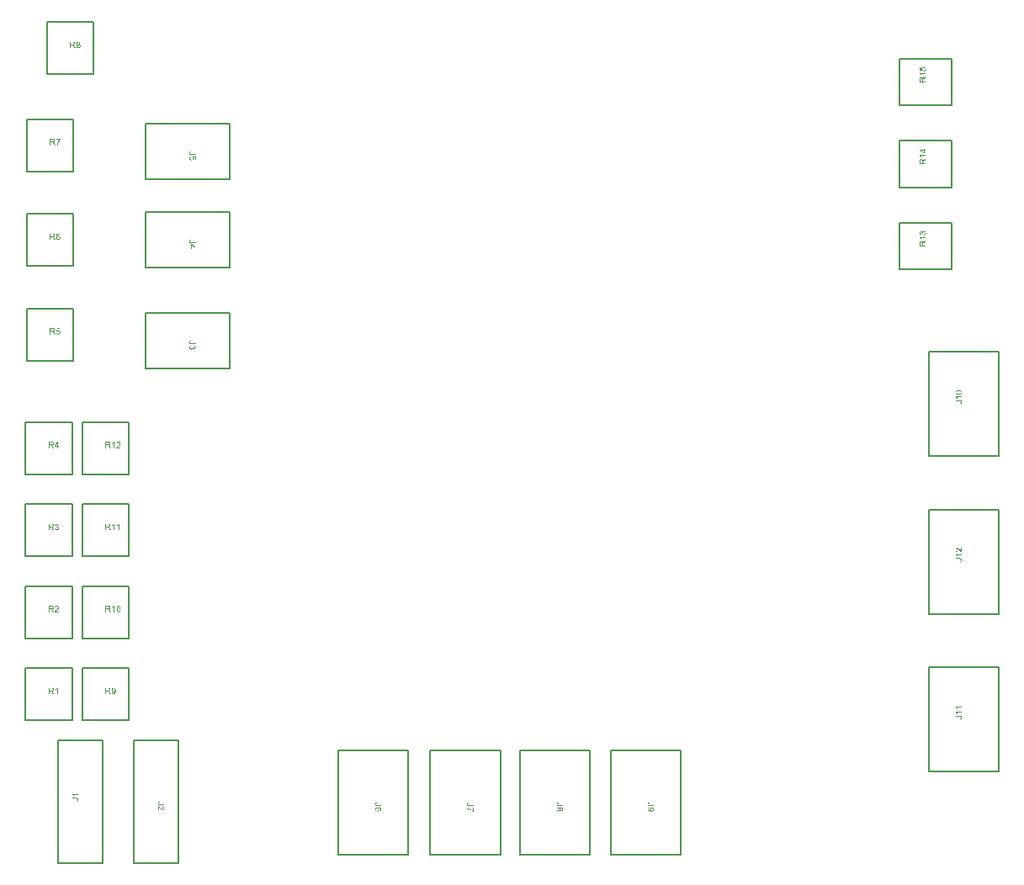
<source format=gbr>
%TF.GenerationSoftware,Altium Limited,Altium Designer,19.1.7 (138)*%
G04 Layer_Color=16711935*
%FSLAX26Y26*%
%MOIN*%
%TF.FileFunction,Other,Top_Assembly*%
%TF.Part,Single*%
G01*
G75*
%TA.AperFunction,NonConductor*%
%ADD52C,0.007874*%
G36*
X3294973Y1266916D02*
X3294945D01*
X3294836D01*
X3294700Y1266888D01*
X3294509D01*
X3294263Y1266861D01*
X3293990Y1266834D01*
X3293389Y1266752D01*
X3292734Y1266615D01*
X3292079Y1266424D01*
X3291779Y1266315D01*
X3291478Y1266178D01*
X3291233Y1266015D01*
X3291014Y1265851D01*
X3290960Y1265796D01*
X3290851Y1265660D01*
X3290687Y1265441D01*
X3290496Y1265141D01*
X3290305Y1264759D01*
X3290141Y1264295D01*
X3290032Y1263776D01*
X3289977Y1263176D01*
Y1262957D01*
X3290004Y1262739D01*
X3290059Y1262438D01*
X3290113Y1262083D01*
X3290223Y1261729D01*
X3290359Y1261374D01*
X3290550Y1261019D01*
X3290577Y1260964D01*
X3290659Y1260855D01*
X3290796Y1260718D01*
X3290960Y1260500D01*
X3291178Y1260309D01*
X3291451Y1260091D01*
X3291751Y1259899D01*
X3292106Y1259736D01*
X3292161Y1259708D01*
X3292297Y1259681D01*
X3292543Y1259627D01*
X3292871Y1259545D01*
X3293307Y1259490D01*
X3293854Y1259435D01*
X3294481Y1259408D01*
X3294864Y1259381D01*
X3295246D01*
X3312609D01*
Y1256050D01*
X3295437D01*
X3295410D01*
X3295300D01*
X3295137D01*
X3294918D01*
X3294645Y1256078D01*
X3294345D01*
X3293990Y1256105D01*
X3293635Y1256159D01*
X3292843Y1256241D01*
X3292024Y1256378D01*
X3291233Y1256569D01*
X3290878Y1256705D01*
X3290523Y1256842D01*
X3290496D01*
X3290441Y1256869D01*
X3290359Y1256924D01*
X3290250Y1256978D01*
X3289922Y1257169D01*
X3289540Y1257443D01*
X3289131Y1257770D01*
X3288694Y1258180D01*
X3288284Y1258698D01*
X3287902Y1259272D01*
Y1259299D01*
X3287875Y1259353D01*
X3287820Y1259435D01*
X3287766Y1259572D01*
X3287684Y1259708D01*
X3287629Y1259899D01*
X3287547Y1260118D01*
X3287465Y1260364D01*
X3287274Y1260937D01*
X3287138Y1261592D01*
X3287028Y1262329D01*
X3287001Y1263148D01*
Y1263476D01*
X3287028Y1263694D01*
X3287056Y1263967D01*
X3287110Y1264295D01*
X3287165Y1264650D01*
X3287247Y1265032D01*
X3287329Y1265441D01*
X3287465Y1265851D01*
X3287602Y1266288D01*
X3287793Y1266697D01*
X3288011Y1267134D01*
X3288257Y1267516D01*
X3288557Y1267898D01*
X3288885Y1268253D01*
X3288912Y1268281D01*
X3288967Y1268335D01*
X3289076Y1268417D01*
X3289240Y1268526D01*
X3289431Y1268663D01*
X3289677Y1268799D01*
X3289977Y1268963D01*
X3290305Y1269127D01*
X3290687Y1269263D01*
X3291096Y1269427D01*
X3291560Y1269564D01*
X3292079Y1269700D01*
X3292625Y1269782D01*
X3293226Y1269864D01*
X3293854Y1269919D01*
X3294536D01*
X3294973Y1266916D01*
D02*
G37*
G36*
X3295109Y1251873D02*
X3295328D01*
X3295573Y1251846D01*
X3295846Y1251791D01*
X3296147Y1251737D01*
X3296775Y1251600D01*
X3297457Y1251382D01*
X3298140Y1251082D01*
X3298467Y1250890D01*
X3298795Y1250672D01*
X3298822Y1250645D01*
X3298877Y1250618D01*
X3298959Y1250536D01*
X3299068Y1250426D01*
X3299204Y1250317D01*
X3299341Y1250153D01*
X3299532Y1249962D01*
X3299696Y1249744D01*
X3300078Y1249253D01*
X3300460Y1248652D01*
X3300788Y1247942D01*
X3301061Y1247123D01*
Y1247150D01*
X3301088Y1247205D01*
X3301143Y1247314D01*
X3301197Y1247423D01*
X3301252Y1247587D01*
X3301361Y1247778D01*
X3301579Y1248188D01*
X3301852Y1248652D01*
X3302207Y1249116D01*
X3302590Y1249580D01*
X3303054Y1249962D01*
X3303081D01*
X3303108Y1249990D01*
X3303190Y1250044D01*
X3303299Y1250099D01*
X3303572Y1250263D01*
X3303927Y1250426D01*
X3304391Y1250590D01*
X3304937Y1250754D01*
X3305538Y1250863D01*
X3306193Y1250890D01*
X3306220D01*
X3306302D01*
X3306466Y1250863D01*
X3306657D01*
X3306876Y1250836D01*
X3307149Y1250781D01*
X3307449Y1250727D01*
X3307804Y1250645D01*
X3308159Y1250536D01*
X3308514Y1250399D01*
X3308896Y1250263D01*
X3309305Y1250072D01*
X3309688Y1249826D01*
X3310070Y1249580D01*
X3310452Y1249280D01*
X3310807Y1248925D01*
X3310834Y1248898D01*
X3310889Y1248843D01*
X3310971Y1248734D01*
X3311107Y1248570D01*
X3311244Y1248379D01*
X3311407Y1248133D01*
X3311571Y1247860D01*
X3311762Y1247533D01*
X3311926Y1247178D01*
X3312090Y1246768D01*
X3312254Y1246359D01*
X3312390Y1245895D01*
X3312527Y1245376D01*
X3312609Y1244857D01*
X3312663Y1244284D01*
X3312691Y1243683D01*
Y1243356D01*
X3312663Y1243137D01*
X3312636Y1242864D01*
X3312581Y1242537D01*
X3312527Y1242182D01*
X3312445Y1241772D01*
X3312336Y1241363D01*
X3312226Y1240926D01*
X3312063Y1240489D01*
X3311872Y1240052D01*
X3311653Y1239588D01*
X3311380Y1239179D01*
X3311107Y1238742D01*
X3310752Y1238360D01*
X3310725Y1238332D01*
X3310670Y1238278D01*
X3310561Y1238169D01*
X3310425Y1238032D01*
X3310233Y1237896D01*
X3310015Y1237732D01*
X3309742Y1237541D01*
X3309469Y1237350D01*
X3309142Y1237159D01*
X3308787Y1236967D01*
X3308404Y1236804D01*
X3307995Y1236667D01*
X3307558Y1236531D01*
X3307094Y1236421D01*
X3306603Y1236367D01*
X3306111Y1236340D01*
X3306084D01*
X3306029D01*
X3305947D01*
X3305811D01*
X3305674Y1236367D01*
X3305483Y1236394D01*
X3305074Y1236449D01*
X3304610Y1236558D01*
X3304091Y1236722D01*
X3303572Y1236967D01*
X3303054Y1237268D01*
X3303026D01*
X3302999Y1237322D01*
X3302835Y1237432D01*
X3302617Y1237650D01*
X3302316Y1237950D01*
X3302016Y1238360D01*
X3301661Y1238824D01*
X3301361Y1239397D01*
X3301061Y1240052D01*
Y1240025D01*
X3301033Y1239943D01*
X3300979Y1239834D01*
X3300924Y1239670D01*
X3300842Y1239479D01*
X3300733Y1239261D01*
X3300460Y1238742D01*
X3300133Y1238169D01*
X3299696Y1237595D01*
X3299204Y1237022D01*
X3298604Y1236531D01*
X3298576Y1236503D01*
X3298522Y1236476D01*
X3298440Y1236421D01*
X3298303Y1236340D01*
X3298140Y1236258D01*
X3297948Y1236149D01*
X3297730Y1236039D01*
X3297484Y1235903D01*
X3296911Y1235684D01*
X3296229Y1235493D01*
X3295464Y1235357D01*
X3295055Y1235302D01*
X3294618D01*
X3294591D01*
X3294481D01*
X3294318Y1235330D01*
X3294072D01*
X3293799Y1235384D01*
X3293471Y1235411D01*
X3293116Y1235493D01*
X3292734Y1235575D01*
X3292297Y1235712D01*
X3291861Y1235848D01*
X3291424Y1236039D01*
X3290960Y1236258D01*
X3290496Y1236531D01*
X3290059Y1236831D01*
X3289595Y1237186D01*
X3289185Y1237595D01*
X3289158Y1237623D01*
X3289103Y1237705D01*
X3288994Y1237841D01*
X3288858Y1238005D01*
X3288666Y1238251D01*
X3288503Y1238524D01*
X3288284Y1238851D01*
X3288093Y1239206D01*
X3287902Y1239616D01*
X3287684Y1240080D01*
X3287520Y1240571D01*
X3287356Y1241090D01*
X3287192Y1241663D01*
X3287083Y1242264D01*
X3287028Y1242919D01*
X3287001Y1243601D01*
Y1243765D01*
X3287028Y1243956D01*
Y1244229D01*
X3287056Y1244530D01*
X3287110Y1244912D01*
X3287192Y1245321D01*
X3287274Y1245758D01*
X3287383Y1246222D01*
X3287547Y1246714D01*
X3287711Y1247205D01*
X3287929Y1247724D01*
X3288175Y1248215D01*
X3288475Y1248707D01*
X3288803Y1249198D01*
X3289185Y1249635D01*
X3289213Y1249662D01*
X3289294Y1249744D01*
X3289404Y1249853D01*
X3289595Y1249990D01*
X3289813Y1250153D01*
X3290059Y1250344D01*
X3290359Y1250563D01*
X3290714Y1250754D01*
X3291096Y1250972D01*
X3291506Y1251191D01*
X3291970Y1251382D01*
X3292434Y1251546D01*
X3292953Y1251682D01*
X3293526Y1251791D01*
X3294099Y1251873D01*
X3294700Y1251901D01*
X3294727D01*
X3294809D01*
X3294945D01*
X3295109Y1251873D01*
D02*
G37*
G36*
X2575091Y1266916D02*
X2575064D01*
X2574954D01*
X2574818Y1266888D01*
X2574627D01*
X2574381Y1266861D01*
X2574108Y1266834D01*
X2573508Y1266752D01*
X2572852Y1266615D01*
X2572197Y1266424D01*
X2571897Y1266315D01*
X2571597Y1266178D01*
X2571351Y1266015D01*
X2571132Y1265851D01*
X2571078Y1265796D01*
X2570969Y1265660D01*
X2570805Y1265441D01*
X2570614Y1265141D01*
X2570423Y1264759D01*
X2570259Y1264295D01*
X2570150Y1263776D01*
X2570095Y1263176D01*
Y1262957D01*
X2570122Y1262739D01*
X2570177Y1262438D01*
X2570231Y1262083D01*
X2570341Y1261729D01*
X2570477Y1261374D01*
X2570668Y1261019D01*
X2570696Y1260964D01*
X2570778Y1260855D01*
X2570914Y1260718D01*
X2571078Y1260500D01*
X2571296Y1260309D01*
X2571569Y1260091D01*
X2571869Y1259899D01*
X2572224Y1259736D01*
X2572279Y1259708D01*
X2572416Y1259681D01*
X2572661Y1259627D01*
X2572989Y1259545D01*
X2573426Y1259490D01*
X2573972Y1259435D01*
X2574599Y1259408D01*
X2574982Y1259381D01*
X2575364D01*
X2592727D01*
Y1256050D01*
X2575555D01*
X2575528D01*
X2575419D01*
X2575255D01*
X2575036D01*
X2574763Y1256078D01*
X2574463D01*
X2574108Y1256105D01*
X2573753Y1256159D01*
X2572961Y1256241D01*
X2572142Y1256378D01*
X2571351Y1256569D01*
X2570996Y1256705D01*
X2570641Y1256842D01*
X2570614D01*
X2570559Y1256869D01*
X2570477Y1256924D01*
X2570368Y1256978D01*
X2570040Y1257169D01*
X2569658Y1257443D01*
X2569249Y1257770D01*
X2568812Y1258180D01*
X2568402Y1258698D01*
X2568020Y1259272D01*
Y1259299D01*
X2567993Y1259353D01*
X2567938Y1259435D01*
X2567884Y1259572D01*
X2567802Y1259708D01*
X2567747Y1259899D01*
X2567665Y1260118D01*
X2567583Y1260364D01*
X2567392Y1260937D01*
X2567256Y1261592D01*
X2567147Y1262329D01*
X2567119Y1263148D01*
Y1263476D01*
X2567147Y1263694D01*
X2567174Y1263967D01*
X2567229Y1264295D01*
X2567283Y1264650D01*
X2567365Y1265032D01*
X2567447Y1265441D01*
X2567583Y1265851D01*
X2567720Y1266288D01*
X2567911Y1266697D01*
X2568129Y1267134D01*
X2568375Y1267516D01*
X2568675Y1267898D01*
X2569003Y1268253D01*
X2569030Y1268281D01*
X2569085Y1268335D01*
X2569194Y1268417D01*
X2569358Y1268526D01*
X2569549Y1268663D01*
X2569795Y1268799D01*
X2570095Y1268963D01*
X2570423Y1269127D01*
X2570805Y1269263D01*
X2571214Y1269427D01*
X2571678Y1269564D01*
X2572197Y1269700D01*
X2572743Y1269782D01*
X2573344Y1269864D01*
X2573972Y1269919D01*
X2574654D01*
X2575091Y1266916D01*
D02*
G37*
G36*
X2580005Y1251983D02*
X2580223D01*
X2580496Y1251955D01*
X2581097Y1251928D01*
X2581779Y1251873D01*
X2582544Y1251791D01*
X2583363Y1251682D01*
X2584236Y1251518D01*
X2585110Y1251355D01*
X2585984Y1251136D01*
X2586857Y1250863D01*
X2587704Y1250563D01*
X2588523Y1250208D01*
X2589260Y1249771D01*
X2589915Y1249307D01*
X2589942Y1249280D01*
X2590051Y1249198D01*
X2590188Y1249061D01*
X2590379Y1248870D01*
X2590597Y1248652D01*
X2590843Y1248352D01*
X2591089Y1248024D01*
X2591362Y1247642D01*
X2591635Y1247205D01*
X2591880Y1246714D01*
X2592126Y1246195D01*
X2592345Y1245622D01*
X2592536Y1245021D01*
X2592672Y1244366D01*
X2592781Y1243683D01*
X2592809Y1242946D01*
Y1242646D01*
X2592781Y1242455D01*
X2592754Y1242209D01*
X2592727Y1241909D01*
X2592672Y1241581D01*
X2592590Y1241226D01*
X2592399Y1240435D01*
X2592263Y1240052D01*
X2592099Y1239616D01*
X2591908Y1239206D01*
X2591662Y1238824D01*
X2591416Y1238442D01*
X2591116Y1238060D01*
X2591089Y1238032D01*
X2591034Y1237978D01*
X2590952Y1237868D01*
X2590816Y1237759D01*
X2590652Y1237595D01*
X2590434Y1237432D01*
X2590188Y1237241D01*
X2589915Y1237049D01*
X2589615Y1236858D01*
X2589260Y1236667D01*
X2588877Y1236476D01*
X2588468Y1236285D01*
X2588031Y1236121D01*
X2587567Y1235985D01*
X2587076Y1235848D01*
X2586530Y1235766D01*
X2586284Y1238851D01*
X2586311D01*
X2586366Y1238879D01*
X2586448Y1238906D01*
X2586584Y1238933D01*
X2586912Y1239015D01*
X2587294Y1239151D01*
X2587731Y1239315D01*
X2588168Y1239534D01*
X2588577Y1239752D01*
X2588932Y1240025D01*
X2588959Y1240052D01*
X2588987Y1240080D01*
X2589068Y1240162D01*
X2589150Y1240244D01*
X2589369Y1240516D01*
X2589615Y1240899D01*
X2589860Y1241335D01*
X2590051Y1241881D01*
X2590215Y1242482D01*
X2590242Y1242810D01*
X2590270Y1243137D01*
Y1243383D01*
X2590215Y1243683D01*
X2590160Y1244038D01*
X2590051Y1244448D01*
X2589915Y1244884D01*
X2589696Y1245321D01*
X2589423Y1245758D01*
Y1245785D01*
X2589369Y1245813D01*
X2589314Y1245895D01*
X2589232Y1246004D01*
X2588987Y1246249D01*
X2588632Y1246577D01*
X2588195Y1246959D01*
X2587649Y1247341D01*
X2587021Y1247696D01*
X2586311Y1248051D01*
X2586284D01*
X2586229Y1248079D01*
X2586093Y1248133D01*
X2585929Y1248188D01*
X2585738Y1248242D01*
X2585465Y1248324D01*
X2585165Y1248406D01*
X2584837Y1248488D01*
X2584455Y1248570D01*
X2584018Y1248625D01*
X2583527Y1248707D01*
X2583008Y1248788D01*
X2582462Y1248843D01*
X2581861Y1248870D01*
X2581206Y1248898D01*
X2580552Y1248924D01*
X2580606Y1248870D01*
X2580687Y1248816D01*
X2580797Y1248734D01*
X2581097Y1248488D01*
X2581479Y1248188D01*
X2581889Y1247778D01*
X2582298Y1247314D01*
X2582680Y1246795D01*
X2583035Y1246222D01*
Y1246195D01*
X2583062Y1246140D01*
X2583117Y1246058D01*
X2583172Y1245949D01*
X2583226Y1245785D01*
X2583308Y1245622D01*
X2583472Y1245185D01*
X2583608Y1244666D01*
X2583745Y1244093D01*
X2583854Y1243465D01*
X2583881Y1242810D01*
Y1242673D01*
X2583854Y1242509D01*
Y1242291D01*
X2583800Y1242018D01*
X2583772Y1241718D01*
X2583690Y1241363D01*
X2583608Y1240981D01*
X2583472Y1240598D01*
X2583336Y1240162D01*
X2583144Y1239725D01*
X2582926Y1239288D01*
X2582653Y1238824D01*
X2582353Y1238387D01*
X2581998Y1237950D01*
X2581588Y1237541D01*
X2581561Y1237514D01*
X2581479Y1237459D01*
X2581370Y1237350D01*
X2581179Y1237186D01*
X2580960Y1237022D01*
X2580687Y1236858D01*
X2580360Y1236640D01*
X2580005Y1236449D01*
X2579595Y1236258D01*
X2579159Y1236039D01*
X2578667Y1235876D01*
X2578148Y1235684D01*
X2577602Y1235548D01*
X2577002Y1235439D01*
X2576374Y1235384D01*
X2575719Y1235357D01*
X2575691D01*
X2575610D01*
X2575500D01*
X2575309Y1235384D01*
X2575118D01*
X2574872Y1235411D01*
X2574572Y1235439D01*
X2574272Y1235493D01*
X2573589Y1235602D01*
X2572852Y1235794D01*
X2572088Y1236039D01*
X2571296Y1236394D01*
X2571269D01*
X2571214Y1236449D01*
X2571105Y1236503D01*
X2570969Y1236585D01*
X2570805Y1236695D01*
X2570614Y1236804D01*
X2570150Y1237131D01*
X2569658Y1237514D01*
X2569140Y1238005D01*
X2568621Y1238578D01*
X2568184Y1239206D01*
Y1239233D01*
X2568129Y1239288D01*
X2568075Y1239397D01*
X2568020Y1239534D01*
X2567938Y1239697D01*
X2567856Y1239889D01*
X2567747Y1240134D01*
X2567665Y1240380D01*
X2567447Y1240981D01*
X2567283Y1241690D01*
X2567174Y1242455D01*
X2567119Y1243274D01*
Y1243438D01*
X2567147Y1243656D01*
X2567174Y1243929D01*
X2567201Y1244257D01*
X2567283Y1244639D01*
X2567365Y1245048D01*
X2567474Y1245512D01*
X2567638Y1246004D01*
X2567802Y1246523D01*
X2568048Y1247041D01*
X2568320Y1247560D01*
X2568648Y1248106D01*
X2569030Y1248597D01*
X2569467Y1249116D01*
X2569959Y1249580D01*
X2569986Y1249607D01*
X2570095Y1249689D01*
X2570259Y1249799D01*
X2570505Y1249962D01*
X2570805Y1250153D01*
X2571187Y1250344D01*
X2571651Y1250563D01*
X2572197Y1250781D01*
X2572798Y1251027D01*
X2573480Y1251245D01*
X2574245Y1251437D01*
X2575091Y1251628D01*
X2576019Y1251791D01*
X2577029Y1251901D01*
X2578121Y1251983D01*
X2579295Y1252010D01*
X2579322D01*
X2579377D01*
X2579486D01*
X2579623D01*
X2579787D01*
X2580005Y1251983D01*
D02*
G37*
G36*
X2939973Y1266916D02*
X2939946D01*
X2939836D01*
X2939700Y1266888D01*
X2939509D01*
X2939263Y1266861D01*
X2938990Y1266834D01*
X2938390Y1266752D01*
X2937734Y1266615D01*
X2937079Y1266424D01*
X2936779Y1266315D01*
X2936479Y1266179D01*
X2936233Y1266015D01*
X2936015Y1265851D01*
X2935960Y1265796D01*
X2935851Y1265660D01*
X2935687Y1265441D01*
X2935496Y1265141D01*
X2935305Y1264759D01*
X2935141Y1264295D01*
X2935032Y1263776D01*
X2934977Y1263176D01*
Y1262957D01*
X2935004Y1262739D01*
X2935059Y1262438D01*
X2935114Y1262084D01*
X2935223Y1261729D01*
X2935359Y1261374D01*
X2935550Y1261019D01*
X2935578Y1260964D01*
X2935660Y1260855D01*
X2935796Y1260719D01*
X2935960Y1260500D01*
X2936178Y1260309D01*
X2936451Y1260091D01*
X2936752Y1259900D01*
X2937106Y1259736D01*
X2937161Y1259708D01*
X2937298Y1259681D01*
X2937543Y1259627D01*
X2937871Y1259545D01*
X2938308Y1259490D01*
X2938854Y1259436D01*
X2939482Y1259408D01*
X2939864Y1259381D01*
X2940246D01*
X2957609D01*
Y1256050D01*
X2940437D01*
X2940410D01*
X2940301D01*
X2940137D01*
X2939918D01*
X2939645Y1256078D01*
X2939345D01*
X2938990Y1256105D01*
X2938635Y1256159D01*
X2937844Y1256241D01*
X2937025Y1256378D01*
X2936233Y1256569D01*
X2935878Y1256706D01*
X2935523Y1256842D01*
X2935496D01*
X2935441Y1256869D01*
X2935359Y1256924D01*
X2935250Y1256978D01*
X2934923Y1257170D01*
X2934540Y1257443D01*
X2934131Y1257770D01*
X2933694Y1258180D01*
X2933285Y1258698D01*
X2932902Y1259272D01*
Y1259299D01*
X2932875Y1259354D01*
X2932820Y1259436D01*
X2932766Y1259572D01*
X2932684Y1259708D01*
X2932629Y1259900D01*
X2932547Y1260118D01*
X2932465Y1260364D01*
X2932274Y1260937D01*
X2932138Y1261592D01*
X2932029Y1262329D01*
X2932001Y1263148D01*
Y1263476D01*
X2932029Y1263694D01*
X2932056Y1263967D01*
X2932111Y1264295D01*
X2932165Y1264650D01*
X2932247Y1265032D01*
X2932329Y1265441D01*
X2932465Y1265851D01*
X2932602Y1266288D01*
X2932793Y1266697D01*
X2933012Y1267134D01*
X2933257Y1267516D01*
X2933557Y1267899D01*
X2933885Y1268253D01*
X2933912Y1268281D01*
X2933967Y1268335D01*
X2934076Y1268417D01*
X2934240Y1268526D01*
X2934431Y1268663D01*
X2934677Y1268799D01*
X2934977Y1268963D01*
X2935305Y1269127D01*
X2935687Y1269264D01*
X2936096Y1269427D01*
X2936561Y1269564D01*
X2937079Y1269700D01*
X2937625Y1269782D01*
X2938226Y1269864D01*
X2938854Y1269919D01*
X2939536D01*
X2939973Y1266916D01*
D02*
G37*
G36*
X2957281Y1235357D02*
X2954852D01*
X2954824Y1235384D01*
X2954742Y1235466D01*
X2954579Y1235603D01*
X2954387Y1235766D01*
X2954114Y1235985D01*
X2953814Y1236258D01*
X2953459Y1236531D01*
X2953050Y1236858D01*
X2952586Y1237213D01*
X2952067Y1237595D01*
X2951494Y1238005D01*
X2950893Y1238415D01*
X2950265Y1238824D01*
X2949555Y1239261D01*
X2948818Y1239725D01*
X2948054Y1240162D01*
X2947999Y1240189D01*
X2947863Y1240271D01*
X2947644Y1240380D01*
X2947317Y1240544D01*
X2946934Y1240735D01*
X2946470Y1240981D01*
X2945952Y1241226D01*
X2945378Y1241499D01*
X2944751Y1241772D01*
X2944068Y1242073D01*
X2943331Y1242373D01*
X2942594Y1242673D01*
X2941802Y1242974D01*
X2940983Y1243274D01*
X2939318Y1243793D01*
X2939291D01*
X2939181Y1243820D01*
X2938990Y1243874D01*
X2938772Y1243929D01*
X2938472Y1244011D01*
X2938117Y1244093D01*
X2937707Y1244202D01*
X2937270Y1244284D01*
X2936779Y1244393D01*
X2936233Y1244475D01*
X2935660Y1244584D01*
X2935059Y1244666D01*
X2934431Y1244775D01*
X2933776Y1244857D01*
X2932411Y1244966D01*
Y1248133D01*
X2932438D01*
X2932547D01*
X2932711D01*
X2932930Y1248106D01*
X2933230Y1248079D01*
X2933557Y1248051D01*
X2933967Y1248024D01*
X2934404Y1247969D01*
X2934923Y1247915D01*
X2935441Y1247833D01*
X2936042Y1247751D01*
X2936670Y1247642D01*
X2937352Y1247505D01*
X2938062Y1247369D01*
X2938799Y1247178D01*
X2939564Y1246987D01*
X2939618Y1246959D01*
X2939755Y1246932D01*
X2939973Y1246878D01*
X2940273Y1246768D01*
X2940655Y1246659D01*
X2941120Y1246523D01*
X2941611Y1246359D01*
X2942157Y1246168D01*
X2942758Y1245949D01*
X2943413Y1245704D01*
X2944095Y1245458D01*
X2944778Y1245158D01*
X2946225Y1244530D01*
X2947699Y1243793D01*
X2947753Y1243765D01*
X2947863Y1243683D01*
X2948081Y1243574D01*
X2948354Y1243438D01*
X2948682Y1243219D01*
X2949064Y1243001D01*
X2949501Y1242728D01*
X2949992Y1242455D01*
X2950483Y1242127D01*
X2951030Y1241772D01*
X2952122Y1241008D01*
X2953241Y1240189D01*
X2953787Y1239752D01*
X2954305Y1239315D01*
Y1251655D01*
X2957281D01*
Y1235357D01*
D02*
G37*
G36*
X3654973Y1266916D02*
X3654946D01*
X3654836D01*
X3654700Y1266888D01*
X3654509D01*
X3654263Y1266861D01*
X3653990Y1266834D01*
X3653390Y1266752D01*
X3652734Y1266615D01*
X3652079Y1266424D01*
X3651779Y1266315D01*
X3651479Y1266179D01*
X3651233Y1266015D01*
X3651015Y1265851D01*
X3650960Y1265796D01*
X3650851Y1265660D01*
X3650687Y1265441D01*
X3650496Y1265141D01*
X3650305Y1264759D01*
X3650141Y1264295D01*
X3650032Y1263776D01*
X3649977Y1263176D01*
Y1262957D01*
X3650004Y1262739D01*
X3650059Y1262438D01*
X3650114Y1262084D01*
X3650223Y1261729D01*
X3650359Y1261374D01*
X3650550Y1261019D01*
X3650578Y1260964D01*
X3650660Y1260855D01*
X3650796Y1260719D01*
X3650960Y1260500D01*
X3651178Y1260309D01*
X3651451Y1260091D01*
X3651752Y1259900D01*
X3652106Y1259736D01*
X3652161Y1259708D01*
X3652298Y1259681D01*
X3652543Y1259627D01*
X3652871Y1259545D01*
X3653308Y1259490D01*
X3653854Y1259436D01*
X3654482Y1259408D01*
X3654864Y1259381D01*
X3655246D01*
X3672609D01*
Y1256050D01*
X3655437D01*
X3655410D01*
X3655301D01*
X3655137D01*
X3654918D01*
X3654645Y1256078D01*
X3654345D01*
X3653990Y1256105D01*
X3653635Y1256159D01*
X3652844Y1256241D01*
X3652025Y1256378D01*
X3651233Y1256569D01*
X3650878Y1256706D01*
X3650523Y1256842D01*
X3650496D01*
X3650441Y1256869D01*
X3650359Y1256924D01*
X3650250Y1256978D01*
X3649923Y1257170D01*
X3649540Y1257443D01*
X3649131Y1257770D01*
X3648694Y1258180D01*
X3648285Y1258698D01*
X3647902Y1259272D01*
Y1259299D01*
X3647875Y1259354D01*
X3647820Y1259436D01*
X3647766Y1259572D01*
X3647684Y1259708D01*
X3647629Y1259900D01*
X3647547Y1260118D01*
X3647465Y1260364D01*
X3647274Y1260937D01*
X3647138Y1261592D01*
X3647029Y1262329D01*
X3647001Y1263148D01*
Y1263476D01*
X3647029Y1263694D01*
X3647056Y1263967D01*
X3647111Y1264295D01*
X3647165Y1264650D01*
X3647247Y1265032D01*
X3647329Y1265441D01*
X3647465Y1265851D01*
X3647602Y1266288D01*
X3647793Y1266697D01*
X3648012Y1267134D01*
X3648257Y1267516D01*
X3648557Y1267899D01*
X3648885Y1268253D01*
X3648912Y1268281D01*
X3648967Y1268335D01*
X3649076Y1268417D01*
X3649240Y1268526D01*
X3649431Y1268663D01*
X3649677Y1268799D01*
X3649977Y1268963D01*
X3650305Y1269127D01*
X3650687Y1269264D01*
X3651096Y1269427D01*
X3651561Y1269564D01*
X3652079Y1269700D01*
X3652625Y1269782D01*
X3653226Y1269864D01*
X3653854Y1269919D01*
X3654536D01*
X3654973Y1266916D01*
D02*
G37*
G36*
X3664555Y1251819D02*
X3664801D01*
X3665129Y1251764D01*
X3665511Y1251737D01*
X3665920Y1251655D01*
X3666384Y1251573D01*
X3666849Y1251437D01*
X3667367Y1251300D01*
X3667886Y1251109D01*
X3668377Y1250891D01*
X3668896Y1250645D01*
X3669415Y1250345D01*
X3669879Y1249990D01*
X3670343Y1249608D01*
X3670370Y1249580D01*
X3670452Y1249498D01*
X3670561Y1249362D01*
X3670698Y1249198D01*
X3670889Y1248980D01*
X3671080Y1248707D01*
X3671298Y1248406D01*
X3671517Y1248051D01*
X3671735Y1247669D01*
X3671954Y1247232D01*
X3672145Y1246768D01*
X3672336Y1246277D01*
X3672472Y1245731D01*
X3672581Y1245158D01*
X3672663Y1244584D01*
X3672691Y1243956D01*
Y1243711D01*
X3672663Y1243547D01*
Y1243329D01*
X3672609Y1243083D01*
X3672581Y1242783D01*
X3672527Y1242482D01*
X3672363Y1241772D01*
X3672117Y1241035D01*
X3671981Y1240653D01*
X3671790Y1240244D01*
X3671599Y1239861D01*
X3671353Y1239479D01*
X3671326Y1239452D01*
X3671298Y1239397D01*
X3671216Y1239288D01*
X3671107Y1239152D01*
X3670971Y1238960D01*
X3670807Y1238769D01*
X3670616Y1238551D01*
X3670398Y1238333D01*
X3670152Y1238087D01*
X3669852Y1237814D01*
X3669551Y1237568D01*
X3669224Y1237295D01*
X3668841Y1237050D01*
X3668459Y1236804D01*
X3668022Y1236585D01*
X3667586Y1236367D01*
X3667558D01*
X3667476Y1236312D01*
X3667340Y1236258D01*
X3667122Y1236203D01*
X3666876Y1236121D01*
X3666575Y1236039D01*
X3666221Y1235930D01*
X3665784Y1235821D01*
X3665320Y1235739D01*
X3664801Y1235630D01*
X3664200Y1235548D01*
X3663573Y1235466D01*
X3662890Y1235411D01*
X3662153Y1235357D01*
X3661361Y1235302D01*
X3660515D01*
X3660460D01*
X3660296D01*
X3660051D01*
X3659723Y1235330D01*
X3659314D01*
X3658822Y1235357D01*
X3658304Y1235384D01*
X3657730Y1235439D01*
X3657130Y1235493D01*
X3656502Y1235548D01*
X3655219Y1235739D01*
X3653963Y1236012D01*
X3653390Y1236176D01*
X3652816Y1236367D01*
X3652789D01*
X3652680Y1236422D01*
X3652543Y1236476D01*
X3652352Y1236558D01*
X3652106Y1236667D01*
X3651834Y1236804D01*
X3651533Y1236968D01*
X3651206Y1237131D01*
X3650523Y1237568D01*
X3649786Y1238114D01*
X3649104Y1238742D01*
X3648776Y1239097D01*
X3648476Y1239479D01*
X3648448Y1239506D01*
X3648421Y1239561D01*
X3648339Y1239698D01*
X3648257Y1239834D01*
X3648148Y1240053D01*
X3648012Y1240271D01*
X3647875Y1240544D01*
X3647738Y1240871D01*
X3647602Y1241199D01*
X3647465Y1241581D01*
X3647356Y1241964D01*
X3647220Y1242400D01*
X3647056Y1243329D01*
X3647029Y1243820D01*
X3647001Y1244339D01*
Y1244612D01*
X3647029Y1244830D01*
X3647056Y1245076D01*
X3647083Y1245376D01*
X3647138Y1245704D01*
X3647220Y1246059D01*
X3647411Y1246823D01*
X3647547Y1247205D01*
X3647684Y1247615D01*
X3647875Y1248024D01*
X3648093Y1248434D01*
X3648339Y1248816D01*
X3648639Y1249171D01*
X3648667Y1249198D01*
X3648721Y1249253D01*
X3648803Y1249334D01*
X3648940Y1249471D01*
X3649104Y1249608D01*
X3649322Y1249771D01*
X3649568Y1249962D01*
X3649841Y1250153D01*
X3650141Y1250345D01*
X3650496Y1250536D01*
X3650878Y1250699D01*
X3651287Y1250891D01*
X3651724Y1251054D01*
X3652188Y1251191D01*
X3652707Y1251300D01*
X3653253Y1251382D01*
X3653499Y1248406D01*
X3653472D01*
X3653417Y1248379D01*
X3653308D01*
X3653144Y1248324D01*
X3652980Y1248297D01*
X3652789Y1248243D01*
X3652325Y1248106D01*
X3651834Y1247915D01*
X3651342Y1247669D01*
X3650878Y1247342D01*
X3650660Y1247178D01*
X3650468Y1246987D01*
X3650441Y1246932D01*
X3650332Y1246796D01*
X3650168Y1246550D01*
X3650004Y1246250D01*
X3649841Y1245840D01*
X3649677Y1245376D01*
X3649568Y1244857D01*
X3649540Y1244257D01*
Y1244011D01*
X3649568Y1243738D01*
X3649622Y1243410D01*
X3649704Y1243028D01*
X3649813Y1242619D01*
X3649950Y1242182D01*
X3650168Y1241772D01*
X3650195Y1241718D01*
X3650277Y1241581D01*
X3650441Y1241390D01*
X3650632Y1241145D01*
X3650878Y1240871D01*
X3651178Y1240571D01*
X3651533Y1240271D01*
X3651915Y1239998D01*
X3651970Y1239971D01*
X3652106Y1239889D01*
X3652352Y1239752D01*
X3652707Y1239588D01*
X3653117Y1239425D01*
X3653608Y1239234D01*
X3654209Y1239042D01*
X3654864Y1238851D01*
X3654891D01*
X3654946Y1238824D01*
X3655055Y1238797D01*
X3655191Y1238769D01*
X3655355Y1238742D01*
X3655546Y1238715D01*
X3655792Y1238660D01*
X3656038Y1238606D01*
X3656611Y1238524D01*
X3657239Y1238469D01*
X3657921Y1238415D01*
X3658631Y1238387D01*
X3658686D01*
X3658795D01*
X3658986D01*
X3659232D01*
X3659204Y1238442D01*
X3659123Y1238469D01*
X3659013Y1238551D01*
X3658740Y1238769D01*
X3658413Y1239042D01*
X3658031Y1239425D01*
X3657621Y1239861D01*
X3657239Y1240353D01*
X3656857Y1240926D01*
Y1240953D01*
X3656829Y1241008D01*
X3656775Y1241090D01*
X3656720Y1241199D01*
X3656638Y1241363D01*
X3656584Y1241527D01*
X3656420Y1241964D01*
X3656229Y1242482D01*
X3656092Y1243083D01*
X3655983Y1243738D01*
X3655956Y1244420D01*
Y1244557D01*
X3655983Y1244721D01*
Y1244939D01*
X3656038Y1245212D01*
X3656065Y1245513D01*
X3656147Y1245867D01*
X3656229Y1246250D01*
X3656365Y1246659D01*
X3656502Y1247069D01*
X3656693Y1247505D01*
X3656911Y1247942D01*
X3657157Y1248406D01*
X3657457Y1248843D01*
X3657812Y1249280D01*
X3658194Y1249689D01*
X3658222Y1249717D01*
X3658304Y1249771D01*
X3658440Y1249880D01*
X3658604Y1250017D01*
X3658822Y1250181D01*
X3659095Y1250372D01*
X3659423Y1250563D01*
X3659805Y1250754D01*
X3660187Y1250973D01*
X3660651Y1251164D01*
X3661143Y1251355D01*
X3661662Y1251518D01*
X3662235Y1251655D01*
X3662863Y1251764D01*
X3663491Y1251819D01*
X3664173Y1251846D01*
X3664228D01*
X3664337D01*
X3664555Y1251819D01*
D02*
G37*
G36*
X4892590Y2262291D02*
X4892535D01*
X4892398D01*
X4892180D01*
X4891907Y2262319D01*
X4891579Y2262346D01*
X4891225Y2262428D01*
X4890842Y2262510D01*
X4890460Y2262646D01*
X4890433D01*
X4890378Y2262674D01*
X4890296Y2262701D01*
X4890160Y2262756D01*
X4890023Y2262837D01*
X4889832Y2262919D01*
X4889395Y2263138D01*
X4888877Y2263411D01*
X4888303Y2263766D01*
X4887703Y2264175D01*
X4887102Y2264666D01*
X4887075Y2264694D01*
X4887020Y2264721D01*
X4886938Y2264803D01*
X4886802Y2264939D01*
X4886665Y2265076D01*
X4886474Y2265267D01*
X4886256Y2265458D01*
X4886010Y2265704D01*
X4885737Y2265977D01*
X4885464Y2266277D01*
X4885137Y2266605D01*
X4884809Y2266987D01*
X4884454Y2267369D01*
X4884099Y2267806D01*
X4883717Y2268243D01*
X4883307Y2268734D01*
X4883280Y2268789D01*
X4883144Y2268925D01*
X4882980Y2269116D01*
X4882734Y2269389D01*
X4882461Y2269717D01*
X4882134Y2270099D01*
X4881779Y2270536D01*
X4881369Y2270973D01*
X4880523Y2271901D01*
X4879622Y2272802D01*
X4879185Y2273239D01*
X4878748Y2273648D01*
X4878339Y2274003D01*
X4877957Y2274303D01*
X4877929Y2274331D01*
X4877875Y2274358D01*
X4877766Y2274440D01*
X4877629Y2274522D01*
X4877438Y2274658D01*
X4877247Y2274767D01*
X4876756Y2275041D01*
X4876182Y2275314D01*
X4875554Y2275559D01*
X4874899Y2275723D01*
X4874572Y2275750D01*
X4874244Y2275778D01*
X4874217D01*
X4874162D01*
X4874053D01*
X4873944Y2275750D01*
X4873780D01*
X4873589Y2275696D01*
X4873179Y2275614D01*
X4872688Y2275450D01*
X4872169Y2275204D01*
X4871896Y2275068D01*
X4871650Y2274877D01*
X4871405Y2274686D01*
X4871159Y2274440D01*
X4871132Y2274413D01*
X4871104Y2274385D01*
X4871050Y2274303D01*
X4870968Y2274194D01*
X4870859Y2274058D01*
X4870749Y2273894D01*
X4870504Y2273512D01*
X4870285Y2272993D01*
X4870067Y2272420D01*
X4869931Y2271737D01*
X4869876Y2271355D01*
Y2270754D01*
X4869903Y2270591D01*
Y2270399D01*
X4869958Y2270181D01*
X4870040Y2269690D01*
X4870203Y2269116D01*
X4870449Y2268516D01*
X4870613Y2268215D01*
X4870777Y2267915D01*
X4870995Y2267642D01*
X4871241Y2267369D01*
X4871268Y2267342D01*
X4871296Y2267315D01*
X4871377Y2267260D01*
X4871487Y2267151D01*
X4871623Y2267069D01*
X4871787Y2266960D01*
X4871978Y2266823D01*
X4872196Y2266714D01*
X4872442Y2266577D01*
X4872715Y2266468D01*
X4873370Y2266250D01*
X4874080Y2266086D01*
X4874490Y2266059D01*
X4874926Y2266032D01*
X4874599Y2262865D01*
X4874544D01*
X4874435Y2262892D01*
X4874271Y2262919D01*
X4874025Y2262947D01*
X4873725Y2263001D01*
X4873370Y2263083D01*
X4872988Y2263165D01*
X4872579Y2263302D01*
X4872169Y2263438D01*
X4871705Y2263602D01*
X4871268Y2263820D01*
X4870831Y2264039D01*
X4870367Y2264312D01*
X4869958Y2264612D01*
X4869548Y2264939D01*
X4869193Y2265322D01*
X4869166Y2265349D01*
X4869111Y2265431D01*
X4869030Y2265540D01*
X4868893Y2265704D01*
X4868757Y2265922D01*
X4868593Y2266195D01*
X4868429Y2266496D01*
X4868238Y2266851D01*
X4868074Y2267233D01*
X4867910Y2267669D01*
X4867747Y2268134D01*
X4867610Y2268652D01*
X4867474Y2269198D01*
X4867392Y2269772D01*
X4867337Y2270399D01*
X4867310Y2271055D01*
Y2271410D01*
X4867337Y2271655D01*
X4867364Y2271956D01*
X4867419Y2272311D01*
X4867474Y2272720D01*
X4867555Y2273130D01*
X4867665Y2273594D01*
X4867801Y2274058D01*
X4867965Y2274549D01*
X4868156Y2275013D01*
X4868402Y2275505D01*
X4868675Y2275969D01*
X4868975Y2276405D01*
X4869330Y2276815D01*
X4869357Y2276842D01*
X4869412Y2276897D01*
X4869548Y2277006D01*
X4869685Y2277143D01*
X4869876Y2277306D01*
X4870122Y2277497D01*
X4870395Y2277689D01*
X4870722Y2277880D01*
X4871050Y2278071D01*
X4871432Y2278262D01*
X4871842Y2278453D01*
X4872278Y2278617D01*
X4872770Y2278753D01*
X4873261Y2278863D01*
X4873780Y2278917D01*
X4874326Y2278944D01*
X4874353D01*
X4874380D01*
X4874462D01*
X4874572D01*
X4874872Y2278917D01*
X4875254Y2278863D01*
X4875718Y2278781D01*
X4876209Y2278671D01*
X4876756Y2278535D01*
X4877301Y2278316D01*
X4877329D01*
X4877356Y2278289D01*
X4877438Y2278262D01*
X4877547Y2278207D01*
X4877847Y2278044D01*
X4878230Y2277825D01*
X4878694Y2277525D01*
X4879212Y2277170D01*
X4879758Y2276760D01*
X4880359Y2276242D01*
X4880386Y2276214D01*
X4880441Y2276187D01*
X4880523Y2276078D01*
X4880659Y2275969D01*
X4880823Y2275805D01*
X4881014Y2275614D01*
X4881260Y2275395D01*
X4881506Y2275122D01*
X4881806Y2274795D01*
X4882134Y2274440D01*
X4882516Y2274058D01*
X4882898Y2273621D01*
X4883335Y2273157D01*
X4883772Y2272638D01*
X4884263Y2272065D01*
X4884782Y2271464D01*
X4884809Y2271437D01*
X4884891Y2271355D01*
X4885000Y2271191D01*
X4885164Y2271027D01*
X4885355Y2270782D01*
X4885573Y2270536D01*
X4886065Y2269963D01*
X4886583Y2269362D01*
X4887130Y2268789D01*
X4887375Y2268516D01*
X4887594Y2268270D01*
X4887812Y2268052D01*
X4887976Y2267888D01*
X4888003Y2267861D01*
X4888112Y2267751D01*
X4888276Y2267615D01*
X4888494Y2267424D01*
X4888740Y2267205D01*
X4889013Y2266987D01*
X4889614Y2266550D01*
Y2278972D01*
X4892590D01*
Y2262291D01*
D02*
G37*
G36*
Y2251699D02*
X4872906D01*
X4872961Y2251644D01*
X4873097Y2251508D01*
X4873288Y2251262D01*
X4873561Y2250907D01*
X4873889Y2250498D01*
X4874244Y2249979D01*
X4874626Y2249406D01*
X4875036Y2248751D01*
Y2248723D01*
X4875090Y2248669D01*
X4875145Y2248587D01*
X4875199Y2248450D01*
X4875309Y2248287D01*
X4875391Y2248095D01*
X4875636Y2247659D01*
X4875882Y2247167D01*
X4876155Y2246621D01*
X4876401Y2246048D01*
X4876619Y2245502D01*
X4873643D01*
X4873616Y2245529D01*
X4873589Y2245611D01*
X4873507Y2245748D01*
X4873425Y2245939D01*
X4873316Y2246157D01*
X4873152Y2246430D01*
X4872988Y2246730D01*
X4872824Y2247031D01*
X4872387Y2247740D01*
X4871869Y2248505D01*
X4871323Y2249297D01*
X4870695Y2250034D01*
X4870668Y2250061D01*
X4870613Y2250116D01*
X4870531Y2250225D01*
X4870395Y2250361D01*
X4870231Y2250498D01*
X4870067Y2250689D01*
X4869603Y2251098D01*
X4869111Y2251562D01*
X4868538Y2252027D01*
X4867938Y2252436D01*
X4867310Y2252791D01*
Y2254784D01*
X4892590D01*
Y2251699D01*
D02*
G37*
G36*
X4885355Y2238923D02*
X4885655D01*
X4886010Y2238895D01*
X4886365Y2238841D01*
X4887157Y2238759D01*
X4887976Y2238622D01*
X4888767Y2238431D01*
X4889122Y2238295D01*
X4889477Y2238158D01*
X4889505D01*
X4889559Y2238131D01*
X4889641Y2238076D01*
X4889750Y2238022D01*
X4890078Y2237831D01*
X4890460Y2237558D01*
X4890870Y2237230D01*
X4891306Y2236820D01*
X4891716Y2236302D01*
X4892098Y2235729D01*
Y2235701D01*
X4892125Y2235647D01*
X4892180Y2235565D01*
X4892235Y2235428D01*
X4892316Y2235292D01*
X4892371Y2235101D01*
X4892453Y2234882D01*
X4892535Y2234637D01*
X4892726Y2234063D01*
X4892863Y2233408D01*
X4892972Y2232671D01*
X4892999Y2231852D01*
Y2231524D01*
X4892972Y2231306D01*
X4892944Y2231033D01*
X4892890Y2230705D01*
X4892835Y2230350D01*
X4892753Y2229968D01*
X4892671Y2229559D01*
X4892535Y2229149D01*
X4892398Y2228712D01*
X4892207Y2228303D01*
X4891989Y2227866D01*
X4891743Y2227484D01*
X4891443Y2227102D01*
X4891115Y2226747D01*
X4891088Y2226720D01*
X4891033Y2226665D01*
X4890924Y2226583D01*
X4890760Y2226474D01*
X4890569Y2226337D01*
X4890324Y2226201D01*
X4890023Y2226037D01*
X4889696Y2225873D01*
X4889314Y2225737D01*
X4888904Y2225573D01*
X4888440Y2225436D01*
X4887921Y2225300D01*
X4887375Y2225218D01*
X4886775Y2225136D01*
X4886147Y2225081D01*
X4885464D01*
X4885027Y2228084D01*
X4885055D01*
X4885164D01*
X4885300Y2228112D01*
X4885492D01*
X4885737Y2228139D01*
X4886010Y2228166D01*
X4886611Y2228248D01*
X4887266Y2228385D01*
X4887921Y2228576D01*
X4888221Y2228685D01*
X4888522Y2228822D01*
X4888767Y2228985D01*
X4888986Y2229149D01*
X4889041Y2229204D01*
X4889150Y2229340D01*
X4889314Y2229559D01*
X4889505Y2229859D01*
X4889696Y2230241D01*
X4889859Y2230705D01*
X4889969Y2231224D01*
X4890023Y2231825D01*
Y2232043D01*
X4889996Y2232261D01*
X4889941Y2232562D01*
X4889887Y2232917D01*
X4889778Y2233271D01*
X4889641Y2233626D01*
X4889450Y2233981D01*
X4889423Y2234036D01*
X4889341Y2234145D01*
X4889204Y2234282D01*
X4889041Y2234500D01*
X4888822Y2234691D01*
X4888549Y2234910D01*
X4888249Y2235101D01*
X4887894Y2235264D01*
X4887839Y2235292D01*
X4887703Y2235319D01*
X4887457Y2235374D01*
X4887130Y2235456D01*
X4886693Y2235510D01*
X4886147Y2235565D01*
X4885519Y2235592D01*
X4885137Y2235619D01*
X4884754D01*
X4867392D01*
Y2238950D01*
X4884563D01*
X4884591D01*
X4884700D01*
X4884864D01*
X4885082D01*
X4885355Y2238923D01*
D02*
G37*
G36*
X4892590Y1646273D02*
X4872906D01*
X4872961Y1646218D01*
X4873097Y1646082D01*
X4873288Y1645836D01*
X4873561Y1645481D01*
X4873889Y1645072D01*
X4874244Y1644553D01*
X4874626Y1643980D01*
X4875036Y1643325D01*
Y1643297D01*
X4875090Y1643243D01*
X4875145Y1643161D01*
X4875199Y1643024D01*
X4875309Y1642861D01*
X4875391Y1642669D01*
X4875636Y1642233D01*
X4875882Y1641741D01*
X4876155Y1641195D01*
X4876401Y1640622D01*
X4876619Y1640076D01*
X4873643D01*
X4873616Y1640103D01*
X4873589Y1640185D01*
X4873507Y1640322D01*
X4873425Y1640513D01*
X4873316Y1640731D01*
X4873152Y1641004D01*
X4872988Y1641304D01*
X4872824Y1641605D01*
X4872387Y1642315D01*
X4871869Y1643079D01*
X4871323Y1643871D01*
X4870695Y1644608D01*
X4870668Y1644635D01*
X4870613Y1644690D01*
X4870531Y1644799D01*
X4870395Y1644935D01*
X4870231Y1645072D01*
X4870067Y1645263D01*
X4869603Y1645672D01*
X4869111Y1646137D01*
X4868538Y1646601D01*
X4867938Y1647010D01*
X4867310Y1647365D01*
Y1649358D01*
X4892590D01*
Y1646273D01*
D02*
G37*
G36*
Y1626699D02*
X4872906D01*
X4872961Y1626644D01*
X4873097Y1626508D01*
X4873288Y1626262D01*
X4873561Y1625907D01*
X4873889Y1625498D01*
X4874244Y1624979D01*
X4874626Y1624406D01*
X4875036Y1623751D01*
Y1623723D01*
X4875090Y1623669D01*
X4875145Y1623587D01*
X4875199Y1623450D01*
X4875309Y1623286D01*
X4875391Y1623095D01*
X4875636Y1622659D01*
X4875882Y1622167D01*
X4876155Y1621621D01*
X4876401Y1621048D01*
X4876619Y1620502D01*
X4873643D01*
X4873616Y1620529D01*
X4873589Y1620611D01*
X4873507Y1620748D01*
X4873425Y1620939D01*
X4873316Y1621157D01*
X4873152Y1621430D01*
X4872988Y1621730D01*
X4872824Y1622031D01*
X4872387Y1622741D01*
X4871869Y1623505D01*
X4871323Y1624297D01*
X4870695Y1625034D01*
X4870668Y1625061D01*
X4870613Y1625116D01*
X4870531Y1625225D01*
X4870395Y1625361D01*
X4870231Y1625498D01*
X4870067Y1625689D01*
X4869603Y1626098D01*
X4869111Y1626562D01*
X4868538Y1627027D01*
X4867938Y1627436D01*
X4867310Y1627791D01*
Y1629784D01*
X4892590D01*
Y1626699D01*
D02*
G37*
G36*
X4885355Y1613923D02*
X4885655D01*
X4886010Y1613895D01*
X4886365Y1613841D01*
X4887157Y1613759D01*
X4887976Y1613622D01*
X4888767Y1613431D01*
X4889122Y1613295D01*
X4889477Y1613158D01*
X4889505D01*
X4889559Y1613131D01*
X4889641Y1613076D01*
X4889750Y1613022D01*
X4890078Y1612831D01*
X4890460Y1612558D01*
X4890870Y1612230D01*
X4891306Y1611821D01*
X4891716Y1611302D01*
X4892098Y1610728D01*
Y1610701D01*
X4892125Y1610647D01*
X4892180Y1610565D01*
X4892235Y1610428D01*
X4892316Y1610292D01*
X4892371Y1610101D01*
X4892453Y1609882D01*
X4892535Y1609637D01*
X4892726Y1609063D01*
X4892863Y1608408D01*
X4892972Y1607671D01*
X4892999Y1606852D01*
Y1606524D01*
X4892972Y1606306D01*
X4892944Y1606033D01*
X4892890Y1605705D01*
X4892835Y1605350D01*
X4892753Y1604968D01*
X4892671Y1604559D01*
X4892535Y1604149D01*
X4892398Y1603712D01*
X4892207Y1603303D01*
X4891989Y1602866D01*
X4891743Y1602484D01*
X4891443Y1602102D01*
X4891115Y1601747D01*
X4891088Y1601719D01*
X4891033Y1601665D01*
X4890924Y1601583D01*
X4890760Y1601474D01*
X4890569Y1601337D01*
X4890324Y1601201D01*
X4890023Y1601037D01*
X4889696Y1600873D01*
X4889314Y1600737D01*
X4888904Y1600573D01*
X4888440Y1600436D01*
X4887921Y1600300D01*
X4887375Y1600218D01*
X4886775Y1600136D01*
X4886147Y1600082D01*
X4885464D01*
X4885027Y1603084D01*
X4885055D01*
X4885164D01*
X4885300Y1603112D01*
X4885492D01*
X4885737Y1603139D01*
X4886010Y1603166D01*
X4886611Y1603248D01*
X4887266Y1603385D01*
X4887921Y1603576D01*
X4888221Y1603685D01*
X4888522Y1603822D01*
X4888767Y1603985D01*
X4888986Y1604149D01*
X4889041Y1604204D01*
X4889150Y1604340D01*
X4889314Y1604559D01*
X4889505Y1604859D01*
X4889696Y1605241D01*
X4889859Y1605705D01*
X4889969Y1606224D01*
X4890023Y1606825D01*
Y1607043D01*
X4889996Y1607261D01*
X4889941Y1607562D01*
X4889887Y1607917D01*
X4889778Y1608272D01*
X4889641Y1608626D01*
X4889450Y1608981D01*
X4889423Y1609036D01*
X4889341Y1609145D01*
X4889204Y1609282D01*
X4889041Y1609500D01*
X4888822Y1609691D01*
X4888549Y1609909D01*
X4888249Y1610101D01*
X4887894Y1610264D01*
X4887839Y1610292D01*
X4887703Y1610319D01*
X4887457Y1610374D01*
X4887130Y1610456D01*
X4886693Y1610510D01*
X4886147Y1610565D01*
X4885519Y1610592D01*
X4885137Y1610619D01*
X4884754D01*
X4867392D01*
Y1613950D01*
X4884563D01*
X4884591D01*
X4884700D01*
X4884864D01*
X4885082D01*
X4885355Y1613923D01*
D02*
G37*
G36*
X4881287Y2904108D02*
X4881697Y2904081D01*
X4882188Y2904053D01*
X4882707Y2904026D01*
X4883280Y2903972D01*
X4883853Y2903917D01*
X4885055Y2903753D01*
X4886228Y2903508D01*
X4886802Y2903371D01*
X4887320Y2903207D01*
X4887348D01*
X4887430Y2903153D01*
X4887593Y2903125D01*
X4887757Y2903043D01*
X4888003Y2902934D01*
X4888249Y2902825D01*
X4888549Y2902689D01*
X4888877Y2902525D01*
X4889559Y2902142D01*
X4890242Y2901678D01*
X4890924Y2901132D01*
X4891224Y2900805D01*
X4891525Y2900477D01*
X4891552Y2900450D01*
X4891579Y2900395D01*
X4891661Y2900286D01*
X4891743Y2900150D01*
X4891852Y2899986D01*
X4891989Y2899767D01*
X4892125Y2899522D01*
X4892262Y2899221D01*
X4892398Y2898921D01*
X4892535Y2898566D01*
X4892644Y2898211D01*
X4892780Y2897802D01*
X4892862Y2897365D01*
X4892944Y2896901D01*
X4892971Y2896437D01*
X4892999Y2895918D01*
Y2895754D01*
X4892971Y2895563D01*
X4892944Y2895318D01*
X4892917Y2895017D01*
X4892862Y2894662D01*
X4892780Y2894280D01*
X4892671Y2893843D01*
X4892535Y2893407D01*
X4892371Y2892942D01*
X4892153Y2892451D01*
X4891907Y2891987D01*
X4891606Y2891523D01*
X4891252Y2891059D01*
X4890869Y2890622D01*
X4890405Y2890212D01*
X4890378Y2890185D01*
X4890269Y2890103D01*
X4890078Y2889994D01*
X4889805Y2889830D01*
X4889450Y2889639D01*
X4889040Y2889421D01*
X4888522Y2889202D01*
X4887948Y2888984D01*
X4887266Y2888738D01*
X4886529Y2888520D01*
X4885682Y2888301D01*
X4884754Y2888110D01*
X4883744Y2887947D01*
X4882652Y2887837D01*
X4881451Y2887755D01*
X4880168Y2887728D01*
X4880113D01*
X4879977D01*
X4879731D01*
X4879431Y2887755D01*
X4879048D01*
X4878612Y2887783D01*
X4878120Y2887810D01*
X4877602Y2887837D01*
X4877028Y2887892D01*
X4876455Y2887947D01*
X4875254Y2888110D01*
X4874080Y2888329D01*
X4873507Y2888465D01*
X4872988Y2888629D01*
X4872961D01*
X4872879Y2888684D01*
X4872715Y2888738D01*
X4872524Y2888793D01*
X4872305Y2888902D01*
X4872032Y2889011D01*
X4871759Y2889148D01*
X4871432Y2889311D01*
X4870749Y2889694D01*
X4870067Y2890185D01*
X4869384Y2890731D01*
X4869084Y2891031D01*
X4868784Y2891359D01*
X4868756Y2891386D01*
X4868729Y2891441D01*
X4868647Y2891550D01*
X4868565Y2891687D01*
X4868429Y2891850D01*
X4868320Y2892069D01*
X4868183Y2892314D01*
X4868047Y2892615D01*
X4867910Y2892915D01*
X4867774Y2893270D01*
X4867637Y2893652D01*
X4867528Y2894034D01*
X4867446Y2894471D01*
X4867364Y2894935D01*
X4867337Y2895427D01*
X4867310Y2895918D01*
Y2896246D01*
X4867337Y2896437D01*
X4867364Y2896628D01*
X4867419Y2897119D01*
X4867501Y2897665D01*
X4867664Y2898266D01*
X4867855Y2898867D01*
X4868128Y2899467D01*
Y2899494D01*
X4868156Y2899549D01*
X4868210Y2899631D01*
X4868292Y2899740D01*
X4868456Y2900013D01*
X4868729Y2900368D01*
X4869057Y2900778D01*
X4869466Y2901187D01*
X4869958Y2901624D01*
X4870504Y2902006D01*
X4870531D01*
X4870586Y2902061D01*
X4870667Y2902088D01*
X4870777Y2902170D01*
X4870913Y2902252D01*
X4871104Y2902361D01*
X4871323Y2902443D01*
X4871541Y2902579D01*
X4872087Y2902825D01*
X4872715Y2903071D01*
X4873452Y2903344D01*
X4874244Y2903562D01*
X4874271D01*
X4874353Y2903589D01*
X4874462Y2903617D01*
X4874653Y2903644D01*
X4874872Y2903699D01*
X4875145Y2903753D01*
X4875445Y2903808D01*
X4875800Y2903862D01*
X4876209Y2903890D01*
X4876646Y2903944D01*
X4877137Y2903999D01*
X4877656Y2904053D01*
X4878230Y2904081D01*
X4878830Y2904108D01*
X4879485Y2904135D01*
X4880168D01*
X4880222D01*
X4880359D01*
X4880605D01*
X4880905D01*
X4881287Y2904108D01*
D02*
G37*
G36*
X4892589Y2876699D02*
X4872906D01*
X4872961Y2876644D01*
X4873097Y2876508D01*
X4873288Y2876262D01*
X4873561Y2875907D01*
X4873889Y2875498D01*
X4874244Y2874979D01*
X4874626Y2874406D01*
X4875035Y2873751D01*
Y2873723D01*
X4875090Y2873669D01*
X4875145Y2873587D01*
X4875199Y2873450D01*
X4875308Y2873286D01*
X4875390Y2873095D01*
X4875636Y2872659D01*
X4875882Y2872167D01*
X4876155Y2871621D01*
X4876400Y2871048D01*
X4876619Y2870502D01*
X4873643D01*
X4873616Y2870529D01*
X4873588Y2870611D01*
X4873507Y2870747D01*
X4873425Y2870939D01*
X4873315Y2871157D01*
X4873152Y2871430D01*
X4872988Y2871730D01*
X4872824Y2872031D01*
X4872387Y2872740D01*
X4871869Y2873505D01*
X4871323Y2874296D01*
X4870695Y2875034D01*
X4870667Y2875061D01*
X4870613Y2875115D01*
X4870531Y2875225D01*
X4870394Y2875361D01*
X4870231Y2875498D01*
X4870067Y2875689D01*
X4869603Y2876098D01*
X4869111Y2876562D01*
X4868538Y2877026D01*
X4867937Y2877436D01*
X4867310Y2877791D01*
Y2879784D01*
X4892589D01*
Y2876699D01*
D02*
G37*
G36*
X4885355Y2863923D02*
X4885655D01*
X4886010Y2863895D01*
X4886365Y2863841D01*
X4887157Y2863759D01*
X4887976Y2863622D01*
X4888767Y2863431D01*
X4889122Y2863295D01*
X4889477Y2863158D01*
X4889504D01*
X4889559Y2863131D01*
X4889641Y2863076D01*
X4889750Y2863022D01*
X4890078Y2862831D01*
X4890460Y2862557D01*
X4890869Y2862230D01*
X4891306Y2861820D01*
X4891716Y2861302D01*
X4892098Y2860728D01*
Y2860701D01*
X4892125Y2860646D01*
X4892180Y2860565D01*
X4892234Y2860428D01*
X4892316Y2860292D01*
X4892371Y2860101D01*
X4892453Y2859882D01*
X4892535Y2859636D01*
X4892726Y2859063D01*
X4892862Y2858408D01*
X4892971Y2857671D01*
X4892999Y2856852D01*
Y2856524D01*
X4892971Y2856306D01*
X4892944Y2856033D01*
X4892890Y2855705D01*
X4892835Y2855350D01*
X4892753Y2854968D01*
X4892671Y2854559D01*
X4892535Y2854149D01*
X4892398Y2853712D01*
X4892207Y2853303D01*
X4891989Y2852866D01*
X4891743Y2852484D01*
X4891443Y2852102D01*
X4891115Y2851747D01*
X4891088Y2851719D01*
X4891033Y2851665D01*
X4890924Y2851583D01*
X4890760Y2851474D01*
X4890569Y2851337D01*
X4890323Y2851201D01*
X4890023Y2851037D01*
X4889695Y2850873D01*
X4889313Y2850737D01*
X4888904Y2850573D01*
X4888440Y2850436D01*
X4887921Y2850300D01*
X4887375Y2850218D01*
X4886774Y2850136D01*
X4886146Y2850081D01*
X4885464D01*
X4885027Y2853084D01*
X4885055D01*
X4885164D01*
X4885300Y2853112D01*
X4885491D01*
X4885737Y2853139D01*
X4886010Y2853166D01*
X4886611Y2853248D01*
X4887266Y2853385D01*
X4887921Y2853576D01*
X4888221Y2853685D01*
X4888522Y2853822D01*
X4888767Y2853985D01*
X4888986Y2854149D01*
X4889040Y2854204D01*
X4889150Y2854340D01*
X4889313Y2854559D01*
X4889504Y2854859D01*
X4889695Y2855241D01*
X4889859Y2855705D01*
X4889968Y2856224D01*
X4890023Y2856825D01*
Y2857043D01*
X4889996Y2857261D01*
X4889941Y2857562D01*
X4889887Y2857916D01*
X4889777Y2858271D01*
X4889641Y2858626D01*
X4889450Y2858981D01*
X4889422Y2859036D01*
X4889341Y2859145D01*
X4889204Y2859282D01*
X4889040Y2859500D01*
X4888822Y2859691D01*
X4888549Y2859909D01*
X4888249Y2860101D01*
X4887894Y2860264D01*
X4887839Y2860292D01*
X4887703Y2860319D01*
X4887457Y2860374D01*
X4887129Y2860455D01*
X4886693Y2860510D01*
X4886146Y2860565D01*
X4885519Y2860592D01*
X4885136Y2860619D01*
X4884754D01*
X4867391D01*
Y2863950D01*
X4884563D01*
X4884590D01*
X4884700D01*
X4884863D01*
X4885082D01*
X4885355Y2863923D01*
D02*
G37*
G36*
X1552634Y2700253D02*
X1552935Y2700225D01*
X1553290Y2700171D01*
X1553699Y2700116D01*
X1554109Y2700034D01*
X1554573Y2699925D01*
X1555037Y2699788D01*
X1555528Y2699625D01*
X1555992Y2699434D01*
X1556484Y2699188D01*
X1556948Y2698915D01*
X1557385Y2698615D01*
X1557794Y2698260D01*
X1557821Y2698232D01*
X1557876Y2698178D01*
X1557985Y2698041D01*
X1558122Y2697905D01*
X1558285Y2697714D01*
X1558477Y2697468D01*
X1558668Y2697195D01*
X1558859Y2696867D01*
X1559050Y2696540D01*
X1559241Y2696157D01*
X1559432Y2695748D01*
X1559596Y2695311D01*
X1559732Y2694820D01*
X1559842Y2694328D01*
X1559896Y2693810D01*
X1559924Y2693264D01*
Y2693236D01*
Y2693209D01*
Y2693127D01*
Y2693018D01*
X1559896Y2692718D01*
X1559842Y2692336D01*
X1559760Y2691871D01*
X1559650Y2691380D01*
X1559514Y2690834D01*
X1559296Y2690288D01*
Y2690261D01*
X1559268Y2690233D01*
X1559241Y2690151D01*
X1559186Y2690042D01*
X1559023Y2689742D01*
X1558804Y2689360D01*
X1558504Y2688896D01*
X1558149Y2688377D01*
X1557739Y2687831D01*
X1557221Y2687230D01*
X1557194Y2687203D01*
X1557166Y2687148D01*
X1557057Y2687067D01*
X1556948Y2686930D01*
X1556784Y2686766D01*
X1556593Y2686575D01*
X1556374Y2686329D01*
X1556101Y2686084D01*
X1555774Y2685784D01*
X1555419Y2685456D01*
X1555037Y2685074D01*
X1554600Y2684691D01*
X1554136Y2684255D01*
X1553617Y2683818D01*
X1553044Y2683327D01*
X1552443Y2682808D01*
X1552416Y2682780D01*
X1552334Y2682699D01*
X1552170Y2682589D01*
X1552006Y2682426D01*
X1551761Y2682235D01*
X1551515Y2682016D01*
X1550942Y2681525D01*
X1550341Y2681006D01*
X1549768Y2680460D01*
X1549495Y2680214D01*
X1549249Y2679996D01*
X1549031Y2679778D01*
X1548867Y2679614D01*
X1548840Y2679586D01*
X1548730Y2679477D01*
X1548594Y2679313D01*
X1548403Y2679095D01*
X1548185Y2678849D01*
X1547966Y2678576D01*
X1547529Y2677976D01*
X1559951D01*
Y2675000D01*
X1543271D01*
Y2675055D01*
Y2675191D01*
Y2675410D01*
X1543298Y2675682D01*
X1543325Y2676010D01*
X1543407Y2676365D01*
X1543489Y2676747D01*
X1543625Y2677129D01*
Y2677157D01*
X1543653Y2677211D01*
X1543680Y2677293D01*
X1543735Y2677430D01*
X1543816Y2677566D01*
X1543898Y2677757D01*
X1544117Y2678194D01*
X1544390Y2678713D01*
X1544745Y2679286D01*
X1545154Y2679887D01*
X1545646Y2680487D01*
X1545673Y2680515D01*
X1545700Y2680569D01*
X1545782Y2680651D01*
X1545919Y2680788D01*
X1546055Y2680924D01*
X1546246Y2681115D01*
X1546437Y2681334D01*
X1546683Y2681579D01*
X1546956Y2681852D01*
X1547256Y2682125D01*
X1547584Y2682453D01*
X1547966Y2682780D01*
X1548348Y2683135D01*
X1548785Y2683490D01*
X1549222Y2683872D01*
X1549713Y2684282D01*
X1549768Y2684309D01*
X1549904Y2684446D01*
X1550095Y2684610D01*
X1550369Y2684855D01*
X1550696Y2685128D01*
X1551078Y2685456D01*
X1551515Y2685811D01*
X1551952Y2686220D01*
X1552880Y2687067D01*
X1553781Y2687968D01*
X1554218Y2688404D01*
X1554627Y2688841D01*
X1554982Y2689251D01*
X1555283Y2689633D01*
X1555310Y2689660D01*
X1555337Y2689715D01*
X1555419Y2689824D01*
X1555501Y2689960D01*
X1555637Y2690151D01*
X1555747Y2690343D01*
X1556020Y2690834D01*
X1556293Y2691407D01*
X1556538Y2692035D01*
X1556702Y2692690D01*
X1556729Y2693018D01*
X1556757Y2693346D01*
Y2693373D01*
Y2693427D01*
Y2693537D01*
X1556729Y2693646D01*
Y2693810D01*
X1556675Y2694001D01*
X1556593Y2694410D01*
X1556429Y2694902D01*
X1556183Y2695420D01*
X1556047Y2695693D01*
X1555856Y2695939D01*
X1555665Y2696185D01*
X1555419Y2696430D01*
X1555392Y2696458D01*
X1555364Y2696485D01*
X1555283Y2696540D01*
X1555173Y2696622D01*
X1555037Y2696731D01*
X1554873Y2696840D01*
X1554491Y2697086D01*
X1553972Y2697304D01*
X1553399Y2697523D01*
X1552716Y2697659D01*
X1552334Y2697714D01*
X1551734D01*
X1551570Y2697686D01*
X1551379D01*
X1551160Y2697632D01*
X1550669Y2697550D01*
X1550095Y2697386D01*
X1549495Y2697140D01*
X1549195Y2696977D01*
X1548894Y2696813D01*
X1548621Y2696594D01*
X1548348Y2696349D01*
X1548321Y2696321D01*
X1548294Y2696294D01*
X1548239Y2696212D01*
X1548130Y2696103D01*
X1548048Y2695966D01*
X1547939Y2695803D01*
X1547802Y2695611D01*
X1547693Y2695393D01*
X1547557Y2695147D01*
X1547447Y2694874D01*
X1547229Y2694219D01*
X1547065Y2693509D01*
X1547038Y2693100D01*
X1547011Y2692663D01*
X1543844Y2692991D01*
Y2693045D01*
X1543871Y2693155D01*
X1543898Y2693318D01*
X1543926Y2693564D01*
X1543980Y2693864D01*
X1544062Y2694219D01*
X1544144Y2694601D01*
X1544281Y2695011D01*
X1544417Y2695420D01*
X1544581Y2695885D01*
X1544799Y2696321D01*
X1545018Y2696758D01*
X1545291Y2697222D01*
X1545591Y2697632D01*
X1545919Y2698041D01*
X1546301Y2698396D01*
X1546328Y2698423D01*
X1546410Y2698478D01*
X1546519Y2698560D01*
X1546683Y2698696D01*
X1546901Y2698833D01*
X1547174Y2698997D01*
X1547475Y2699160D01*
X1547830Y2699352D01*
X1548212Y2699515D01*
X1548649Y2699679D01*
X1549113Y2699843D01*
X1549631Y2699979D01*
X1550177Y2700116D01*
X1550751Y2700198D01*
X1551379Y2700253D01*
X1552034Y2700280D01*
X1552389D01*
X1552634Y2700253D01*
D02*
G37*
G36*
X1535763Y2675000D02*
X1532678D01*
Y2694683D01*
X1532623Y2694629D01*
X1532487Y2694492D01*
X1532241Y2694301D01*
X1531886Y2694028D01*
X1531477Y2693700D01*
X1530958Y2693346D01*
X1530385Y2692963D01*
X1529730Y2692554D01*
X1529702D01*
X1529648Y2692499D01*
X1529566Y2692445D01*
X1529429Y2692390D01*
X1529266Y2692281D01*
X1529074Y2692199D01*
X1528638Y2691953D01*
X1528146Y2691708D01*
X1527600Y2691435D01*
X1527027Y2691189D01*
X1526481Y2690970D01*
Y2693946D01*
X1526508Y2693974D01*
X1526590Y2694001D01*
X1526727Y2694083D01*
X1526918Y2694165D01*
X1527136Y2694274D01*
X1527409Y2694438D01*
X1527709Y2694601D01*
X1528010Y2694765D01*
X1528720Y2695202D01*
X1529484Y2695721D01*
X1530276Y2696267D01*
X1531013Y2696895D01*
X1531040Y2696922D01*
X1531095Y2696977D01*
X1531204Y2697058D01*
X1531340Y2697195D01*
X1531477Y2697359D01*
X1531668Y2697523D01*
X1532078Y2697987D01*
X1532542Y2698478D01*
X1533006Y2699051D01*
X1533415Y2699652D01*
X1533770Y2700280D01*
X1535763D01*
Y2675000D01*
D02*
G37*
G36*
X1512012Y2700171D02*
X1512312D01*
X1512667Y2700143D01*
X1513077Y2700116D01*
X1513896Y2700034D01*
X1514742Y2699898D01*
X1515561Y2699734D01*
X1515916Y2699625D01*
X1516271Y2699515D01*
X1516298D01*
X1516353Y2699488D01*
X1516435Y2699434D01*
X1516571Y2699379D01*
X1516899Y2699215D01*
X1517281Y2698969D01*
X1517745Y2698642D01*
X1518209Y2698205D01*
X1518673Y2697714D01*
X1519083Y2697113D01*
Y2697086D01*
X1519137Y2697031D01*
X1519192Y2696949D01*
X1519246Y2696813D01*
X1519328Y2696649D01*
X1519410Y2696458D01*
X1519520Y2696239D01*
X1519629Y2695994D01*
X1519820Y2695420D01*
X1519984Y2694793D01*
X1520093Y2694083D01*
X1520147Y2693318D01*
Y2693291D01*
Y2693209D01*
Y2693045D01*
X1520120Y2692881D01*
X1520093Y2692636D01*
X1520065Y2692363D01*
X1520011Y2692062D01*
X1519929Y2691735D01*
X1519711Y2691025D01*
X1519574Y2690643D01*
X1519410Y2690261D01*
X1519219Y2689878D01*
X1518974Y2689496D01*
X1518700Y2689141D01*
X1518400Y2688787D01*
X1518373Y2688759D01*
X1518318Y2688705D01*
X1518209Y2688623D01*
X1518073Y2688486D01*
X1517881Y2688350D01*
X1517663Y2688186D01*
X1517390Y2687995D01*
X1517062Y2687804D01*
X1516708Y2687613D01*
X1516325Y2687421D01*
X1515889Y2687230D01*
X1515397Y2687039D01*
X1514879Y2686876D01*
X1514305Y2686712D01*
X1513677Y2686575D01*
X1513022Y2686466D01*
X1513049D01*
X1513077Y2686439D01*
X1513241Y2686357D01*
X1513486Y2686220D01*
X1513786Y2686057D01*
X1514114Y2685865D01*
X1514442Y2685674D01*
X1514769Y2685429D01*
X1515042Y2685210D01*
X1515070Y2685183D01*
X1515097Y2685156D01*
X1515179Y2685074D01*
X1515288Y2684965D01*
X1515425Y2684828D01*
X1515588Y2684664D01*
X1515943Y2684282D01*
X1516353Y2683791D01*
X1516817Y2683217D01*
X1517308Y2682562D01*
X1517800Y2681852D01*
X1522168Y2675000D01*
X1517991D01*
X1514660Y2680242D01*
X1514633Y2680269D01*
X1514605Y2680351D01*
X1514524Y2680460D01*
X1514414Y2680624D01*
X1514305Y2680815D01*
X1514141Y2681033D01*
X1513814Y2681525D01*
X1513432Y2682098D01*
X1513049Y2682671D01*
X1512640Y2683217D01*
X1512258Y2683709D01*
Y2683736D01*
X1512203Y2683763D01*
X1512094Y2683900D01*
X1511930Y2684118D01*
X1511684Y2684364D01*
X1511439Y2684637D01*
X1511138Y2684910D01*
X1510838Y2685183D01*
X1510565Y2685374D01*
X1510538Y2685401D01*
X1510429Y2685456D01*
X1510292Y2685538D01*
X1510101Y2685647D01*
X1509855Y2685756D01*
X1509610Y2685865D01*
X1509337Y2685975D01*
X1509036Y2686057D01*
X1509009D01*
X1508927Y2686084D01*
X1508791Y2686111D01*
X1508600Y2686138D01*
X1508326D01*
X1507999Y2686166D01*
X1507617Y2686193D01*
X1503331D01*
Y2675000D01*
X1500000D01*
Y2700198D01*
X1511712D01*
X1512012Y2700171D01*
D02*
G37*
G36*
X1372012Y4285171D02*
X1372312D01*
X1372667Y4285143D01*
X1373077Y4285116D01*
X1373896Y4285034D01*
X1374742Y4284898D01*
X1375561Y4284734D01*
X1375916Y4284625D01*
X1376271Y4284515D01*
X1376298D01*
X1376353Y4284488D01*
X1376435Y4284434D01*
X1376571Y4284379D01*
X1376899Y4284215D01*
X1377281Y4283969D01*
X1377745Y4283642D01*
X1378209Y4283205D01*
X1378673Y4282714D01*
X1379083Y4282113D01*
Y4282086D01*
X1379137Y4282031D01*
X1379192Y4281949D01*
X1379246Y4281813D01*
X1379328Y4281649D01*
X1379410Y4281458D01*
X1379520Y4281239D01*
X1379629Y4280994D01*
X1379820Y4280420D01*
X1379984Y4279792D01*
X1380093Y4279083D01*
X1380147Y4278318D01*
Y4278291D01*
Y4278209D01*
Y4278045D01*
X1380120Y4277882D01*
X1380093Y4277636D01*
X1380065Y4277363D01*
X1380011Y4277062D01*
X1379929Y4276735D01*
X1379711Y4276025D01*
X1379574Y4275643D01*
X1379410Y4275261D01*
X1379219Y4274878D01*
X1378974Y4274496D01*
X1378700Y4274141D01*
X1378400Y4273787D01*
X1378373Y4273759D01*
X1378318Y4273705D01*
X1378209Y4273623D01*
X1378073Y4273486D01*
X1377881Y4273350D01*
X1377663Y4273186D01*
X1377390Y4272995D01*
X1377062Y4272804D01*
X1376708Y4272613D01*
X1376325Y4272422D01*
X1375889Y4272230D01*
X1375397Y4272039D01*
X1374879Y4271876D01*
X1374305Y4271712D01*
X1373677Y4271575D01*
X1373022Y4271466D01*
X1373049D01*
X1373077Y4271439D01*
X1373241Y4271357D01*
X1373486Y4271220D01*
X1373786Y4271056D01*
X1374114Y4270865D01*
X1374442Y4270674D01*
X1374769Y4270429D01*
X1375042Y4270210D01*
X1375070Y4270183D01*
X1375097Y4270156D01*
X1375179Y4270074D01*
X1375288Y4269965D01*
X1375425Y4269828D01*
X1375588Y4269664D01*
X1375943Y4269282D01*
X1376353Y4268791D01*
X1376817Y4268217D01*
X1377308Y4267562D01*
X1377800Y4266852D01*
X1382168Y4260000D01*
X1377991D01*
X1374660Y4265242D01*
X1374633Y4265269D01*
X1374605Y4265351D01*
X1374524Y4265460D01*
X1374414Y4265624D01*
X1374305Y4265815D01*
X1374141Y4266033D01*
X1373814Y4266525D01*
X1373432Y4267098D01*
X1373049Y4267671D01*
X1372640Y4268217D01*
X1372258Y4268709D01*
Y4268736D01*
X1372203Y4268763D01*
X1372094Y4268900D01*
X1371930Y4269118D01*
X1371684Y4269364D01*
X1371439Y4269637D01*
X1371138Y4269910D01*
X1370838Y4270183D01*
X1370565Y4270374D01*
X1370538Y4270401D01*
X1370429Y4270456D01*
X1370292Y4270538D01*
X1370101Y4270647D01*
X1369855Y4270756D01*
X1369610Y4270865D01*
X1369337Y4270975D01*
X1369036Y4271056D01*
X1369009D01*
X1368927Y4271084D01*
X1368791Y4271111D01*
X1368600Y4271138D01*
X1368326D01*
X1367999Y4271166D01*
X1367617Y4271193D01*
X1363331D01*
Y4260000D01*
X1360000D01*
Y4285198D01*
X1371712D01*
X1372012Y4285171D01*
D02*
G37*
G36*
X1392842Y4285252D02*
X1393115Y4285225D01*
X1393443Y4285171D01*
X1393797Y4285116D01*
X1394207Y4285034D01*
X1394616Y4284925D01*
X1395053Y4284816D01*
X1395490Y4284652D01*
X1395927Y4284461D01*
X1396391Y4284242D01*
X1396800Y4283969D01*
X1397237Y4283696D01*
X1397619Y4283342D01*
X1397647Y4283314D01*
X1397701Y4283260D01*
X1397811Y4283150D01*
X1397947Y4283014D01*
X1398083Y4282823D01*
X1398247Y4282604D01*
X1398438Y4282331D01*
X1398630Y4282058D01*
X1398821Y4281731D01*
X1399012Y4281376D01*
X1399176Y4280994D01*
X1399312Y4280584D01*
X1399448Y4280147D01*
X1399558Y4279683D01*
X1399612Y4279192D01*
X1399640Y4278700D01*
Y4278673D01*
Y4278619D01*
Y4278537D01*
Y4278400D01*
X1399612Y4278264D01*
X1399585Y4278073D01*
X1399530Y4277663D01*
X1399421Y4277199D01*
X1399257Y4276680D01*
X1399012Y4276162D01*
X1398711Y4275643D01*
Y4275616D01*
X1398657Y4275588D01*
X1398548Y4275425D01*
X1398329Y4275206D01*
X1398029Y4274906D01*
X1397619Y4274605D01*
X1397155Y4274251D01*
X1396582Y4273950D01*
X1395927Y4273650D01*
X1395954D01*
X1396036Y4273623D01*
X1396145Y4273568D01*
X1396309Y4273514D01*
X1396500Y4273432D01*
X1396718Y4273322D01*
X1397237Y4273049D01*
X1397811Y4272722D01*
X1398384Y4272285D01*
X1398957Y4271794D01*
X1399448Y4271193D01*
X1399476Y4271166D01*
X1399503Y4271111D01*
X1399558Y4271029D01*
X1399640Y4270893D01*
X1399722Y4270729D01*
X1399831Y4270538D01*
X1399940Y4270319D01*
X1400076Y4270074D01*
X1400295Y4269500D01*
X1400486Y4268818D01*
X1400622Y4268053D01*
X1400677Y4267644D01*
Y4267207D01*
Y4267180D01*
Y4267071D01*
X1400650Y4266907D01*
Y4266661D01*
X1400595Y4266388D01*
X1400568Y4266061D01*
X1400486Y4265706D01*
X1400404Y4265324D01*
X1400267Y4264887D01*
X1400131Y4264450D01*
X1399940Y4264013D01*
X1399722Y4263549D01*
X1399448Y4263085D01*
X1399148Y4262648D01*
X1398793Y4262184D01*
X1398384Y4261775D01*
X1398357Y4261747D01*
X1398275Y4261693D01*
X1398138Y4261583D01*
X1397974Y4261447D01*
X1397729Y4261256D01*
X1397456Y4261092D01*
X1397128Y4260874D01*
X1396773Y4260682D01*
X1396364Y4260491D01*
X1395899Y4260273D01*
X1395408Y4260109D01*
X1394889Y4259945D01*
X1394316Y4259782D01*
X1393716Y4259672D01*
X1393060Y4259618D01*
X1392378Y4259591D01*
X1392214D01*
X1392023Y4259618D01*
X1391750D01*
X1391450Y4259645D01*
X1391067Y4259700D01*
X1390658Y4259782D01*
X1390221Y4259864D01*
X1389757Y4259973D01*
X1389266Y4260136D01*
X1388774Y4260300D01*
X1388255Y4260519D01*
X1387764Y4260764D01*
X1387273Y4261065D01*
X1386781Y4261392D01*
X1386344Y4261775D01*
X1386317Y4261802D01*
X1386235Y4261884D01*
X1386126Y4261993D01*
X1385990Y4262184D01*
X1385826Y4262402D01*
X1385635Y4262648D01*
X1385416Y4262948D01*
X1385225Y4263303D01*
X1385007Y4263685D01*
X1384788Y4264095D01*
X1384597Y4264559D01*
X1384434Y4265023D01*
X1384297Y4265542D01*
X1384188Y4266115D01*
X1384106Y4266689D01*
X1384079Y4267289D01*
Y4267316D01*
Y4267398D01*
Y4267535D01*
X1384106Y4267699D01*
Y4267917D01*
X1384133Y4268163D01*
X1384188Y4268436D01*
X1384242Y4268736D01*
X1384379Y4269364D01*
X1384597Y4270046D01*
X1384898Y4270729D01*
X1385089Y4271056D01*
X1385307Y4271384D01*
X1385334Y4271411D01*
X1385362Y4271466D01*
X1385444Y4271548D01*
X1385553Y4271657D01*
X1385662Y4271794D01*
X1385826Y4271930D01*
X1386017Y4272121D01*
X1386235Y4272285D01*
X1386727Y4272667D01*
X1387327Y4273049D01*
X1388037Y4273377D01*
X1388856Y4273650D01*
X1388829D01*
X1388774Y4273677D01*
X1388665Y4273732D01*
X1388556Y4273787D01*
X1388392Y4273841D01*
X1388201Y4273950D01*
X1387791Y4274169D01*
X1387327Y4274442D01*
X1386863Y4274797D01*
X1386399Y4275179D01*
X1386017Y4275643D01*
Y4275670D01*
X1385990Y4275698D01*
X1385935Y4275779D01*
X1385880Y4275889D01*
X1385717Y4276162D01*
X1385553Y4276516D01*
X1385389Y4276981D01*
X1385225Y4277527D01*
X1385116Y4278127D01*
X1385089Y4278782D01*
Y4278810D01*
Y4278892D01*
X1385116Y4279055D01*
Y4279247D01*
X1385143Y4279465D01*
X1385198Y4279738D01*
X1385253Y4280038D01*
X1385334Y4280393D01*
X1385444Y4280748D01*
X1385580Y4281103D01*
X1385717Y4281485D01*
X1385908Y4281895D01*
X1386153Y4282277D01*
X1386399Y4282659D01*
X1386699Y4283041D01*
X1387054Y4283396D01*
X1387082Y4283423D01*
X1387136Y4283478D01*
X1387245Y4283560D01*
X1387409Y4283696D01*
X1387600Y4283833D01*
X1387846Y4283997D01*
X1388119Y4284160D01*
X1388447Y4284352D01*
X1388802Y4284515D01*
X1389211Y4284679D01*
X1389620Y4284843D01*
X1390085Y4284980D01*
X1390603Y4285116D01*
X1391122Y4285198D01*
X1391695Y4285252D01*
X1392296Y4285280D01*
X1392623D01*
X1392842Y4285252D01*
D02*
G37*
G36*
X1312128Y2683872D02*
X1315541D01*
Y2681033D01*
X1312128D01*
Y2675000D01*
X1309043D01*
Y2681033D01*
X1298069D01*
Y2683872D01*
X1309589Y2700198D01*
X1312128D01*
Y2683872D01*
D02*
G37*
G36*
X1287012Y2700171D02*
X1287312D01*
X1287667Y2700143D01*
X1288077Y2700116D01*
X1288896Y2700034D01*
X1289742Y2699898D01*
X1290561Y2699734D01*
X1290916Y2699625D01*
X1291271Y2699515D01*
X1291298D01*
X1291353Y2699488D01*
X1291435Y2699434D01*
X1291571Y2699379D01*
X1291899Y2699215D01*
X1292281Y2698969D01*
X1292745Y2698642D01*
X1293209Y2698205D01*
X1293673Y2697714D01*
X1294083Y2697113D01*
Y2697086D01*
X1294137Y2697031D01*
X1294192Y2696949D01*
X1294246Y2696813D01*
X1294328Y2696649D01*
X1294410Y2696458D01*
X1294520Y2696239D01*
X1294629Y2695994D01*
X1294820Y2695420D01*
X1294984Y2694793D01*
X1295093Y2694083D01*
X1295147Y2693318D01*
Y2693291D01*
Y2693209D01*
Y2693045D01*
X1295120Y2692881D01*
X1295093Y2692636D01*
X1295065Y2692363D01*
X1295011Y2692062D01*
X1294929Y2691735D01*
X1294711Y2691025D01*
X1294574Y2690643D01*
X1294410Y2690261D01*
X1294219Y2689878D01*
X1293974Y2689496D01*
X1293700Y2689141D01*
X1293400Y2688787D01*
X1293373Y2688759D01*
X1293318Y2688705D01*
X1293209Y2688623D01*
X1293073Y2688486D01*
X1292881Y2688350D01*
X1292663Y2688186D01*
X1292390Y2687995D01*
X1292062Y2687804D01*
X1291708Y2687613D01*
X1291325Y2687421D01*
X1290889Y2687230D01*
X1290397Y2687039D01*
X1289879Y2686876D01*
X1289305Y2686712D01*
X1288677Y2686575D01*
X1288022Y2686466D01*
X1288049D01*
X1288077Y2686439D01*
X1288241Y2686357D01*
X1288486Y2686220D01*
X1288786Y2686057D01*
X1289114Y2685865D01*
X1289442Y2685674D01*
X1289769Y2685429D01*
X1290042Y2685210D01*
X1290070Y2685183D01*
X1290097Y2685156D01*
X1290179Y2685074D01*
X1290288Y2684965D01*
X1290425Y2684828D01*
X1290588Y2684664D01*
X1290943Y2684282D01*
X1291353Y2683791D01*
X1291817Y2683217D01*
X1292308Y2682562D01*
X1292800Y2681852D01*
X1297168Y2675000D01*
X1292991D01*
X1289660Y2680242D01*
X1289633Y2680269D01*
X1289605Y2680351D01*
X1289524Y2680460D01*
X1289414Y2680624D01*
X1289305Y2680815D01*
X1289141Y2681033D01*
X1288814Y2681525D01*
X1288432Y2682098D01*
X1288049Y2682671D01*
X1287640Y2683217D01*
X1287258Y2683709D01*
Y2683736D01*
X1287203Y2683763D01*
X1287094Y2683900D01*
X1286930Y2684118D01*
X1286684Y2684364D01*
X1286439Y2684637D01*
X1286138Y2684910D01*
X1285838Y2685183D01*
X1285565Y2685374D01*
X1285538Y2685401D01*
X1285429Y2685456D01*
X1285292Y2685538D01*
X1285101Y2685647D01*
X1284855Y2685756D01*
X1284610Y2685865D01*
X1284337Y2685975D01*
X1284036Y2686057D01*
X1284009D01*
X1283927Y2686084D01*
X1283791Y2686111D01*
X1283600Y2686138D01*
X1283326D01*
X1282999Y2686166D01*
X1282617Y2686193D01*
X1278331D01*
Y2675000D01*
X1275000D01*
Y2700198D01*
X1286712D01*
X1287012Y2700171D01*
D02*
G37*
G36*
X4742028Y4185360D02*
X4742329Y4185333D01*
X4742656Y4185278D01*
X4743038Y4185224D01*
X4743475Y4185142D01*
X4743912Y4185033D01*
X4744404Y4184896D01*
X4744895Y4184732D01*
X4745386Y4184541D01*
X4745878Y4184323D01*
X4746396Y4184050D01*
X4746888Y4183750D01*
X4747352Y4183395D01*
X4747379Y4183367D01*
X4747488Y4183285D01*
X4747625Y4183149D01*
X4747816Y4182958D01*
X4748062Y4182712D01*
X4748307Y4182412D01*
X4748608Y4182057D01*
X4748881Y4181648D01*
X4749154Y4181211D01*
X4749454Y4180719D01*
X4749700Y4180173D01*
X4749918Y4179573D01*
X4750136Y4178945D01*
X4750273Y4178262D01*
X4750382Y4177552D01*
X4750409Y4176788D01*
Y4176461D01*
X4750382Y4176215D01*
X4750355Y4175914D01*
X4750300Y4175587D01*
X4750246Y4175205D01*
X4750164Y4174795D01*
X4750082Y4174358D01*
X4749945Y4173894D01*
X4749782Y4173430D01*
X4749591Y4172966D01*
X4749372Y4172502D01*
X4749126Y4172038D01*
X4748826Y4171601D01*
X4748498Y4171164D01*
X4748471Y4171137D01*
X4748417Y4171082D01*
X4748307Y4170973D01*
X4748144Y4170837D01*
X4747953Y4170646D01*
X4747734Y4170454D01*
X4747461Y4170263D01*
X4747133Y4170045D01*
X4746806Y4169827D01*
X4746424Y4169608D01*
X4745987Y4169417D01*
X4745550Y4169226D01*
X4745059Y4169035D01*
X4744540Y4168898D01*
X4743967Y4168789D01*
X4743393Y4168707D01*
X4743148Y4171956D01*
X4743175D01*
X4743257Y4171983D01*
X4743366Y4172011D01*
X4743530Y4172038D01*
X4743721Y4172065D01*
X4743967Y4172147D01*
X4744485Y4172284D01*
X4745059Y4172502D01*
X4745659Y4172802D01*
X4746205Y4173157D01*
X4746451Y4173376D01*
X4746697Y4173594D01*
Y4173621D01*
X4746751Y4173649D01*
X4746806Y4173730D01*
X4746888Y4173840D01*
X4747079Y4174113D01*
X4747270Y4174495D01*
X4747488Y4174959D01*
X4747680Y4175505D01*
X4747816Y4176106D01*
X4747843Y4176433D01*
X4747871Y4176788D01*
Y4177007D01*
X4747843Y4177170D01*
X4747816Y4177361D01*
X4747789Y4177580D01*
X4747652Y4178099D01*
X4747461Y4178699D01*
X4747325Y4178999D01*
X4747161Y4179327D01*
X4746970Y4179655D01*
X4746751Y4179955D01*
X4746506Y4180255D01*
X4746205Y4180556D01*
X4746178Y4180583D01*
X4746123Y4180610D01*
X4746042Y4180692D01*
X4745905Y4180801D01*
X4745714Y4180910D01*
X4745523Y4181047D01*
X4745277Y4181183D01*
X4745004Y4181347D01*
X4744704Y4181484D01*
X4744376Y4181620D01*
X4743994Y4181757D01*
X4743612Y4181866D01*
X4743175Y4181975D01*
X4742711Y4182057D01*
X4742247Y4182084D01*
X4741728Y4182112D01*
X4741701D01*
X4741619D01*
X4741482D01*
X4741291Y4182084D01*
X4741073Y4182057D01*
X4740800Y4182030D01*
X4740527Y4181975D01*
X4740199Y4181921D01*
X4739544Y4181757D01*
X4738834Y4181484D01*
X4738507Y4181320D01*
X4738179Y4181101D01*
X4737851Y4180883D01*
X4737551Y4180610D01*
X4737524Y4180583D01*
X4737497Y4180556D01*
X4737415Y4180446D01*
X4737306Y4180337D01*
X4737196Y4180201D01*
X4737060Y4180010D01*
X4736923Y4179818D01*
X4736760Y4179573D01*
X4736623Y4179300D01*
X4736486Y4179027D01*
X4736241Y4178344D01*
X4736132Y4177989D01*
X4736050Y4177580D01*
X4736022Y4177170D01*
X4735995Y4176734D01*
Y4176488D01*
X4736022Y4176188D01*
X4736077Y4175833D01*
X4736159Y4175396D01*
X4736295Y4174932D01*
X4736459Y4174468D01*
X4736705Y4174003D01*
X4736732Y4173949D01*
X4736814Y4173812D01*
X4736978Y4173594D01*
X4737169Y4173321D01*
X4737442Y4173048D01*
X4737742Y4172720D01*
X4738097Y4172420D01*
X4738479Y4172147D01*
X4738070Y4169253D01*
X4725130Y4171683D01*
Y4184214D01*
X4728078D01*
Y4174140D01*
X4734849Y4172802D01*
X4734821Y4172830D01*
X4734767Y4172912D01*
X4734712Y4173021D01*
X4734603Y4173185D01*
X4734494Y4173403D01*
X4734357Y4173649D01*
X4734193Y4173922D01*
X4734057Y4174249D01*
X4733920Y4174577D01*
X4733757Y4174959D01*
X4733511Y4175751D01*
X4733402Y4176188D01*
X4733320Y4176624D01*
X4733292Y4177088D01*
X4733265Y4177552D01*
Y4177689D01*
X4733292Y4177880D01*
Y4178099D01*
X4733347Y4178372D01*
X4733374Y4178699D01*
X4733456Y4179081D01*
X4733538Y4179463D01*
X4733675Y4179900D01*
X4733811Y4180337D01*
X4734002Y4180801D01*
X4734221Y4181265D01*
X4734494Y4181729D01*
X4734794Y4182194D01*
X4735149Y4182658D01*
X4735558Y4183094D01*
X4735586Y4183122D01*
X4735667Y4183204D01*
X4735804Y4183313D01*
X4735968Y4183449D01*
X4736186Y4183640D01*
X4736486Y4183832D01*
X4736787Y4184023D01*
X4737142Y4184241D01*
X4737551Y4184459D01*
X4738015Y4184650D01*
X4738479Y4184869D01*
X4739025Y4185033D01*
X4739571Y4185169D01*
X4740172Y4185278D01*
X4740800Y4185360D01*
X4741455Y4185388D01*
X4741482D01*
X4741619D01*
X4741783D01*
X4742028Y4185360D01*
D02*
G37*
G36*
X4750000Y4157678D02*
X4730317D01*
X4730371Y4157623D01*
X4730508Y4157487D01*
X4730699Y4157241D01*
X4730972Y4156886D01*
X4731300Y4156477D01*
X4731654Y4155958D01*
X4732037Y4155385D01*
X4732446Y4154730D01*
Y4154702D01*
X4732501Y4154648D01*
X4732555Y4154566D01*
X4732610Y4154429D01*
X4732719Y4154266D01*
X4732801Y4154074D01*
X4733047Y4153638D01*
X4733292Y4153146D01*
X4733565Y4152600D01*
X4733811Y4152027D01*
X4734029Y4151481D01*
X4731054D01*
X4731026Y4151508D01*
X4730999Y4151590D01*
X4730917Y4151727D01*
X4730835Y4151918D01*
X4730726Y4152136D01*
X4730562Y4152409D01*
X4730399Y4152709D01*
X4730235Y4153010D01*
X4729798Y4153720D01*
X4729279Y4154484D01*
X4728733Y4155276D01*
X4728105Y4156013D01*
X4728078Y4156040D01*
X4728024Y4156095D01*
X4727942Y4156204D01*
X4727805Y4156340D01*
X4727641Y4156477D01*
X4727477Y4156668D01*
X4727013Y4157078D01*
X4726522Y4157542D01*
X4725949Y4158006D01*
X4725348Y4158415D01*
X4724720Y4158770D01*
Y4160763D01*
X4750000D01*
Y4157678D01*
D02*
G37*
G36*
Y4142991D02*
X4744758Y4139660D01*
X4744731Y4139633D01*
X4744649Y4139605D01*
X4744540Y4139524D01*
X4744376Y4139414D01*
X4744185Y4139305D01*
X4743967Y4139141D01*
X4743475Y4138814D01*
X4742902Y4138432D01*
X4742329Y4138049D01*
X4741783Y4137640D01*
X4741291Y4137258D01*
X4741264D01*
X4741237Y4137203D01*
X4741100Y4137094D01*
X4740882Y4136930D01*
X4740636Y4136684D01*
X4740363Y4136439D01*
X4740090Y4136138D01*
X4739817Y4135838D01*
X4739626Y4135565D01*
X4739599Y4135538D01*
X4739544Y4135429D01*
X4739462Y4135292D01*
X4739353Y4135101D01*
X4739244Y4134855D01*
X4739135Y4134610D01*
X4739025Y4134337D01*
X4738944Y4134036D01*
Y4134009D01*
X4738916Y4133927D01*
X4738889Y4133791D01*
X4738862Y4133600D01*
Y4133327D01*
X4738834Y4132999D01*
X4738807Y4132617D01*
Y4128331D01*
X4750000D01*
Y4125000D01*
X4724802D01*
Y4136712D01*
X4724829Y4137012D01*
Y4137312D01*
X4724857Y4137667D01*
X4724884Y4138077D01*
X4724966Y4138896D01*
X4725102Y4139742D01*
X4725266Y4140561D01*
X4725375Y4140916D01*
X4725485Y4141271D01*
Y4141298D01*
X4725512Y4141353D01*
X4725566Y4141435D01*
X4725621Y4141571D01*
X4725785Y4141899D01*
X4726031Y4142281D01*
X4726358Y4142745D01*
X4726795Y4143209D01*
X4727286Y4143673D01*
X4727887Y4144083D01*
X4727914D01*
X4727969Y4144137D01*
X4728051Y4144192D01*
X4728187Y4144247D01*
X4728351Y4144328D01*
X4728542Y4144410D01*
X4728761Y4144520D01*
X4729006Y4144629D01*
X4729580Y4144820D01*
X4730208Y4144984D01*
X4730917Y4145093D01*
X4731682Y4145147D01*
X4731709D01*
X4731791D01*
X4731955D01*
X4732118Y4145120D01*
X4732364Y4145093D01*
X4732637Y4145065D01*
X4732938Y4145011D01*
X4733265Y4144929D01*
X4733975Y4144711D01*
X4734357Y4144574D01*
X4734739Y4144410D01*
X4735122Y4144219D01*
X4735504Y4143974D01*
X4735859Y4143700D01*
X4736213Y4143400D01*
X4736241Y4143373D01*
X4736295Y4143318D01*
X4736377Y4143209D01*
X4736514Y4143073D01*
X4736650Y4142882D01*
X4736814Y4142663D01*
X4737005Y4142390D01*
X4737196Y4142062D01*
X4737387Y4141708D01*
X4737578Y4141325D01*
X4737770Y4140889D01*
X4737961Y4140397D01*
X4738124Y4139878D01*
X4738288Y4139305D01*
X4738425Y4138677D01*
X4738534Y4138022D01*
Y4138049D01*
X4738561Y4138077D01*
X4738643Y4138240D01*
X4738780Y4138486D01*
X4738944Y4138787D01*
X4739135Y4139114D01*
X4739326Y4139442D01*
X4739571Y4139769D01*
X4739790Y4140042D01*
X4739817Y4140070D01*
X4739844Y4140097D01*
X4739926Y4140179D01*
X4740035Y4140288D01*
X4740172Y4140425D01*
X4740336Y4140588D01*
X4740718Y4140943D01*
X4741209Y4141353D01*
X4741783Y4141817D01*
X4742438Y4142308D01*
X4743148Y4142800D01*
X4750000Y4147168D01*
Y4142991D01*
D02*
G37*
G36*
X4743967Y3856702D02*
X4750000D01*
Y3853617D01*
X4743967D01*
Y3842643D01*
X4741127D01*
X4724802Y3854163D01*
Y3856702D01*
X4741127D01*
Y3860115D01*
X4743967D01*
Y3856702D01*
D02*
G37*
G36*
X4750000Y3832678D02*
X4730317D01*
X4730371Y3832624D01*
X4730508Y3832487D01*
X4730699Y3832241D01*
X4730972Y3831886D01*
X4731300Y3831477D01*
X4731654Y3830958D01*
X4732037Y3830385D01*
X4732446Y3829730D01*
Y3829702D01*
X4732501Y3829648D01*
X4732555Y3829566D01*
X4732610Y3829429D01*
X4732719Y3829266D01*
X4732801Y3829075D01*
X4733047Y3828638D01*
X4733292Y3828146D01*
X4733565Y3827600D01*
X4733811Y3827027D01*
X4734029Y3826481D01*
X4731054D01*
X4731026Y3826508D01*
X4730999Y3826590D01*
X4730917Y3826727D01*
X4730835Y3826918D01*
X4730726Y3827136D01*
X4730562Y3827409D01*
X4730399Y3827709D01*
X4730235Y3828010D01*
X4729798Y3828720D01*
X4729279Y3829484D01*
X4728733Y3830276D01*
X4728105Y3831013D01*
X4728078Y3831040D01*
X4728024Y3831095D01*
X4727942Y3831204D01*
X4727805Y3831340D01*
X4727641Y3831477D01*
X4727477Y3831668D01*
X4727013Y3832077D01*
X4726522Y3832542D01*
X4725949Y3833006D01*
X4725348Y3833415D01*
X4724720Y3833770D01*
Y3835763D01*
X4750000D01*
Y3832678D01*
D02*
G37*
G36*
Y3817991D02*
X4744758Y3814660D01*
X4744731Y3814633D01*
X4744649Y3814606D01*
X4744540Y3814524D01*
X4744376Y3814414D01*
X4744185Y3814305D01*
X4743967Y3814141D01*
X4743475Y3813814D01*
X4742902Y3813432D01*
X4742329Y3813049D01*
X4741783Y3812640D01*
X4741291Y3812258D01*
X4741264D01*
X4741237Y3812203D01*
X4741100Y3812094D01*
X4740882Y3811930D01*
X4740636Y3811684D01*
X4740363Y3811439D01*
X4740090Y3811138D01*
X4739817Y3810838D01*
X4739626Y3810565D01*
X4739599Y3810538D01*
X4739544Y3810429D01*
X4739462Y3810292D01*
X4739353Y3810101D01*
X4739244Y3809855D01*
X4739135Y3809610D01*
X4739025Y3809337D01*
X4738944Y3809036D01*
Y3809009D01*
X4738916Y3808927D01*
X4738889Y3808791D01*
X4738862Y3808599D01*
Y3808327D01*
X4738834Y3807999D01*
X4738807Y3807617D01*
Y3803331D01*
X4750000D01*
Y3800000D01*
X4724802D01*
Y3811712D01*
X4724829Y3812012D01*
Y3812312D01*
X4724857Y3812667D01*
X4724884Y3813077D01*
X4724966Y3813896D01*
X4725102Y3814742D01*
X4725266Y3815561D01*
X4725375Y3815916D01*
X4725485Y3816271D01*
Y3816298D01*
X4725512Y3816353D01*
X4725566Y3816435D01*
X4725621Y3816571D01*
X4725785Y3816899D01*
X4726031Y3817281D01*
X4726358Y3817745D01*
X4726795Y3818209D01*
X4727286Y3818673D01*
X4727887Y3819083D01*
X4727914D01*
X4727969Y3819137D01*
X4728051Y3819192D01*
X4728187Y3819247D01*
X4728351Y3819328D01*
X4728542Y3819410D01*
X4728761Y3819519D01*
X4729006Y3819629D01*
X4729580Y3819820D01*
X4730208Y3819984D01*
X4730917Y3820093D01*
X4731682Y3820147D01*
X4731709D01*
X4731791D01*
X4731955D01*
X4732118Y3820120D01*
X4732364Y3820093D01*
X4732637Y3820066D01*
X4732938Y3820011D01*
X4733265Y3819929D01*
X4733975Y3819711D01*
X4734357Y3819574D01*
X4734739Y3819410D01*
X4735122Y3819219D01*
X4735504Y3818974D01*
X4735859Y3818700D01*
X4736213Y3818400D01*
X4736241Y3818373D01*
X4736295Y3818318D01*
X4736377Y3818209D01*
X4736514Y3818073D01*
X4736650Y3817881D01*
X4736814Y3817663D01*
X4737005Y3817390D01*
X4737196Y3817062D01*
X4737387Y3816708D01*
X4737578Y3816325D01*
X4737770Y3815889D01*
X4737961Y3815397D01*
X4738124Y3814878D01*
X4738288Y3814305D01*
X4738425Y3813677D01*
X4738534Y3813022D01*
Y3813049D01*
X4738561Y3813077D01*
X4738643Y3813240D01*
X4738780Y3813486D01*
X4738944Y3813787D01*
X4739135Y3814114D01*
X4739326Y3814442D01*
X4739571Y3814769D01*
X4739790Y3815042D01*
X4739817Y3815070D01*
X4739844Y3815097D01*
X4739926Y3815179D01*
X4740035Y3815288D01*
X4740172Y3815425D01*
X4740336Y3815588D01*
X4740718Y3815943D01*
X4741209Y3816353D01*
X4741783Y3816817D01*
X4742438Y3817308D01*
X4743148Y3817800D01*
X4750000Y3822168D01*
Y3817991D01*
D02*
G37*
G36*
X4742902Y3535169D02*
X4743120D01*
X4743421Y3535115D01*
X4743748Y3535060D01*
X4744103Y3535005D01*
X4744513Y3534896D01*
X4744949Y3534760D01*
X4745386Y3534596D01*
X4745850Y3534405D01*
X4746315Y3534159D01*
X4746806Y3533886D01*
X4747270Y3533559D01*
X4747734Y3533204D01*
X4748171Y3532767D01*
X4748198Y3532740D01*
X4748280Y3532658D01*
X4748389Y3532521D01*
X4748526Y3532330D01*
X4748690Y3532112D01*
X4748881Y3531811D01*
X4749099Y3531484D01*
X4749290Y3531102D01*
X4749509Y3530692D01*
X4749727Y3530228D01*
X4749918Y3529736D01*
X4750082Y3529191D01*
X4750218Y3528617D01*
X4750328Y3528017D01*
X4750409Y3527389D01*
X4750437Y3526706D01*
Y3526570D01*
X4750409Y3526379D01*
Y3526160D01*
X4750382Y3525860D01*
X4750328Y3525532D01*
X4750273Y3525177D01*
X4750191Y3524768D01*
X4750082Y3524331D01*
X4749945Y3523894D01*
X4749809Y3523430D01*
X4749618Y3522966D01*
X4749372Y3522502D01*
X4749126Y3522065D01*
X4748826Y3521601D01*
X4748471Y3521192D01*
X4748444Y3521164D01*
X4748389Y3521110D01*
X4748280Y3521001D01*
X4748116Y3520837D01*
X4747925Y3520673D01*
X4747680Y3520482D01*
X4747407Y3520291D01*
X4747079Y3520072D01*
X4746751Y3519854D01*
X4746342Y3519635D01*
X4745932Y3519417D01*
X4745468Y3519226D01*
X4744977Y3519062D01*
X4744458Y3518898D01*
X4743912Y3518789D01*
X4743339Y3518707D01*
X4742929Y3521792D01*
X4742957D01*
X4743038Y3521820D01*
X4743175Y3521847D01*
X4743366Y3521901D01*
X4743584Y3521956D01*
X4743830Y3522011D01*
X4744404Y3522202D01*
X4745031Y3522447D01*
X4745659Y3522748D01*
X4746233Y3523130D01*
X4746478Y3523348D01*
X4746724Y3523567D01*
Y3523594D01*
X4746779Y3523621D01*
X4746833Y3523703D01*
X4746915Y3523785D01*
X4747079Y3524058D01*
X4747297Y3524440D01*
X4747516Y3524904D01*
X4747680Y3525423D01*
X4747816Y3526051D01*
X4747871Y3526706D01*
Y3526925D01*
X4747843Y3527088D01*
X4747816Y3527252D01*
X4747789Y3527498D01*
X4747680Y3527989D01*
X4747516Y3528590D01*
X4747243Y3529218D01*
X4747052Y3529518D01*
X4746860Y3529818D01*
X4746642Y3530119D01*
X4746369Y3530419D01*
X4746342Y3530446D01*
X4746287Y3530474D01*
X4746205Y3530555D01*
X4746096Y3530665D01*
X4745960Y3530774D01*
X4745769Y3530883D01*
X4745577Y3531020D01*
X4745332Y3531183D01*
X4744786Y3531456D01*
X4744158Y3531675D01*
X4743421Y3531866D01*
X4743038Y3531893D01*
X4742629Y3531921D01*
X4742602D01*
X4742547D01*
X4742411D01*
X4742274Y3531893D01*
X4742083Y3531866D01*
X4741892Y3531839D01*
X4741400Y3531757D01*
X4740827Y3531566D01*
X4740254Y3531320D01*
X4739954Y3531156D01*
X4739681Y3530965D01*
X4739408Y3530747D01*
X4739135Y3530501D01*
X4739107Y3530474D01*
X4739080Y3530446D01*
X4738998Y3530364D01*
X4738916Y3530255D01*
X4738807Y3530119D01*
X4738698Y3529955D01*
X4738425Y3529545D01*
X4738179Y3529027D01*
X4737961Y3528426D01*
X4737797Y3527744D01*
X4737770Y3527361D01*
X4737742Y3526979D01*
Y3526815D01*
X4737770Y3526624D01*
Y3526379D01*
X4737824Y3526051D01*
X4737879Y3525696D01*
X4737961Y3525259D01*
X4738070Y3524795D01*
X4735367Y3525123D01*
Y3525177D01*
X4735395Y3525314D01*
X4735422Y3525478D01*
Y3525833D01*
X4735395Y3525969D01*
Y3526160D01*
X4735367Y3526351D01*
X4735285Y3526815D01*
X4735176Y3527361D01*
X4734985Y3527962D01*
X4734739Y3528590D01*
X4734384Y3529191D01*
Y3529218D01*
X4734330Y3529272D01*
X4734275Y3529327D01*
X4734193Y3529436D01*
X4733948Y3529709D01*
X4733593Y3530010D01*
X4733156Y3530282D01*
X4732610Y3530555D01*
X4732310Y3530665D01*
X4731955Y3530719D01*
X4731600Y3530774D01*
X4731218Y3530801D01*
X4731190D01*
X4731136D01*
X4731054D01*
X4730917Y3530774D01*
X4730617Y3530747D01*
X4730208Y3530665D01*
X4729771Y3530528D01*
X4729307Y3530310D01*
X4728815Y3530010D01*
X4728597Y3529846D01*
X4728378Y3529627D01*
X4728324Y3529573D01*
X4728215Y3529409D01*
X4728024Y3529163D01*
X4727805Y3528836D01*
X4727614Y3528399D01*
X4727423Y3527880D01*
X4727314Y3527307D01*
X4727259Y3526652D01*
Y3526488D01*
X4727286Y3526351D01*
Y3526188D01*
X4727314Y3526024D01*
X4727396Y3525587D01*
X4727532Y3525123D01*
X4727751Y3524604D01*
X4728024Y3524113D01*
X4728406Y3523621D01*
X4728460Y3523567D01*
X4728624Y3523430D01*
X4728870Y3523212D01*
X4729252Y3522993D01*
X4729716Y3522720D01*
X4730317Y3522475D01*
X4730999Y3522256D01*
X4731791Y3522093D01*
X4731245Y3519008D01*
X4731218D01*
X4731108Y3519035D01*
X4730945Y3519062D01*
X4730726Y3519117D01*
X4730480Y3519199D01*
X4730180Y3519281D01*
X4729853Y3519390D01*
X4729498Y3519526D01*
X4728706Y3519881D01*
X4728324Y3520072D01*
X4727914Y3520318D01*
X4727532Y3520591D01*
X4727150Y3520891D01*
X4726768Y3521219D01*
X4726440Y3521574D01*
X4726413Y3521601D01*
X4726358Y3521656D01*
X4726276Y3521792D01*
X4726167Y3521929D01*
X4726031Y3522147D01*
X4725894Y3522365D01*
X4725730Y3522639D01*
X4725566Y3522966D01*
X4725430Y3523294D01*
X4725266Y3523676D01*
X4725130Y3524085D01*
X4724993Y3524522D01*
X4724884Y3525014D01*
X4724802Y3525505D01*
X4724748Y3526024D01*
X4724720Y3526570D01*
Y3526925D01*
X4724748Y3527116D01*
X4724775Y3527307D01*
X4724829Y3527825D01*
X4724939Y3528399D01*
X4725102Y3529054D01*
X4725321Y3529709D01*
X4725621Y3530364D01*
Y3530392D01*
X4725648Y3530446D01*
X4725703Y3530528D01*
X4725785Y3530665D01*
X4725976Y3530965D01*
X4726249Y3531347D01*
X4726604Y3531784D01*
X4727013Y3532221D01*
X4727477Y3532658D01*
X4728024Y3533040D01*
X4728051D01*
X4728078Y3533067D01*
X4728187Y3533122D01*
X4728297Y3533176D01*
X4728433Y3533258D01*
X4728597Y3533340D01*
X4729006Y3533504D01*
X4729498Y3533668D01*
X4730044Y3533831D01*
X4730644Y3533941D01*
X4731272Y3533968D01*
X4731300D01*
X4731354D01*
X4731436D01*
X4731545D01*
X4731873Y3533913D01*
X4732255Y3533859D01*
X4732719Y3533750D01*
X4733211Y3533586D01*
X4733729Y3533367D01*
X4734248Y3533067D01*
X4734275D01*
X4734302Y3533040D01*
X4734466Y3532903D01*
X4734712Y3532712D01*
X4735012Y3532412D01*
X4735367Y3532057D01*
X4735722Y3531593D01*
X4736050Y3531074D01*
X4736377Y3530474D01*
Y3530501D01*
X4736405Y3530583D01*
X4736432Y3530692D01*
X4736486Y3530856D01*
X4736541Y3531020D01*
X4736623Y3531238D01*
X4736841Y3531757D01*
X4737142Y3532303D01*
X4737497Y3532876D01*
X4737961Y3533449D01*
X4738534Y3533941D01*
X4738561Y3533968D01*
X4738616Y3533995D01*
X4738698Y3534050D01*
X4738834Y3534132D01*
X4738971Y3534241D01*
X4739162Y3534350D01*
X4739380Y3534459D01*
X4739653Y3534569D01*
X4739926Y3534678D01*
X4740227Y3534787D01*
X4740909Y3535005D01*
X4741701Y3535142D01*
X4742138Y3535197D01*
X4742574D01*
X4742602D01*
X4742711D01*
X4742902Y3535169D01*
D02*
G37*
G36*
X4750000Y3507678D02*
X4730317D01*
X4730371Y3507624D01*
X4730508Y3507487D01*
X4730699Y3507241D01*
X4730972Y3506886D01*
X4731300Y3506477D01*
X4731654Y3505958D01*
X4732037Y3505385D01*
X4732446Y3504730D01*
Y3504702D01*
X4732501Y3504648D01*
X4732555Y3504566D01*
X4732610Y3504429D01*
X4732719Y3504266D01*
X4732801Y3504075D01*
X4733047Y3503638D01*
X4733292Y3503146D01*
X4733565Y3502600D01*
X4733811Y3502027D01*
X4734029Y3501481D01*
X4731054D01*
X4731026Y3501508D01*
X4730999Y3501590D01*
X4730917Y3501727D01*
X4730835Y3501918D01*
X4730726Y3502136D01*
X4730562Y3502409D01*
X4730399Y3502709D01*
X4730235Y3503010D01*
X4729798Y3503720D01*
X4729279Y3504484D01*
X4728733Y3505276D01*
X4728105Y3506013D01*
X4728078Y3506040D01*
X4728024Y3506095D01*
X4727942Y3506204D01*
X4727805Y3506340D01*
X4727641Y3506477D01*
X4727477Y3506668D01*
X4727013Y3507077D01*
X4726522Y3507542D01*
X4725949Y3508006D01*
X4725348Y3508415D01*
X4724720Y3508770D01*
Y3510763D01*
X4750000D01*
Y3507678D01*
D02*
G37*
G36*
Y3492991D02*
X4744758Y3489660D01*
X4744731Y3489633D01*
X4744649Y3489606D01*
X4744540Y3489524D01*
X4744376Y3489414D01*
X4744185Y3489305D01*
X4743967Y3489141D01*
X4743475Y3488814D01*
X4742902Y3488432D01*
X4742329Y3488049D01*
X4741783Y3487640D01*
X4741291Y3487258D01*
X4741264D01*
X4741237Y3487203D01*
X4741100Y3487094D01*
X4740882Y3486930D01*
X4740636Y3486684D01*
X4740363Y3486439D01*
X4740090Y3486138D01*
X4739817Y3485838D01*
X4739626Y3485565D01*
X4739599Y3485538D01*
X4739544Y3485429D01*
X4739462Y3485292D01*
X4739353Y3485101D01*
X4739244Y3484855D01*
X4739135Y3484610D01*
X4739025Y3484337D01*
X4738944Y3484036D01*
Y3484009D01*
X4738916Y3483927D01*
X4738889Y3483791D01*
X4738862Y3483599D01*
Y3483327D01*
X4738834Y3482999D01*
X4738807Y3482617D01*
Y3478331D01*
X4750000D01*
Y3475000D01*
X4724802D01*
Y3486712D01*
X4724829Y3487012D01*
Y3487312D01*
X4724857Y3487667D01*
X4724884Y3488077D01*
X4724966Y3488896D01*
X4725102Y3489742D01*
X4725266Y3490561D01*
X4725375Y3490916D01*
X4725485Y3491271D01*
Y3491298D01*
X4725512Y3491353D01*
X4725566Y3491435D01*
X4725621Y3491571D01*
X4725785Y3491899D01*
X4726031Y3492281D01*
X4726358Y3492745D01*
X4726795Y3493209D01*
X4727286Y3493673D01*
X4727887Y3494083D01*
X4727914D01*
X4727969Y3494137D01*
X4728051Y3494192D01*
X4728187Y3494247D01*
X4728351Y3494328D01*
X4728542Y3494410D01*
X4728761Y3494519D01*
X4729006Y3494629D01*
X4729580Y3494820D01*
X4730208Y3494984D01*
X4730917Y3495093D01*
X4731682Y3495147D01*
X4731709D01*
X4731791D01*
X4731955D01*
X4732118Y3495120D01*
X4732364Y3495093D01*
X4732637Y3495066D01*
X4732938Y3495011D01*
X4733265Y3494929D01*
X4733975Y3494711D01*
X4734357Y3494574D01*
X4734739Y3494410D01*
X4735122Y3494219D01*
X4735504Y3493974D01*
X4735859Y3493700D01*
X4736213Y3493400D01*
X4736241Y3493373D01*
X4736295Y3493318D01*
X4736377Y3493209D01*
X4736514Y3493073D01*
X4736650Y3492881D01*
X4736814Y3492663D01*
X4737005Y3492390D01*
X4737196Y3492062D01*
X4737387Y3491708D01*
X4737578Y3491325D01*
X4737770Y3490889D01*
X4737961Y3490397D01*
X4738124Y3489878D01*
X4738288Y3489305D01*
X4738425Y3488677D01*
X4738534Y3488022D01*
Y3488049D01*
X4738561Y3488077D01*
X4738643Y3488240D01*
X4738780Y3488486D01*
X4738944Y3488787D01*
X4739135Y3489114D01*
X4739326Y3489442D01*
X4739571Y3489769D01*
X4739790Y3490042D01*
X4739817Y3490070D01*
X4739844Y3490097D01*
X4739926Y3490179D01*
X4740035Y3490288D01*
X4740172Y3490425D01*
X4740336Y3490588D01*
X4740718Y3490943D01*
X4741209Y3491353D01*
X4741783Y3491817D01*
X4742438Y3492308D01*
X4743148Y3492800D01*
X4750000Y3497168D01*
Y3492991D01*
D02*
G37*
G36*
X1532432Y1725253D02*
X1532651D01*
X1532897Y1725198D01*
X1533197Y1725171D01*
X1533497Y1725116D01*
X1534207Y1724952D01*
X1534944Y1724707D01*
X1535326Y1724570D01*
X1535736Y1724379D01*
X1536118Y1724188D01*
X1536500Y1723942D01*
X1536527Y1723915D01*
X1536582Y1723888D01*
X1536691Y1723806D01*
X1536828Y1723696D01*
X1537019Y1723560D01*
X1537210Y1723396D01*
X1537428Y1723205D01*
X1537647Y1722987D01*
X1537892Y1722741D01*
X1538165Y1722441D01*
X1538411Y1722140D01*
X1538684Y1721813D01*
X1538930Y1721430D01*
X1539176Y1721048D01*
X1539394Y1720611D01*
X1539612Y1720175D01*
Y1720147D01*
X1539667Y1720065D01*
X1539722Y1719929D01*
X1539776Y1719711D01*
X1539858Y1719465D01*
X1539940Y1719165D01*
X1540049Y1718810D01*
X1540158Y1718373D01*
X1540240Y1717909D01*
X1540349Y1717390D01*
X1540431Y1716790D01*
X1540513Y1716162D01*
X1540568Y1715479D01*
X1540622Y1714742D01*
X1540677Y1713950D01*
Y1713104D01*
Y1713049D01*
Y1712886D01*
Y1712640D01*
X1540650Y1712312D01*
Y1711903D01*
X1540622Y1711411D01*
X1540595Y1710893D01*
X1540541Y1710319D01*
X1540486Y1709719D01*
X1540431Y1709091D01*
X1540240Y1707808D01*
X1539967Y1706552D01*
X1539803Y1705979D01*
X1539612Y1705405D01*
Y1705378D01*
X1539558Y1705269D01*
X1539503Y1705132D01*
X1539421Y1704941D01*
X1539312Y1704696D01*
X1539176Y1704423D01*
X1539012Y1704122D01*
X1538848Y1703795D01*
X1538411Y1703112D01*
X1537865Y1702375D01*
X1537237Y1701693D01*
X1536882Y1701365D01*
X1536500Y1701065D01*
X1536473Y1701037D01*
X1536418Y1701010D01*
X1536282Y1700928D01*
X1536145Y1700846D01*
X1535927Y1700737D01*
X1535708Y1700601D01*
X1535435Y1700464D01*
X1535108Y1700328D01*
X1534780Y1700191D01*
X1534398Y1700055D01*
X1534016Y1699945D01*
X1533579Y1699809D01*
X1532651Y1699645D01*
X1532159Y1699618D01*
X1531641Y1699591D01*
X1531368D01*
X1531149Y1699618D01*
X1530904Y1699645D01*
X1530603Y1699672D01*
X1530276Y1699727D01*
X1529921Y1699809D01*
X1529156Y1700000D01*
X1528774Y1700137D01*
X1528365Y1700273D01*
X1527955Y1700464D01*
X1527546Y1700682D01*
X1527164Y1700928D01*
X1526809Y1701228D01*
X1526781Y1701256D01*
X1526727Y1701310D01*
X1526645Y1701392D01*
X1526508Y1701529D01*
X1526372Y1701693D01*
X1526208Y1701911D01*
X1526017Y1702157D01*
X1525826Y1702430D01*
X1525635Y1702730D01*
X1525444Y1703085D01*
X1525280Y1703467D01*
X1525089Y1703877D01*
X1524925Y1704313D01*
X1524788Y1704777D01*
X1524679Y1705296D01*
X1524597Y1705842D01*
X1527573Y1706088D01*
Y1706061D01*
X1527600Y1706006D01*
Y1705897D01*
X1527655Y1705733D01*
X1527682Y1705569D01*
X1527737Y1705378D01*
X1527873Y1704914D01*
X1528064Y1704423D01*
X1528310Y1703931D01*
X1528638Y1703467D01*
X1528802Y1703249D01*
X1528993Y1703058D01*
X1529047Y1703030D01*
X1529184Y1702921D01*
X1529429Y1702757D01*
X1529730Y1702593D01*
X1530139Y1702430D01*
X1530603Y1702266D01*
X1531122Y1702157D01*
X1531723Y1702129D01*
X1531968D01*
X1532241Y1702157D01*
X1532569Y1702211D01*
X1532951Y1702293D01*
X1533361Y1702402D01*
X1533797Y1702539D01*
X1534207Y1702757D01*
X1534262Y1702785D01*
X1534398Y1702867D01*
X1534589Y1703030D01*
X1534835Y1703221D01*
X1535108Y1703467D01*
X1535408Y1703767D01*
X1535708Y1704122D01*
X1535981Y1704505D01*
X1536009Y1704559D01*
X1536091Y1704696D01*
X1536227Y1704941D01*
X1536391Y1705296D01*
X1536555Y1705706D01*
X1536746Y1706197D01*
X1536937Y1706798D01*
X1537128Y1707453D01*
Y1707480D01*
X1537155Y1707535D01*
X1537183Y1707644D01*
X1537210Y1707781D01*
X1537237Y1707944D01*
X1537264Y1708135D01*
X1537319Y1708381D01*
X1537374Y1708627D01*
X1537456Y1709200D01*
X1537510Y1709828D01*
X1537565Y1710511D01*
X1537592Y1711220D01*
Y1711275D01*
Y1711384D01*
Y1711575D01*
Y1711821D01*
X1537537Y1711794D01*
X1537510Y1711712D01*
X1537428Y1711602D01*
X1537210Y1711330D01*
X1536937Y1711002D01*
X1536555Y1710620D01*
X1536118Y1710210D01*
X1535627Y1709828D01*
X1535053Y1709446D01*
X1535026D01*
X1534971Y1709418D01*
X1534889Y1709364D01*
X1534780Y1709309D01*
X1534616Y1709227D01*
X1534453Y1709173D01*
X1534016Y1709009D01*
X1533497Y1708818D01*
X1532897Y1708681D01*
X1532241Y1708572D01*
X1531559Y1708545D01*
X1531422D01*
X1531258Y1708572D01*
X1531040D01*
X1530767Y1708627D01*
X1530467Y1708654D01*
X1530112Y1708736D01*
X1529730Y1708818D01*
X1529320Y1708954D01*
X1528911Y1709091D01*
X1528474Y1709282D01*
X1528037Y1709500D01*
X1527573Y1709746D01*
X1527136Y1710046D01*
X1526699Y1710401D01*
X1526290Y1710784D01*
X1526263Y1710811D01*
X1526208Y1710893D01*
X1526099Y1711029D01*
X1525962Y1711193D01*
X1525799Y1711411D01*
X1525607Y1711684D01*
X1525416Y1712012D01*
X1525225Y1712394D01*
X1525007Y1712776D01*
X1524816Y1713241D01*
X1524625Y1713732D01*
X1524461Y1714251D01*
X1524324Y1714824D01*
X1524215Y1715452D01*
X1524160Y1716080D01*
X1524133Y1716762D01*
Y1716817D01*
Y1716926D01*
X1524160Y1717144D01*
Y1717390D01*
X1524215Y1717718D01*
X1524242Y1718100D01*
X1524324Y1718509D01*
X1524406Y1718974D01*
X1524543Y1719438D01*
X1524679Y1719956D01*
X1524870Y1720475D01*
X1525089Y1720966D01*
X1525334Y1721485D01*
X1525635Y1722004D01*
X1525990Y1722468D01*
X1526372Y1722932D01*
X1526399Y1722959D01*
X1526481Y1723041D01*
X1526618Y1723150D01*
X1526781Y1723287D01*
X1527000Y1723478D01*
X1527273Y1723669D01*
X1527573Y1723888D01*
X1527928Y1724106D01*
X1528310Y1724324D01*
X1528747Y1724543D01*
X1529211Y1724734D01*
X1529702Y1724925D01*
X1530248Y1725061D01*
X1530822Y1725171D01*
X1531395Y1725253D01*
X1532023Y1725280D01*
X1532269D01*
X1532432Y1725253D01*
D02*
G37*
G36*
X1512012Y1725171D02*
X1512312D01*
X1512667Y1725143D01*
X1513077Y1725116D01*
X1513896Y1725034D01*
X1514742Y1724898D01*
X1515561Y1724734D01*
X1515916Y1724625D01*
X1516271Y1724515D01*
X1516298D01*
X1516353Y1724488D01*
X1516435Y1724434D01*
X1516571Y1724379D01*
X1516899Y1724215D01*
X1517281Y1723969D01*
X1517745Y1723642D01*
X1518209Y1723205D01*
X1518673Y1722714D01*
X1519083Y1722113D01*
Y1722086D01*
X1519137Y1722031D01*
X1519192Y1721949D01*
X1519246Y1721813D01*
X1519328Y1721649D01*
X1519410Y1721458D01*
X1519520Y1721239D01*
X1519629Y1720994D01*
X1519820Y1720420D01*
X1519984Y1719793D01*
X1520093Y1719083D01*
X1520147Y1718318D01*
Y1718291D01*
Y1718209D01*
Y1718045D01*
X1520120Y1717881D01*
X1520093Y1717636D01*
X1520065Y1717363D01*
X1520011Y1717062D01*
X1519929Y1716735D01*
X1519711Y1716025D01*
X1519574Y1715643D01*
X1519410Y1715261D01*
X1519219Y1714879D01*
X1518974Y1714496D01*
X1518700Y1714141D01*
X1518400Y1713786D01*
X1518373Y1713759D01*
X1518318Y1713705D01*
X1518209Y1713623D01*
X1518073Y1713486D01*
X1517881Y1713350D01*
X1517663Y1713186D01*
X1517390Y1712995D01*
X1517062Y1712804D01*
X1516708Y1712613D01*
X1516325Y1712421D01*
X1515889Y1712230D01*
X1515397Y1712039D01*
X1514879Y1711876D01*
X1514305Y1711712D01*
X1513677Y1711575D01*
X1513022Y1711466D01*
X1513049D01*
X1513077Y1711439D01*
X1513241Y1711357D01*
X1513486Y1711220D01*
X1513786Y1711056D01*
X1514114Y1710865D01*
X1514442Y1710674D01*
X1514769Y1710429D01*
X1515042Y1710210D01*
X1515070Y1710183D01*
X1515097Y1710156D01*
X1515179Y1710074D01*
X1515288Y1709965D01*
X1515425Y1709828D01*
X1515588Y1709664D01*
X1515943Y1709282D01*
X1516353Y1708791D01*
X1516817Y1708217D01*
X1517308Y1707562D01*
X1517800Y1706852D01*
X1522168Y1700000D01*
X1517991D01*
X1514660Y1705242D01*
X1514633Y1705269D01*
X1514605Y1705351D01*
X1514524Y1705460D01*
X1514414Y1705624D01*
X1514305Y1705815D01*
X1514141Y1706033D01*
X1513814Y1706525D01*
X1513432Y1707098D01*
X1513049Y1707671D01*
X1512640Y1708217D01*
X1512258Y1708709D01*
Y1708736D01*
X1512203Y1708763D01*
X1512094Y1708900D01*
X1511930Y1709118D01*
X1511684Y1709364D01*
X1511439Y1709637D01*
X1511138Y1709910D01*
X1510838Y1710183D01*
X1510565Y1710374D01*
X1510538Y1710401D01*
X1510429Y1710456D01*
X1510292Y1710538D01*
X1510101Y1710647D01*
X1509855Y1710756D01*
X1509610Y1710865D01*
X1509337Y1710975D01*
X1509036Y1711056D01*
X1509009D01*
X1508927Y1711084D01*
X1508791Y1711111D01*
X1508600Y1711138D01*
X1508326D01*
X1507999Y1711166D01*
X1507617Y1711193D01*
X1503331D01*
Y1700000D01*
X1500000D01*
Y1725198D01*
X1511712D01*
X1512012Y1725171D01*
D02*
G37*
G36*
X1310763Y1700000D02*
X1307678D01*
Y1719683D01*
X1307623Y1719629D01*
X1307487Y1719492D01*
X1307241Y1719301D01*
X1306886Y1719028D01*
X1306477Y1718700D01*
X1305958Y1718346D01*
X1305385Y1717963D01*
X1304730Y1717554D01*
X1304702D01*
X1304648Y1717499D01*
X1304566Y1717445D01*
X1304429Y1717390D01*
X1304266Y1717281D01*
X1304074Y1717199D01*
X1303638Y1716953D01*
X1303146Y1716708D01*
X1302600Y1716435D01*
X1302027Y1716189D01*
X1301481Y1715970D01*
Y1718946D01*
X1301508Y1718974D01*
X1301590Y1719001D01*
X1301727Y1719083D01*
X1301918Y1719165D01*
X1302136Y1719274D01*
X1302409Y1719438D01*
X1302709Y1719601D01*
X1303010Y1719765D01*
X1303720Y1720202D01*
X1304484Y1720721D01*
X1305276Y1721267D01*
X1306013Y1721895D01*
X1306040Y1721922D01*
X1306095Y1721976D01*
X1306204Y1722058D01*
X1306340Y1722195D01*
X1306477Y1722359D01*
X1306668Y1722523D01*
X1307078Y1722987D01*
X1307542Y1723478D01*
X1308006Y1724051D01*
X1308415Y1724652D01*
X1308770Y1725280D01*
X1310763D01*
Y1700000D01*
D02*
G37*
G36*
X1287012Y1725171D02*
X1287312D01*
X1287667Y1725143D01*
X1288077Y1725116D01*
X1288896Y1725034D01*
X1289742Y1724898D01*
X1290561Y1724734D01*
X1290916Y1724625D01*
X1291271Y1724515D01*
X1291298D01*
X1291353Y1724488D01*
X1291435Y1724434D01*
X1291571Y1724379D01*
X1291899Y1724215D01*
X1292281Y1723969D01*
X1292745Y1723642D01*
X1293209Y1723205D01*
X1293673Y1722714D01*
X1294083Y1722113D01*
Y1722086D01*
X1294137Y1722031D01*
X1294192Y1721949D01*
X1294246Y1721813D01*
X1294328Y1721649D01*
X1294410Y1721458D01*
X1294520Y1721239D01*
X1294629Y1720994D01*
X1294820Y1720420D01*
X1294984Y1719793D01*
X1295093Y1719083D01*
X1295147Y1718318D01*
Y1718291D01*
Y1718209D01*
Y1718045D01*
X1295120Y1717881D01*
X1295093Y1717636D01*
X1295065Y1717363D01*
X1295011Y1717062D01*
X1294929Y1716735D01*
X1294711Y1716025D01*
X1294574Y1715643D01*
X1294410Y1715261D01*
X1294219Y1714879D01*
X1293974Y1714496D01*
X1293700Y1714141D01*
X1293400Y1713786D01*
X1293373Y1713759D01*
X1293318Y1713705D01*
X1293209Y1713623D01*
X1293073Y1713486D01*
X1292881Y1713350D01*
X1292663Y1713186D01*
X1292390Y1712995D01*
X1292062Y1712804D01*
X1291708Y1712613D01*
X1291325Y1712421D01*
X1290889Y1712230D01*
X1290397Y1712039D01*
X1289879Y1711876D01*
X1289305Y1711712D01*
X1288677Y1711575D01*
X1288022Y1711466D01*
X1288049D01*
X1288077Y1711439D01*
X1288241Y1711357D01*
X1288486Y1711220D01*
X1288786Y1711056D01*
X1289114Y1710865D01*
X1289442Y1710674D01*
X1289769Y1710429D01*
X1290042Y1710210D01*
X1290070Y1710183D01*
X1290097Y1710156D01*
X1290179Y1710074D01*
X1290288Y1709965D01*
X1290425Y1709828D01*
X1290588Y1709664D01*
X1290943Y1709282D01*
X1291353Y1708791D01*
X1291817Y1708217D01*
X1292308Y1707562D01*
X1292800Y1706852D01*
X1297168Y1700000D01*
X1292991D01*
X1289660Y1705242D01*
X1289633Y1705269D01*
X1289605Y1705351D01*
X1289524Y1705460D01*
X1289414Y1705624D01*
X1289305Y1705815D01*
X1289141Y1706033D01*
X1288814Y1706525D01*
X1288432Y1707098D01*
X1288049Y1707671D01*
X1287640Y1708217D01*
X1287258Y1708709D01*
Y1708736D01*
X1287203Y1708763D01*
X1287094Y1708900D01*
X1286930Y1709118D01*
X1286684Y1709364D01*
X1286439Y1709637D01*
X1286138Y1709910D01*
X1285838Y1710183D01*
X1285565Y1710374D01*
X1285538Y1710401D01*
X1285429Y1710456D01*
X1285292Y1710538D01*
X1285101Y1710647D01*
X1284855Y1710756D01*
X1284610Y1710865D01*
X1284337Y1710975D01*
X1284036Y1711056D01*
X1284009D01*
X1283927Y1711084D01*
X1283791Y1711111D01*
X1283600Y1711138D01*
X1283326D01*
X1282999Y1711166D01*
X1282617Y1711193D01*
X1278331D01*
Y1700000D01*
X1275000D01*
Y1725198D01*
X1286712D01*
X1287012Y1725171D01*
D02*
G37*
G36*
X1320622Y3897441D02*
X1320595Y3897413D01*
X1320513Y3897331D01*
X1320377Y3897168D01*
X1320213Y3896977D01*
X1319995Y3896704D01*
X1319722Y3896403D01*
X1319448Y3896048D01*
X1319121Y3895639D01*
X1318766Y3895175D01*
X1318384Y3894656D01*
X1317974Y3894083D01*
X1317565Y3893482D01*
X1317155Y3892854D01*
X1316718Y3892144D01*
X1316254Y3891407D01*
X1315818Y3890643D01*
X1315790Y3890588D01*
X1315708Y3890452D01*
X1315599Y3890233D01*
X1315435Y3889906D01*
X1315244Y3889524D01*
X1314999Y3889059D01*
X1314753Y3888541D01*
X1314480Y3887968D01*
X1314207Y3887340D01*
X1313907Y3886657D01*
X1313606Y3885920D01*
X1313306Y3885183D01*
X1313006Y3884391D01*
X1312705Y3883572D01*
X1312187Y3881907D01*
Y3881880D01*
X1312159Y3881770D01*
X1312105Y3881579D01*
X1312050Y3881361D01*
X1311968Y3881061D01*
X1311886Y3880706D01*
X1311777Y3880296D01*
X1311695Y3879859D01*
X1311586Y3879368D01*
X1311504Y3878822D01*
X1311395Y3878249D01*
X1311313Y3877648D01*
X1311204Y3877020D01*
X1311122Y3876365D01*
X1311013Y3875000D01*
X1307846D01*
Y3875027D01*
Y3875137D01*
Y3875300D01*
X1307873Y3875519D01*
X1307901Y3875819D01*
X1307928Y3876147D01*
X1307955Y3876556D01*
X1308010Y3876993D01*
X1308064Y3877512D01*
X1308146Y3878030D01*
X1308228Y3878631D01*
X1308337Y3879259D01*
X1308474Y3879941D01*
X1308610Y3880651D01*
X1308802Y3881388D01*
X1308993Y3882153D01*
X1309020Y3882207D01*
X1309047Y3882344D01*
X1309102Y3882562D01*
X1309211Y3882862D01*
X1309320Y3883245D01*
X1309457Y3883709D01*
X1309620Y3884200D01*
X1309812Y3884746D01*
X1310030Y3885347D01*
X1310276Y3886002D01*
X1310521Y3886684D01*
X1310822Y3887367D01*
X1311450Y3888814D01*
X1312187Y3890288D01*
X1312214Y3890343D01*
X1312296Y3890452D01*
X1312405Y3890670D01*
X1312542Y3890943D01*
X1312760Y3891271D01*
X1312978Y3891653D01*
X1313251Y3892090D01*
X1313524Y3892581D01*
X1313852Y3893073D01*
X1314207Y3893619D01*
X1314971Y3894711D01*
X1315790Y3895830D01*
X1316227Y3896376D01*
X1316664Y3896895D01*
X1304324D01*
Y3899870D01*
X1320622D01*
Y3897441D01*
D02*
G37*
G36*
X1292012Y3900171D02*
X1292312D01*
X1292667Y3900143D01*
X1293077Y3900116D01*
X1293896Y3900034D01*
X1294742Y3899898D01*
X1295561Y3899734D01*
X1295916Y3899625D01*
X1296271Y3899515D01*
X1296298D01*
X1296353Y3899488D01*
X1296435Y3899434D01*
X1296571Y3899379D01*
X1296899Y3899215D01*
X1297281Y3898969D01*
X1297745Y3898642D01*
X1298209Y3898205D01*
X1298673Y3897714D01*
X1299083Y3897113D01*
Y3897086D01*
X1299137Y3897031D01*
X1299192Y3896949D01*
X1299246Y3896813D01*
X1299328Y3896649D01*
X1299410Y3896458D01*
X1299520Y3896239D01*
X1299629Y3895994D01*
X1299820Y3895420D01*
X1299984Y3894793D01*
X1300093Y3894083D01*
X1300147Y3893318D01*
Y3893291D01*
Y3893209D01*
Y3893045D01*
X1300120Y3892881D01*
X1300093Y3892636D01*
X1300065Y3892363D01*
X1300011Y3892062D01*
X1299929Y3891735D01*
X1299711Y3891025D01*
X1299574Y3890643D01*
X1299410Y3890261D01*
X1299219Y3889878D01*
X1298974Y3889496D01*
X1298700Y3889141D01*
X1298400Y3888787D01*
X1298373Y3888759D01*
X1298318Y3888705D01*
X1298209Y3888623D01*
X1298073Y3888486D01*
X1297881Y3888350D01*
X1297663Y3888186D01*
X1297390Y3887995D01*
X1297062Y3887804D01*
X1296708Y3887613D01*
X1296325Y3887421D01*
X1295889Y3887230D01*
X1295397Y3887039D01*
X1294879Y3886876D01*
X1294305Y3886712D01*
X1293677Y3886575D01*
X1293022Y3886466D01*
X1293049D01*
X1293077Y3886439D01*
X1293241Y3886357D01*
X1293486Y3886220D01*
X1293786Y3886057D01*
X1294114Y3885865D01*
X1294442Y3885674D01*
X1294769Y3885429D01*
X1295042Y3885210D01*
X1295070Y3885183D01*
X1295097Y3885156D01*
X1295179Y3885074D01*
X1295288Y3884965D01*
X1295425Y3884828D01*
X1295588Y3884664D01*
X1295943Y3884282D01*
X1296353Y3883791D01*
X1296817Y3883217D01*
X1297308Y3882562D01*
X1297800Y3881852D01*
X1302168Y3875000D01*
X1297991D01*
X1294660Y3880242D01*
X1294633Y3880269D01*
X1294605Y3880351D01*
X1294524Y3880460D01*
X1294414Y3880624D01*
X1294305Y3880815D01*
X1294141Y3881033D01*
X1293814Y3881525D01*
X1293432Y3882098D01*
X1293049Y3882671D01*
X1292640Y3883217D01*
X1292258Y3883709D01*
Y3883736D01*
X1292203Y3883763D01*
X1292094Y3883900D01*
X1291930Y3884118D01*
X1291684Y3884364D01*
X1291439Y3884637D01*
X1291138Y3884910D01*
X1290838Y3885183D01*
X1290565Y3885374D01*
X1290538Y3885401D01*
X1290429Y3885456D01*
X1290292Y3885538D01*
X1290101Y3885647D01*
X1289855Y3885756D01*
X1289610Y3885865D01*
X1289337Y3885975D01*
X1289036Y3886057D01*
X1289009D01*
X1288927Y3886084D01*
X1288791Y3886111D01*
X1288600Y3886138D01*
X1288326D01*
X1287999Y3886166D01*
X1287617Y3886193D01*
X1283331D01*
Y3875000D01*
X1280000D01*
Y3900198D01*
X1291712D01*
X1292012Y3900171D01*
D02*
G37*
G36*
X1313524Y3525253D02*
X1313770Y3525225D01*
X1314070Y3525198D01*
X1314398Y3525143D01*
X1314753Y3525061D01*
X1315545Y3524870D01*
X1315927Y3524734D01*
X1316364Y3524570D01*
X1316773Y3524379D01*
X1317155Y3524133D01*
X1317537Y3523887D01*
X1317920Y3523587D01*
X1317947Y3523560D01*
X1318002Y3523505D01*
X1318111Y3523423D01*
X1318220Y3523287D01*
X1318384Y3523123D01*
X1318548Y3522905D01*
X1318739Y3522659D01*
X1318930Y3522386D01*
X1319121Y3522086D01*
X1319312Y3521731D01*
X1319503Y3521349D01*
X1319694Y3520939D01*
X1319858Y3520502D01*
X1319995Y3520038D01*
X1320131Y3519547D01*
X1320213Y3519001D01*
X1317128Y3518755D01*
Y3518782D01*
X1317101Y3518837D01*
X1317073Y3518919D01*
X1317046Y3519055D01*
X1316964Y3519383D01*
X1316828Y3519765D01*
X1316664Y3520202D01*
X1316446Y3520639D01*
X1316227Y3521048D01*
X1315954Y3521403D01*
X1315927Y3521430D01*
X1315899Y3521458D01*
X1315818Y3521540D01*
X1315736Y3521622D01*
X1315463Y3521840D01*
X1315081Y3522086D01*
X1314644Y3522331D01*
X1314098Y3522523D01*
X1313497Y3522686D01*
X1313169Y3522714D01*
X1312842Y3522741D01*
X1312596D01*
X1312296Y3522686D01*
X1311941Y3522632D01*
X1311532Y3522523D01*
X1311095Y3522386D01*
X1310658Y3522168D01*
X1310221Y3521895D01*
X1310194D01*
X1310167Y3521840D01*
X1310085Y3521785D01*
X1309975Y3521704D01*
X1309730Y3521458D01*
X1309402Y3521103D01*
X1309020Y3520666D01*
X1308638Y3520120D01*
X1308283Y3519492D01*
X1307928Y3518782D01*
Y3518755D01*
X1307901Y3518700D01*
X1307846Y3518564D01*
X1307791Y3518400D01*
X1307737Y3518209D01*
X1307655Y3517936D01*
X1307573Y3517636D01*
X1307491Y3517308D01*
X1307409Y3516926D01*
X1307355Y3516489D01*
X1307273Y3515998D01*
X1307191Y3515479D01*
X1307136Y3514933D01*
X1307109Y3514332D01*
X1307082Y3513677D01*
X1307055Y3513023D01*
X1307054Y3513022D01*
Y3512995D01*
X1307055Y3513023D01*
X1307109Y3513077D01*
X1307164Y3513159D01*
X1307245Y3513268D01*
X1307491Y3513568D01*
X1307791Y3513950D01*
X1308201Y3514360D01*
X1308665Y3514769D01*
X1309184Y3515151D01*
X1309757Y3515506D01*
X1309784D01*
X1309839Y3515534D01*
X1309921Y3515588D01*
X1310030Y3515643D01*
X1310194Y3515698D01*
X1310358Y3515779D01*
X1310794Y3515943D01*
X1311313Y3516080D01*
X1311886Y3516216D01*
X1312514Y3516325D01*
X1313169Y3516353D01*
X1313306D01*
X1313470Y3516325D01*
X1313688D01*
X1313961Y3516271D01*
X1314262Y3516244D01*
X1314616Y3516162D01*
X1314999Y3516080D01*
X1315381Y3515943D01*
X1315818Y3515807D01*
X1316254Y3515616D01*
X1316691Y3515397D01*
X1317155Y3515124D01*
X1317592Y3514824D01*
X1318029Y3514469D01*
X1318438Y3514059D01*
X1318466Y3514032D01*
X1318520Y3513950D01*
X1318630Y3513841D01*
X1318793Y3513650D01*
X1318957Y3513432D01*
X1319121Y3513159D01*
X1319339Y3512831D01*
X1319530Y3512476D01*
X1319722Y3512067D01*
X1319940Y3511630D01*
X1320104Y3511138D01*
X1320295Y3510620D01*
X1320431Y3510074D01*
X1320541Y3509473D01*
X1320595Y3508845D01*
X1320622Y3508190D01*
Y3508163D01*
Y3508081D01*
Y3507972D01*
X1320595Y3507780D01*
Y3507589D01*
X1320568Y3507344D01*
X1320541Y3507043D01*
X1320486Y3506743D01*
X1320377Y3506061D01*
X1320186Y3505323D01*
X1319940Y3504559D01*
X1319585Y3503767D01*
Y3503740D01*
X1319530Y3503686D01*
X1319476Y3503576D01*
X1319394Y3503440D01*
X1319285Y3503276D01*
X1319176Y3503085D01*
X1318848Y3502621D01*
X1318466Y3502129D01*
X1317974Y3501611D01*
X1317401Y3501092D01*
X1316773Y3500655D01*
X1316746D01*
X1316691Y3500601D01*
X1316582Y3500546D01*
X1316446Y3500491D01*
X1316282Y3500410D01*
X1316091Y3500328D01*
X1315845Y3500218D01*
X1315599Y3500137D01*
X1314999Y3499918D01*
X1314289Y3499754D01*
X1313524Y3499645D01*
X1312705Y3499590D01*
X1312542D01*
X1312323Y3499618D01*
X1312050Y3499645D01*
X1311723Y3499672D01*
X1311340Y3499754D01*
X1310931Y3499836D01*
X1310467Y3499945D01*
X1309975Y3500109D01*
X1309457Y3500273D01*
X1308938Y3500519D01*
X1308419Y3500792D01*
X1307873Y3501119D01*
X1307382Y3501501D01*
X1306863Y3501938D01*
X1306399Y3502430D01*
X1306372Y3502457D01*
X1306290Y3502566D01*
X1306181Y3502730D01*
X1306017Y3502976D01*
X1305826Y3503276D01*
X1305635Y3503658D01*
X1305416Y3504122D01*
X1305198Y3504668D01*
X1304952Y3505269D01*
X1304734Y3505951D01*
X1304543Y3506716D01*
X1304352Y3507562D01*
X1304188Y3508490D01*
X1304079Y3509500D01*
X1303997Y3510592D01*
X1303969Y3511766D01*
Y3511794D01*
Y3511848D01*
Y3511957D01*
Y3512094D01*
Y3512258D01*
X1303997Y3512476D01*
Y3512695D01*
X1304024Y3512968D01*
X1304051Y3513568D01*
X1304106Y3514251D01*
X1304188Y3515015D01*
X1304297Y3515834D01*
X1304461Y3516708D01*
X1304625Y3517581D01*
X1304843Y3518455D01*
X1305116Y3519328D01*
X1305416Y3520175D01*
X1305771Y3520994D01*
X1306208Y3521731D01*
X1306672Y3522386D01*
X1306699Y3522413D01*
X1306781Y3522523D01*
X1306918Y3522659D01*
X1307109Y3522850D01*
X1307327Y3523068D01*
X1307628Y3523314D01*
X1307955Y3523560D01*
X1308337Y3523833D01*
X1308774Y3524106D01*
X1309266Y3524352D01*
X1309784Y3524597D01*
X1310358Y3524816D01*
X1310958Y3525007D01*
X1311613Y3525143D01*
X1312296Y3525253D01*
X1313033Y3525280D01*
X1313333D01*
X1313524Y3525253D01*
D02*
G37*
G36*
X1292012Y3525171D02*
X1292312D01*
X1292667Y3525143D01*
X1293077Y3525116D01*
X1293896Y3525034D01*
X1294742Y3524898D01*
X1295561Y3524734D01*
X1295916Y3524625D01*
X1296271Y3524515D01*
X1296298D01*
X1296353Y3524488D01*
X1296435Y3524434D01*
X1296571Y3524379D01*
X1296899Y3524215D01*
X1297281Y3523969D01*
X1297745Y3523642D01*
X1298209Y3523205D01*
X1298673Y3522714D01*
X1299083Y3522113D01*
Y3522086D01*
X1299137Y3522031D01*
X1299192Y3521949D01*
X1299246Y3521813D01*
X1299328Y3521649D01*
X1299410Y3521458D01*
X1299520Y3521239D01*
X1299629Y3520994D01*
X1299820Y3520420D01*
X1299984Y3519793D01*
X1300093Y3519083D01*
X1300147Y3518318D01*
Y3518291D01*
Y3518209D01*
Y3518045D01*
X1300120Y3517881D01*
X1300093Y3517636D01*
X1300065Y3517363D01*
X1300011Y3517062D01*
X1299929Y3516735D01*
X1299711Y3516025D01*
X1299574Y3515643D01*
X1299410Y3515261D01*
X1299219Y3514878D01*
X1298974Y3514496D01*
X1298700Y3514141D01*
X1298400Y3513787D01*
X1298373Y3513759D01*
X1298318Y3513705D01*
X1298209Y3513623D01*
X1298073Y3513486D01*
X1297881Y3513350D01*
X1297663Y3513186D01*
X1297390Y3512995D01*
X1297062Y3512804D01*
X1296708Y3512613D01*
X1296325Y3512421D01*
X1295889Y3512230D01*
X1295397Y3512039D01*
X1294879Y3511876D01*
X1294305Y3511712D01*
X1293677Y3511575D01*
X1293022Y3511466D01*
X1293049D01*
X1293077Y3511439D01*
X1293241Y3511357D01*
X1293486Y3511220D01*
X1293786Y3511057D01*
X1294114Y3510865D01*
X1294442Y3510674D01*
X1294769Y3510429D01*
X1295042Y3510210D01*
X1295070Y3510183D01*
X1295097Y3510156D01*
X1295179Y3510074D01*
X1295288Y3509965D01*
X1295425Y3509828D01*
X1295588Y3509664D01*
X1295943Y3509282D01*
X1296353Y3508791D01*
X1296817Y3508217D01*
X1297308Y3507562D01*
X1297800Y3506852D01*
X1302168Y3500000D01*
X1297991D01*
X1294660Y3505242D01*
X1294633Y3505269D01*
X1294605Y3505351D01*
X1294524Y3505460D01*
X1294414Y3505624D01*
X1294305Y3505815D01*
X1294141Y3506033D01*
X1293814Y3506525D01*
X1293432Y3507098D01*
X1293049Y3507671D01*
X1292640Y3508217D01*
X1292258Y3508709D01*
Y3508736D01*
X1292203Y3508763D01*
X1292094Y3508900D01*
X1291930Y3509118D01*
X1291684Y3509364D01*
X1291439Y3509637D01*
X1291138Y3509910D01*
X1290838Y3510183D01*
X1290565Y3510374D01*
X1290538Y3510401D01*
X1290429Y3510456D01*
X1290292Y3510538D01*
X1290101Y3510647D01*
X1289855Y3510756D01*
X1289610Y3510865D01*
X1289337Y3510975D01*
X1289036Y3511057D01*
X1289009D01*
X1288927Y3511084D01*
X1288791Y3511111D01*
X1288600Y3511138D01*
X1288326D01*
X1287999Y3511166D01*
X1287617Y3511193D01*
X1283331D01*
Y3500000D01*
X1280000D01*
Y3525198D01*
X1291712D01*
X1292012Y3525171D01*
D02*
G37*
G36*
X1319640Y3146922D02*
X1309566D01*
X1308228Y3140151D01*
X1308255Y3140179D01*
X1308337Y3140233D01*
X1308447Y3140288D01*
X1308610Y3140397D01*
X1308829Y3140506D01*
X1309074Y3140643D01*
X1309348Y3140807D01*
X1309675Y3140943D01*
X1310003Y3141080D01*
X1310385Y3141244D01*
X1311177Y3141489D01*
X1311613Y3141598D01*
X1312050Y3141680D01*
X1312514Y3141708D01*
X1312978Y3141735D01*
X1313115D01*
X1313306Y3141708D01*
X1313524D01*
X1313797Y3141653D01*
X1314125Y3141626D01*
X1314507Y3141544D01*
X1314889Y3141462D01*
X1315326Y3141325D01*
X1315763Y3141189D01*
X1316227Y3140998D01*
X1316691Y3140779D01*
X1317155Y3140506D01*
X1317619Y3140206D01*
X1318083Y3139851D01*
X1318520Y3139442D01*
X1318548Y3139414D01*
X1318630Y3139332D01*
X1318739Y3139196D01*
X1318875Y3139032D01*
X1319066Y3138814D01*
X1319257Y3138514D01*
X1319448Y3138213D01*
X1319667Y3137858D01*
X1319885Y3137449D01*
X1320076Y3136985D01*
X1320295Y3136521D01*
X1320459Y3135975D01*
X1320595Y3135429D01*
X1320704Y3134828D01*
X1320786Y3134200D01*
X1320813Y3133545D01*
Y3133518D01*
Y3133381D01*
Y3133217D01*
X1320786Y3132972D01*
X1320759Y3132671D01*
X1320704Y3132344D01*
X1320650Y3131961D01*
X1320568Y3131525D01*
X1320459Y3131088D01*
X1320322Y3130597D01*
X1320158Y3130105D01*
X1319967Y3129614D01*
X1319749Y3129122D01*
X1319476Y3128604D01*
X1319176Y3128112D01*
X1318821Y3127648D01*
X1318793Y3127621D01*
X1318711Y3127512D01*
X1318575Y3127375D01*
X1318384Y3127184D01*
X1318138Y3126938D01*
X1317838Y3126693D01*
X1317483Y3126392D01*
X1317073Y3126119D01*
X1316637Y3125846D01*
X1316145Y3125546D01*
X1315599Y3125300D01*
X1314999Y3125082D01*
X1314371Y3124863D01*
X1313688Y3124727D01*
X1312978Y3124618D01*
X1312214Y3124590D01*
X1311886D01*
X1311641Y3124618D01*
X1311340Y3124645D01*
X1311013Y3124700D01*
X1310631Y3124754D01*
X1310221Y3124836D01*
X1309784Y3124918D01*
X1309320Y3125055D01*
X1308856Y3125218D01*
X1308392Y3125410D01*
X1307928Y3125628D01*
X1307464Y3125874D01*
X1307027Y3126174D01*
X1306590Y3126501D01*
X1306563Y3126529D01*
X1306508Y3126583D01*
X1306399Y3126693D01*
X1306263Y3126856D01*
X1306072Y3127048D01*
X1305880Y3127266D01*
X1305689Y3127539D01*
X1305471Y3127867D01*
X1305253Y3128194D01*
X1305034Y3128576D01*
X1304843Y3129013D01*
X1304652Y3129450D01*
X1304461Y3129941D01*
X1304324Y3130460D01*
X1304215Y3131033D01*
X1304133Y3131607D01*
X1307382Y3131852D01*
Y3131825D01*
X1307409Y3131743D01*
X1307437Y3131634D01*
X1307464Y3131470D01*
X1307491Y3131279D01*
X1307573Y3131033D01*
X1307709Y3130515D01*
X1307928Y3129941D01*
X1308228Y3129341D01*
X1308583Y3128795D01*
X1308802Y3128549D01*
X1309020Y3128303D01*
X1309047D01*
X1309074Y3128249D01*
X1309156Y3128194D01*
X1309266Y3128112D01*
X1309539Y3127921D01*
X1309921Y3127730D01*
X1310385Y3127512D01*
X1310931Y3127320D01*
X1311532Y3127184D01*
X1311859Y3127157D01*
X1312214Y3127129D01*
X1312432D01*
X1312596Y3127157D01*
X1312787Y3127184D01*
X1313006Y3127211D01*
X1313524Y3127348D01*
X1314125Y3127539D01*
X1314425Y3127675D01*
X1314753Y3127839D01*
X1315081Y3128030D01*
X1315381Y3128249D01*
X1315681Y3128494D01*
X1315981Y3128795D01*
X1316009Y3128822D01*
X1316036Y3128877D01*
X1316118Y3128959D01*
X1316227Y3129095D01*
X1316336Y3129286D01*
X1316473Y3129477D01*
X1316609Y3129723D01*
X1316773Y3129996D01*
X1316910Y3130296D01*
X1317046Y3130624D01*
X1317183Y3131006D01*
X1317292Y3131388D01*
X1317401Y3131825D01*
X1317483Y3132289D01*
X1317510Y3132753D01*
X1317537Y3133272D01*
Y3133299D01*
Y3133381D01*
Y3133518D01*
X1317510Y3133709D01*
X1317483Y3133927D01*
X1317456Y3134200D01*
X1317401Y3134473D01*
X1317346Y3134801D01*
X1317183Y3135456D01*
X1316910Y3136166D01*
X1316746Y3136493D01*
X1316527Y3136821D01*
X1316309Y3137148D01*
X1316036Y3137449D01*
X1316009Y3137476D01*
X1315981Y3137503D01*
X1315872Y3137585D01*
X1315763Y3137695D01*
X1315627Y3137804D01*
X1315435Y3137940D01*
X1315244Y3138077D01*
X1314999Y3138240D01*
X1314726Y3138377D01*
X1314453Y3138514D01*
X1313770Y3138759D01*
X1313415Y3138868D01*
X1313006Y3138950D01*
X1312596Y3138978D01*
X1312159Y3139005D01*
X1311914D01*
X1311613Y3138978D01*
X1311258Y3138923D01*
X1310822Y3138841D01*
X1310358Y3138705D01*
X1309893Y3138541D01*
X1309429Y3138295D01*
X1309375Y3138268D01*
X1309238Y3138186D01*
X1309020Y3138022D01*
X1308747Y3137831D01*
X1308474Y3137558D01*
X1308146Y3137258D01*
X1307846Y3136903D01*
X1307573Y3136521D01*
X1304679Y3136930D01*
X1307109Y3149870D01*
X1319640D01*
Y3146922D01*
D02*
G37*
G36*
X1292012Y3150171D02*
X1292312D01*
X1292667Y3150143D01*
X1293077Y3150116D01*
X1293896Y3150034D01*
X1294742Y3149898D01*
X1295561Y3149734D01*
X1295916Y3149625D01*
X1296271Y3149515D01*
X1296298D01*
X1296353Y3149488D01*
X1296435Y3149434D01*
X1296571Y3149379D01*
X1296899Y3149215D01*
X1297281Y3148969D01*
X1297745Y3148642D01*
X1298209Y3148205D01*
X1298673Y3147714D01*
X1299083Y3147113D01*
Y3147086D01*
X1299137Y3147031D01*
X1299192Y3146949D01*
X1299246Y3146813D01*
X1299328Y3146649D01*
X1299410Y3146458D01*
X1299520Y3146239D01*
X1299629Y3145994D01*
X1299820Y3145420D01*
X1299984Y3144793D01*
X1300093Y3144083D01*
X1300147Y3143318D01*
Y3143291D01*
Y3143209D01*
Y3143045D01*
X1300120Y3142881D01*
X1300093Y3142636D01*
X1300065Y3142363D01*
X1300011Y3142062D01*
X1299929Y3141735D01*
X1299711Y3141025D01*
X1299574Y3140643D01*
X1299410Y3140261D01*
X1299219Y3139878D01*
X1298974Y3139496D01*
X1298700Y3139141D01*
X1298400Y3138787D01*
X1298373Y3138759D01*
X1298318Y3138705D01*
X1298209Y3138623D01*
X1298073Y3138486D01*
X1297881Y3138350D01*
X1297663Y3138186D01*
X1297390Y3137995D01*
X1297062Y3137804D01*
X1296708Y3137613D01*
X1296325Y3137421D01*
X1295889Y3137230D01*
X1295397Y3137039D01*
X1294879Y3136876D01*
X1294305Y3136712D01*
X1293677Y3136575D01*
X1293022Y3136466D01*
X1293049D01*
X1293077Y3136439D01*
X1293241Y3136357D01*
X1293486Y3136220D01*
X1293786Y3136057D01*
X1294114Y3135865D01*
X1294442Y3135674D01*
X1294769Y3135429D01*
X1295042Y3135210D01*
X1295070Y3135183D01*
X1295097Y3135156D01*
X1295179Y3135074D01*
X1295288Y3134965D01*
X1295425Y3134828D01*
X1295588Y3134664D01*
X1295943Y3134282D01*
X1296353Y3133791D01*
X1296817Y3133217D01*
X1297308Y3132562D01*
X1297800Y3131852D01*
X1302168Y3125000D01*
X1297991D01*
X1294660Y3130242D01*
X1294633Y3130269D01*
X1294605Y3130351D01*
X1294524Y3130460D01*
X1294414Y3130624D01*
X1294305Y3130815D01*
X1294141Y3131033D01*
X1293814Y3131525D01*
X1293432Y3132098D01*
X1293049Y3132671D01*
X1292640Y3133217D01*
X1292258Y3133709D01*
Y3133736D01*
X1292203Y3133763D01*
X1292094Y3133900D01*
X1291930Y3134118D01*
X1291684Y3134364D01*
X1291439Y3134637D01*
X1291138Y3134910D01*
X1290838Y3135183D01*
X1290565Y3135374D01*
X1290538Y3135401D01*
X1290429Y3135456D01*
X1290292Y3135538D01*
X1290101Y3135647D01*
X1289855Y3135756D01*
X1289610Y3135865D01*
X1289337Y3135975D01*
X1289036Y3136057D01*
X1289009D01*
X1288927Y3136084D01*
X1288791Y3136111D01*
X1288600Y3136138D01*
X1288326D01*
X1287999Y3136166D01*
X1287617Y3136193D01*
X1283331D01*
Y3125000D01*
X1280000D01*
Y3150198D01*
X1291712D01*
X1292012Y3150171D01*
D02*
G37*
G36*
X1307542Y2375253D02*
X1307733Y2375225D01*
X1308251Y2375171D01*
X1308825Y2375061D01*
X1309480Y2374898D01*
X1310135Y2374679D01*
X1310790Y2374379D01*
X1310818D01*
X1310872Y2374352D01*
X1310954Y2374297D01*
X1311091Y2374215D01*
X1311391Y2374024D01*
X1311773Y2373751D01*
X1312210Y2373396D01*
X1312647Y2372987D01*
X1313083Y2372523D01*
X1313466Y2371977D01*
Y2371949D01*
X1313493Y2371922D01*
X1313548Y2371813D01*
X1313602Y2371704D01*
X1313684Y2371567D01*
X1313766Y2371403D01*
X1313930Y2370994D01*
X1314094Y2370502D01*
X1314257Y2369956D01*
X1314367Y2369356D01*
X1314394Y2368728D01*
Y2368700D01*
Y2368646D01*
Y2368564D01*
Y2368455D01*
X1314339Y2368127D01*
X1314285Y2367745D01*
X1314176Y2367281D01*
X1314012Y2366789D01*
X1313793Y2366271D01*
X1313493Y2365752D01*
Y2365725D01*
X1313466Y2365698D01*
X1313329Y2365534D01*
X1313138Y2365288D01*
X1312838Y2364988D01*
X1312483Y2364633D01*
X1312019Y2364278D01*
X1311500Y2363950D01*
X1310899Y2363623D01*
X1310927D01*
X1311009Y2363595D01*
X1311118Y2363568D01*
X1311282Y2363514D01*
X1311446Y2363459D01*
X1311664Y2363377D01*
X1312183Y2363159D01*
X1312729Y2362858D01*
X1313302Y2362503D01*
X1313875Y2362039D01*
X1314367Y2361466D01*
X1314394Y2361439D01*
X1314421Y2361384D01*
X1314476Y2361302D01*
X1314558Y2361166D01*
X1314667Y2361029D01*
X1314776Y2360838D01*
X1314885Y2360620D01*
X1314995Y2360347D01*
X1315104Y2360074D01*
X1315213Y2359773D01*
X1315431Y2359091D01*
X1315568Y2358299D01*
X1315622Y2357862D01*
Y2357426D01*
Y2357398D01*
Y2357289D01*
X1315595Y2357098D01*
Y2356880D01*
X1315541Y2356579D01*
X1315486Y2356252D01*
X1315431Y2355897D01*
X1315322Y2355487D01*
X1315186Y2355050D01*
X1315022Y2354614D01*
X1314831Y2354150D01*
X1314585Y2353686D01*
X1314312Y2353194D01*
X1313984Y2352730D01*
X1313630Y2352266D01*
X1313193Y2351829D01*
X1313165Y2351802D01*
X1313083Y2351720D01*
X1312947Y2351611D01*
X1312756Y2351474D01*
X1312537Y2351310D01*
X1312237Y2351119D01*
X1311910Y2350901D01*
X1311527Y2350710D01*
X1311118Y2350491D01*
X1310654Y2350273D01*
X1310162Y2350082D01*
X1309616Y2349918D01*
X1309043Y2349782D01*
X1308443Y2349672D01*
X1307815Y2349590D01*
X1307132Y2349563D01*
X1306996D01*
X1306804Y2349590D01*
X1306586D01*
X1306286Y2349618D01*
X1305958Y2349672D01*
X1305603Y2349727D01*
X1305194Y2349809D01*
X1304757Y2349918D01*
X1304320Y2350055D01*
X1303856Y2350191D01*
X1303392Y2350382D01*
X1302928Y2350628D01*
X1302491Y2350874D01*
X1302027Y2351174D01*
X1301618Y2351529D01*
X1301590Y2351556D01*
X1301536Y2351611D01*
X1301426Y2351720D01*
X1301263Y2351884D01*
X1301099Y2352075D01*
X1300908Y2352320D01*
X1300717Y2352593D01*
X1300498Y2352921D01*
X1300280Y2353249D01*
X1300061Y2353658D01*
X1299843Y2354068D01*
X1299652Y2354532D01*
X1299488Y2355023D01*
X1299324Y2355542D01*
X1299215Y2356088D01*
X1299133Y2356661D01*
X1302218Y2357071D01*
Y2357043D01*
X1302245Y2356961D01*
X1302273Y2356825D01*
X1302327Y2356634D01*
X1302382Y2356416D01*
X1302437Y2356170D01*
X1302628Y2355597D01*
X1302873Y2354969D01*
X1303174Y2354341D01*
X1303556Y2353767D01*
X1303774Y2353522D01*
X1303993Y2353276D01*
X1304020D01*
X1304047Y2353221D01*
X1304129Y2353167D01*
X1304211Y2353085D01*
X1304484Y2352921D01*
X1304866Y2352703D01*
X1305330Y2352484D01*
X1305849Y2352320D01*
X1306477Y2352184D01*
X1307132Y2352129D01*
X1307351D01*
X1307514Y2352157D01*
X1307678Y2352184D01*
X1307924Y2352211D01*
X1308415Y2352320D01*
X1309016Y2352484D01*
X1309644Y2352757D01*
X1309944Y2352948D01*
X1310244Y2353140D01*
X1310545Y2353358D01*
X1310845Y2353631D01*
X1310872Y2353658D01*
X1310899Y2353713D01*
X1310981Y2353795D01*
X1311091Y2353904D01*
X1311200Y2354040D01*
X1311309Y2354231D01*
X1311446Y2354423D01*
X1311609Y2354668D01*
X1311882Y2355214D01*
X1312101Y2355842D01*
X1312292Y2356579D01*
X1312319Y2356961D01*
X1312346Y2357371D01*
Y2357398D01*
Y2357453D01*
Y2357589D01*
X1312319Y2357726D01*
X1312292Y2357917D01*
X1312264Y2358108D01*
X1312183Y2358599D01*
X1311992Y2359173D01*
X1311746Y2359746D01*
X1311582Y2360046D01*
X1311391Y2360319D01*
X1311172Y2360592D01*
X1310927Y2360865D01*
X1310899Y2360893D01*
X1310872Y2360920D01*
X1310790Y2361002D01*
X1310681Y2361084D01*
X1310545Y2361193D01*
X1310381Y2361302D01*
X1309971Y2361575D01*
X1309453Y2361821D01*
X1308852Y2362039D01*
X1308169Y2362203D01*
X1307787Y2362230D01*
X1307405Y2362258D01*
X1307241D01*
X1307050Y2362230D01*
X1306804D01*
X1306477Y2362176D01*
X1306122Y2362121D01*
X1305685Y2362039D01*
X1305221Y2361930D01*
X1305549Y2364633D01*
X1305603D01*
X1305740Y2364606D01*
X1305904Y2364578D01*
X1306258D01*
X1306395Y2364606D01*
X1306586D01*
X1306777Y2364633D01*
X1307241Y2364715D01*
X1307787Y2364824D01*
X1308388Y2365015D01*
X1309016Y2365261D01*
X1309616Y2365616D01*
X1309644D01*
X1309698Y2365670D01*
X1309753Y2365725D01*
X1309862Y2365807D01*
X1310135Y2366052D01*
X1310435Y2366407D01*
X1310708Y2366844D01*
X1310981Y2367390D01*
X1311091Y2367690D01*
X1311145Y2368045D01*
X1311200Y2368400D01*
X1311227Y2368782D01*
Y2368810D01*
Y2368864D01*
Y2368946D01*
X1311200Y2369083D01*
X1311172Y2369383D01*
X1311091Y2369793D01*
X1310954Y2370229D01*
X1310736Y2370693D01*
X1310435Y2371185D01*
X1310272Y2371403D01*
X1310053Y2371622D01*
X1309999Y2371676D01*
X1309835Y2371785D01*
X1309589Y2371977D01*
X1309262Y2372195D01*
X1308825Y2372386D01*
X1308306Y2372577D01*
X1307733Y2372686D01*
X1307078Y2372741D01*
X1306914D01*
X1306777Y2372714D01*
X1306613D01*
X1306450Y2372686D01*
X1306013Y2372604D01*
X1305549Y2372468D01*
X1305030Y2372249D01*
X1304539Y2371977D01*
X1304047Y2371594D01*
X1303993Y2371540D01*
X1303856Y2371376D01*
X1303638Y2371130D01*
X1303419Y2370748D01*
X1303146Y2370284D01*
X1302901Y2369683D01*
X1302682Y2369001D01*
X1302518Y2368209D01*
X1299434Y2368755D01*
Y2368782D01*
X1299461Y2368892D01*
X1299488Y2369055D01*
X1299543Y2369274D01*
X1299625Y2369519D01*
X1299707Y2369820D01*
X1299816Y2370147D01*
X1299952Y2370502D01*
X1300307Y2371294D01*
X1300498Y2371676D01*
X1300744Y2372086D01*
X1301017Y2372468D01*
X1301317Y2372850D01*
X1301645Y2373232D01*
X1302000Y2373560D01*
X1302027Y2373587D01*
X1302082Y2373642D01*
X1302218Y2373724D01*
X1302355Y2373833D01*
X1302573Y2373969D01*
X1302791Y2374106D01*
X1303064Y2374270D01*
X1303392Y2374434D01*
X1303720Y2374570D01*
X1304102Y2374734D01*
X1304511Y2374870D01*
X1304948Y2375007D01*
X1305439Y2375116D01*
X1305931Y2375198D01*
X1306450Y2375253D01*
X1306996Y2375280D01*
X1307351D01*
X1307542Y2375253D01*
D02*
G37*
G36*
X1287012Y2375171D02*
X1287312D01*
X1287667Y2375143D01*
X1288077Y2375116D01*
X1288896Y2375034D01*
X1289742Y2374898D01*
X1290561Y2374734D01*
X1290916Y2374625D01*
X1291271Y2374515D01*
X1291298D01*
X1291353Y2374488D01*
X1291435Y2374434D01*
X1291571Y2374379D01*
X1291899Y2374215D01*
X1292281Y2373969D01*
X1292745Y2373642D01*
X1293209Y2373205D01*
X1293673Y2372714D01*
X1294083Y2372113D01*
Y2372086D01*
X1294137Y2372031D01*
X1294192Y2371949D01*
X1294246Y2371813D01*
X1294328Y2371649D01*
X1294410Y2371458D01*
X1294520Y2371239D01*
X1294629Y2370994D01*
X1294820Y2370420D01*
X1294984Y2369793D01*
X1295093Y2369083D01*
X1295147Y2368318D01*
Y2368291D01*
Y2368209D01*
Y2368045D01*
X1295120Y2367881D01*
X1295093Y2367636D01*
X1295065Y2367363D01*
X1295011Y2367062D01*
X1294929Y2366735D01*
X1294711Y2366025D01*
X1294574Y2365643D01*
X1294410Y2365261D01*
X1294219Y2364878D01*
X1293974Y2364496D01*
X1293700Y2364141D01*
X1293400Y2363787D01*
X1293373Y2363759D01*
X1293318Y2363705D01*
X1293209Y2363623D01*
X1293073Y2363486D01*
X1292881Y2363350D01*
X1292663Y2363186D01*
X1292390Y2362995D01*
X1292062Y2362804D01*
X1291708Y2362613D01*
X1291325Y2362421D01*
X1290889Y2362230D01*
X1290397Y2362039D01*
X1289879Y2361876D01*
X1289305Y2361712D01*
X1288677Y2361575D01*
X1288022Y2361466D01*
X1288049D01*
X1288077Y2361439D01*
X1288241Y2361357D01*
X1288486Y2361220D01*
X1288786Y2361057D01*
X1289114Y2360865D01*
X1289442Y2360674D01*
X1289769Y2360429D01*
X1290042Y2360210D01*
X1290070Y2360183D01*
X1290097Y2360156D01*
X1290179Y2360074D01*
X1290288Y2359965D01*
X1290425Y2359828D01*
X1290588Y2359664D01*
X1290943Y2359282D01*
X1291353Y2358791D01*
X1291817Y2358217D01*
X1292308Y2357562D01*
X1292800Y2356852D01*
X1297168Y2350000D01*
X1292991D01*
X1289660Y2355242D01*
X1289633Y2355269D01*
X1289605Y2355351D01*
X1289524Y2355460D01*
X1289414Y2355624D01*
X1289305Y2355815D01*
X1289141Y2356033D01*
X1288814Y2356525D01*
X1288432Y2357098D01*
X1288049Y2357671D01*
X1287640Y2358217D01*
X1287258Y2358709D01*
Y2358736D01*
X1287203Y2358763D01*
X1287094Y2358900D01*
X1286930Y2359118D01*
X1286684Y2359364D01*
X1286439Y2359637D01*
X1286138Y2359910D01*
X1285838Y2360183D01*
X1285565Y2360374D01*
X1285538Y2360401D01*
X1285429Y2360456D01*
X1285292Y2360538D01*
X1285101Y2360647D01*
X1284855Y2360756D01*
X1284610Y2360865D01*
X1284337Y2360975D01*
X1284036Y2361057D01*
X1284009D01*
X1283927Y2361084D01*
X1283791Y2361111D01*
X1283600Y2361138D01*
X1283326D01*
X1282999Y2361166D01*
X1282617Y2361193D01*
X1278331D01*
Y2350000D01*
X1275000D01*
Y2375198D01*
X1286712D01*
X1287012Y2375171D01*
D02*
G37*
G36*
X1308060Y2050253D02*
X1308361Y2050225D01*
X1308716Y2050171D01*
X1309125Y2050116D01*
X1309534Y2050034D01*
X1309999Y2049925D01*
X1310463Y2049788D01*
X1310954Y2049625D01*
X1311418Y2049434D01*
X1311910Y2049188D01*
X1312374Y2048915D01*
X1312811Y2048615D01*
X1313220Y2048260D01*
X1313247Y2048232D01*
X1313302Y2048178D01*
X1313411Y2048041D01*
X1313548Y2047905D01*
X1313711Y2047714D01*
X1313902Y2047468D01*
X1314094Y2047195D01*
X1314285Y2046867D01*
X1314476Y2046540D01*
X1314667Y2046158D01*
X1314858Y2045748D01*
X1315022Y2045311D01*
X1315158Y2044820D01*
X1315267Y2044328D01*
X1315322Y2043810D01*
X1315349Y2043264D01*
Y2043236D01*
Y2043209D01*
Y2043127D01*
Y2043018D01*
X1315322Y2042718D01*
X1315267Y2042335D01*
X1315186Y2041871D01*
X1315076Y2041380D01*
X1314940Y2040834D01*
X1314722Y2040288D01*
Y2040261D01*
X1314694Y2040233D01*
X1314667Y2040151D01*
X1314612Y2040042D01*
X1314448Y2039742D01*
X1314230Y2039360D01*
X1313930Y2038896D01*
X1313575Y2038377D01*
X1313165Y2037831D01*
X1312647Y2037230D01*
X1312619Y2037203D01*
X1312592Y2037149D01*
X1312483Y2037067D01*
X1312374Y2036930D01*
X1312210Y2036766D01*
X1312019Y2036575D01*
X1311800Y2036330D01*
X1311527Y2036084D01*
X1311200Y2035784D01*
X1310845Y2035456D01*
X1310463Y2035074D01*
X1310026Y2034691D01*
X1309562Y2034255D01*
X1309043Y2033818D01*
X1308470Y2033326D01*
X1307869Y2032808D01*
X1307842Y2032781D01*
X1307760Y2032699D01*
X1307596Y2032589D01*
X1307432Y2032426D01*
X1307187Y2032235D01*
X1306941Y2032016D01*
X1306368Y2031525D01*
X1305767Y2031006D01*
X1305194Y2030460D01*
X1304921Y2030214D01*
X1304675Y2029996D01*
X1304457Y2029777D01*
X1304293Y2029614D01*
X1304266Y2029586D01*
X1304156Y2029477D01*
X1304020Y2029313D01*
X1303829Y2029095D01*
X1303610Y2028849D01*
X1303392Y2028576D01*
X1302955Y2027976D01*
X1315377D01*
Y2025000D01*
X1298696D01*
Y2025055D01*
Y2025191D01*
Y2025409D01*
X1298724Y2025682D01*
X1298751Y2026010D01*
X1298833Y2026365D01*
X1298915Y2026747D01*
X1299051Y2027129D01*
Y2027157D01*
X1299079Y2027211D01*
X1299106Y2027293D01*
X1299160Y2027430D01*
X1299242Y2027566D01*
X1299324Y2027757D01*
X1299543Y2028194D01*
X1299816Y2028713D01*
X1300171Y2029286D01*
X1300580Y2029887D01*
X1301072Y2030487D01*
X1301099Y2030515D01*
X1301126Y2030569D01*
X1301208Y2030651D01*
X1301344Y2030788D01*
X1301481Y2030924D01*
X1301672Y2031115D01*
X1301863Y2031334D01*
X1302109Y2031579D01*
X1302382Y2031852D01*
X1302682Y2032125D01*
X1303010Y2032453D01*
X1303392Y2032781D01*
X1303774Y2033135D01*
X1304211Y2033490D01*
X1304648Y2033872D01*
X1305139Y2034282D01*
X1305194Y2034309D01*
X1305330Y2034446D01*
X1305521Y2034610D01*
X1305794Y2034855D01*
X1306122Y2035128D01*
X1306504Y2035456D01*
X1306941Y2035811D01*
X1307378Y2036220D01*
X1308306Y2037067D01*
X1309207Y2037967D01*
X1309644Y2038404D01*
X1310053Y2038841D01*
X1310408Y2039251D01*
X1310708Y2039633D01*
X1310736Y2039660D01*
X1310763Y2039715D01*
X1310845Y2039824D01*
X1310927Y2039960D01*
X1311063Y2040151D01*
X1311172Y2040343D01*
X1311446Y2040834D01*
X1311718Y2041407D01*
X1311964Y2042035D01*
X1312128Y2042690D01*
X1312155Y2043018D01*
X1312183Y2043346D01*
Y2043373D01*
Y2043428D01*
Y2043537D01*
X1312155Y2043646D01*
Y2043810D01*
X1312101Y2044001D01*
X1312019Y2044410D01*
X1311855Y2044902D01*
X1311609Y2045420D01*
X1311473Y2045693D01*
X1311282Y2045939D01*
X1311091Y2046185D01*
X1310845Y2046430D01*
X1310818Y2046458D01*
X1310790Y2046485D01*
X1310708Y2046540D01*
X1310599Y2046622D01*
X1310463Y2046731D01*
X1310299Y2046840D01*
X1309917Y2047086D01*
X1309398Y2047304D01*
X1308825Y2047523D01*
X1308142Y2047659D01*
X1307760Y2047714D01*
X1307159D01*
X1306996Y2047686D01*
X1306804D01*
X1306586Y2047632D01*
X1306095Y2047550D01*
X1305521Y2047386D01*
X1304921Y2047140D01*
X1304620Y2046976D01*
X1304320Y2046813D01*
X1304047Y2046594D01*
X1303774Y2046349D01*
X1303747Y2046321D01*
X1303720Y2046294D01*
X1303665Y2046212D01*
X1303556Y2046103D01*
X1303474Y2045966D01*
X1303365Y2045803D01*
X1303228Y2045611D01*
X1303119Y2045393D01*
X1302983Y2045147D01*
X1302873Y2044874D01*
X1302655Y2044219D01*
X1302491Y2043509D01*
X1302464Y2043100D01*
X1302437Y2042663D01*
X1299270Y2042991D01*
Y2043045D01*
X1299297Y2043155D01*
X1299324Y2043318D01*
X1299352Y2043564D01*
X1299406Y2043864D01*
X1299488Y2044219D01*
X1299570Y2044601D01*
X1299707Y2045011D01*
X1299843Y2045420D01*
X1300007Y2045884D01*
X1300225Y2046321D01*
X1300444Y2046758D01*
X1300717Y2047222D01*
X1301017Y2047632D01*
X1301344Y2048041D01*
X1301727Y2048396D01*
X1301754Y2048423D01*
X1301836Y2048478D01*
X1301945Y2048560D01*
X1302109Y2048696D01*
X1302327Y2048833D01*
X1302600Y2048997D01*
X1302901Y2049160D01*
X1303255Y2049352D01*
X1303638Y2049515D01*
X1304074Y2049679D01*
X1304539Y2049843D01*
X1305057Y2049979D01*
X1305603Y2050116D01*
X1306177Y2050198D01*
X1306804Y2050253D01*
X1307460Y2050280D01*
X1307815D01*
X1308060Y2050253D01*
D02*
G37*
G36*
X1287012Y2050171D02*
X1287312D01*
X1287667Y2050143D01*
X1288077Y2050116D01*
X1288896Y2050034D01*
X1289742Y2049898D01*
X1290561Y2049734D01*
X1290916Y2049625D01*
X1291271Y2049515D01*
X1291298D01*
X1291353Y2049488D01*
X1291435Y2049434D01*
X1291571Y2049379D01*
X1291899Y2049215D01*
X1292281Y2048969D01*
X1292745Y2048642D01*
X1293209Y2048205D01*
X1293673Y2047714D01*
X1294083Y2047113D01*
Y2047086D01*
X1294137Y2047031D01*
X1294192Y2046949D01*
X1294246Y2046813D01*
X1294328Y2046649D01*
X1294410Y2046458D01*
X1294520Y2046239D01*
X1294629Y2045994D01*
X1294820Y2045420D01*
X1294984Y2044793D01*
X1295093Y2044083D01*
X1295147Y2043318D01*
Y2043291D01*
Y2043209D01*
Y2043045D01*
X1295120Y2042881D01*
X1295093Y2042636D01*
X1295065Y2042363D01*
X1295011Y2042062D01*
X1294929Y2041735D01*
X1294711Y2041025D01*
X1294574Y2040643D01*
X1294410Y2040261D01*
X1294219Y2039879D01*
X1293974Y2039496D01*
X1293700Y2039141D01*
X1293400Y2038786D01*
X1293373Y2038759D01*
X1293318Y2038705D01*
X1293209Y2038623D01*
X1293073Y2038486D01*
X1292881Y2038350D01*
X1292663Y2038186D01*
X1292390Y2037995D01*
X1292062Y2037804D01*
X1291708Y2037613D01*
X1291325Y2037421D01*
X1290889Y2037230D01*
X1290397Y2037039D01*
X1289879Y2036876D01*
X1289305Y2036712D01*
X1288677Y2036575D01*
X1288022Y2036466D01*
X1288049D01*
X1288077Y2036439D01*
X1288241Y2036357D01*
X1288486Y2036220D01*
X1288786Y2036056D01*
X1289114Y2035865D01*
X1289442Y2035674D01*
X1289769Y2035429D01*
X1290042Y2035210D01*
X1290070Y2035183D01*
X1290097Y2035156D01*
X1290179Y2035074D01*
X1290288Y2034965D01*
X1290425Y2034828D01*
X1290588Y2034664D01*
X1290943Y2034282D01*
X1291353Y2033791D01*
X1291817Y2033217D01*
X1292308Y2032562D01*
X1292800Y2031852D01*
X1297168Y2025000D01*
X1292991D01*
X1289660Y2030242D01*
X1289633Y2030269D01*
X1289605Y2030351D01*
X1289524Y2030460D01*
X1289414Y2030624D01*
X1289305Y2030815D01*
X1289141Y2031033D01*
X1288814Y2031525D01*
X1288432Y2032098D01*
X1288049Y2032671D01*
X1287640Y2033217D01*
X1287258Y2033709D01*
Y2033736D01*
X1287203Y2033763D01*
X1287094Y2033900D01*
X1286930Y2034118D01*
X1286684Y2034364D01*
X1286439Y2034637D01*
X1286138Y2034910D01*
X1285838Y2035183D01*
X1285565Y2035374D01*
X1285538Y2035401D01*
X1285429Y2035456D01*
X1285292Y2035538D01*
X1285101Y2035647D01*
X1284855Y2035756D01*
X1284610Y2035865D01*
X1284337Y2035975D01*
X1284036Y2036056D01*
X1284009D01*
X1283927Y2036084D01*
X1283791Y2036111D01*
X1283600Y2036138D01*
X1283326D01*
X1282999Y2036166D01*
X1282617Y2036193D01*
X1278331D01*
Y2025000D01*
X1275000D01*
Y2050198D01*
X1286712D01*
X1287012Y2050171D01*
D02*
G37*
G36*
X1839973Y3846916D02*
X1839946D01*
X1839836D01*
X1839700Y3846888D01*
X1839509D01*
X1839263Y3846861D01*
X1838990Y3846834D01*
X1838389Y3846752D01*
X1837734Y3846615D01*
X1837079Y3846424D01*
X1836779Y3846315D01*
X1836478Y3846178D01*
X1836233Y3846015D01*
X1836014Y3845851D01*
X1835960Y3845796D01*
X1835851Y3845660D01*
X1835687Y3845441D01*
X1835496Y3845141D01*
X1835304Y3844759D01*
X1835141Y3844295D01*
X1835032Y3843776D01*
X1834977Y3843175D01*
Y3842957D01*
X1835004Y3842739D01*
X1835059Y3842438D01*
X1835113Y3842084D01*
X1835223Y3841729D01*
X1835359Y3841374D01*
X1835550Y3841019D01*
X1835578Y3840964D01*
X1835659Y3840855D01*
X1835796Y3840718D01*
X1835960Y3840500D01*
X1836178Y3840309D01*
X1836451Y3840091D01*
X1836751Y3839899D01*
X1837106Y3839736D01*
X1837161Y3839708D01*
X1837297Y3839681D01*
X1837543Y3839626D01*
X1837871Y3839545D01*
X1838307Y3839490D01*
X1838853Y3839435D01*
X1839481Y3839408D01*
X1839864Y3839381D01*
X1840246D01*
X1857609D01*
Y3836050D01*
X1840437D01*
X1840410D01*
X1840300D01*
X1840137D01*
X1839918D01*
X1839645Y3836077D01*
X1839345D01*
X1838990Y3836105D01*
X1838635Y3836159D01*
X1837843Y3836241D01*
X1837024Y3836378D01*
X1836233Y3836569D01*
X1835878Y3836705D01*
X1835523Y3836842D01*
X1835496D01*
X1835441Y3836869D01*
X1835359Y3836924D01*
X1835250Y3836978D01*
X1834922Y3837169D01*
X1834540Y3837443D01*
X1834131Y3837770D01*
X1833694Y3838180D01*
X1833284Y3838698D01*
X1832902Y3839272D01*
Y3839299D01*
X1832875Y3839354D01*
X1832820Y3839435D01*
X1832766Y3839572D01*
X1832684Y3839708D01*
X1832629Y3839899D01*
X1832547Y3840118D01*
X1832465Y3840364D01*
X1832274Y3840937D01*
X1832138Y3841592D01*
X1832028Y3842329D01*
X1832001Y3843148D01*
Y3843476D01*
X1832028Y3843694D01*
X1832056Y3843967D01*
X1832110Y3844295D01*
X1832165Y3844650D01*
X1832247Y3845032D01*
X1832329Y3845441D01*
X1832465Y3845851D01*
X1832602Y3846288D01*
X1832793Y3846697D01*
X1833011Y3847134D01*
X1833257Y3847516D01*
X1833557Y3847898D01*
X1833885Y3848253D01*
X1833912Y3848281D01*
X1833967Y3848335D01*
X1834076Y3848417D01*
X1834240Y3848526D01*
X1834431Y3848663D01*
X1834677Y3848799D01*
X1834977Y3848963D01*
X1835304Y3849127D01*
X1835687Y3849263D01*
X1836096Y3849427D01*
X1836560Y3849564D01*
X1837079Y3849700D01*
X1837625Y3849782D01*
X1838226Y3849864D01*
X1838853Y3849919D01*
X1839536D01*
X1839973Y3846916D01*
D02*
G37*
G36*
X1839263Y3828597D02*
X1839236D01*
X1839154Y3828570D01*
X1839045Y3828543D01*
X1838881Y3828515D01*
X1838690Y3828488D01*
X1838444Y3828406D01*
X1837925Y3828270D01*
X1837352Y3828051D01*
X1836751Y3827751D01*
X1836205Y3827396D01*
X1835960Y3827178D01*
X1835714Y3826959D01*
Y3826932D01*
X1835659Y3826905D01*
X1835605Y3826823D01*
X1835523Y3826714D01*
X1835332Y3826441D01*
X1835141Y3826058D01*
X1834922Y3825594D01*
X1834731Y3825048D01*
X1834595Y3824448D01*
X1834567Y3824120D01*
X1834540Y3823765D01*
Y3823547D01*
X1834567Y3823383D01*
X1834595Y3823192D01*
X1834622Y3822974D01*
X1834758Y3822455D01*
X1834950Y3821854D01*
X1835086Y3821554D01*
X1835250Y3821226D01*
X1835441Y3820899D01*
X1835659Y3820598D01*
X1835905Y3820298D01*
X1836205Y3819998D01*
X1836233Y3819970D01*
X1836287Y3819943D01*
X1836369Y3819861D01*
X1836506Y3819752D01*
X1836697Y3819643D01*
X1836888Y3819506D01*
X1837134Y3819370D01*
X1837407Y3819206D01*
X1837707Y3819070D01*
X1838034Y3818933D01*
X1838417Y3818797D01*
X1838799Y3818687D01*
X1839236Y3818578D01*
X1839700Y3818496D01*
X1840164Y3818469D01*
X1840683Y3818442D01*
X1840710D01*
X1840792D01*
X1840928D01*
X1841119Y3818469D01*
X1841338Y3818496D01*
X1841611Y3818524D01*
X1841884Y3818578D01*
X1842211Y3818633D01*
X1842867Y3818797D01*
X1843576Y3819070D01*
X1843904Y3819233D01*
X1844232Y3819452D01*
X1844559Y3819670D01*
X1844860Y3819943D01*
X1844887Y3819970D01*
X1844914Y3819998D01*
X1844996Y3820107D01*
X1845105Y3820216D01*
X1845214Y3820353D01*
X1845351Y3820544D01*
X1845487Y3820735D01*
X1845651Y3820981D01*
X1845788Y3821254D01*
X1845924Y3821527D01*
X1846170Y3822209D01*
X1846279Y3822564D01*
X1846361Y3822974D01*
X1846388Y3823383D01*
X1846416Y3823820D01*
Y3824066D01*
X1846388Y3824366D01*
X1846334Y3824721D01*
X1846252Y3825157D01*
X1846115Y3825622D01*
X1845951Y3826086D01*
X1845706Y3826550D01*
X1845678Y3826604D01*
X1845597Y3826741D01*
X1845433Y3826959D01*
X1845242Y3827232D01*
X1844969Y3827505D01*
X1844668Y3827833D01*
X1844313Y3828133D01*
X1843931Y3828406D01*
X1844341Y3831300D01*
X1857281Y3828870D01*
Y3816340D01*
X1854333D01*
Y3826413D01*
X1847562Y3827751D01*
X1847590Y3827724D01*
X1847644Y3827642D01*
X1847699Y3827533D01*
X1847808Y3827369D01*
X1847917Y3827150D01*
X1848054Y3826905D01*
X1848217Y3826632D01*
X1848354Y3826304D01*
X1848490Y3825977D01*
X1848654Y3825594D01*
X1848900Y3824803D01*
X1849009Y3824366D01*
X1849091Y3823929D01*
X1849118Y3823465D01*
X1849146Y3823001D01*
Y3822864D01*
X1849118Y3822673D01*
Y3822455D01*
X1849064Y3822182D01*
X1849036Y3821854D01*
X1848955Y3821472D01*
X1848873Y3821090D01*
X1848736Y3820653D01*
X1848600Y3820216D01*
X1848409Y3819752D01*
X1848190Y3819288D01*
X1847917Y3818824D01*
X1847617Y3818360D01*
X1847262Y3817896D01*
X1846852Y3817459D01*
X1846825Y3817432D01*
X1846743Y3817350D01*
X1846607Y3817240D01*
X1846443Y3817104D01*
X1846225Y3816913D01*
X1845924Y3816722D01*
X1845624Y3816531D01*
X1845269Y3816312D01*
X1844860Y3816094D01*
X1844395Y3815903D01*
X1843931Y3815684D01*
X1843385Y3815521D01*
X1842839Y3815384D01*
X1842239Y3815275D01*
X1841611Y3815193D01*
X1840956Y3815166D01*
X1840928D01*
X1840792D01*
X1840628D01*
X1840382Y3815193D01*
X1840082Y3815220D01*
X1839754Y3815275D01*
X1839372Y3815329D01*
X1838935Y3815411D01*
X1838499Y3815521D01*
X1838007Y3815657D01*
X1837516Y3815821D01*
X1837024Y3816012D01*
X1836533Y3816230D01*
X1836014Y3816503D01*
X1835523Y3816804D01*
X1835059Y3817159D01*
X1835032Y3817186D01*
X1834922Y3817268D01*
X1834786Y3817404D01*
X1834595Y3817595D01*
X1834349Y3817841D01*
X1834103Y3818141D01*
X1833803Y3818496D01*
X1833530Y3818906D01*
X1833257Y3819343D01*
X1832957Y3819834D01*
X1832711Y3820380D01*
X1832493Y3820981D01*
X1832274Y3821608D01*
X1832138Y3822291D01*
X1832028Y3823001D01*
X1832001Y3823765D01*
Y3824093D01*
X1832028Y3824338D01*
X1832056Y3824639D01*
X1832110Y3824966D01*
X1832165Y3825349D01*
X1832247Y3825758D01*
X1832329Y3826195D01*
X1832465Y3826659D01*
X1832629Y3827123D01*
X1832820Y3827587D01*
X1833039Y3828051D01*
X1833284Y3828515D01*
X1833585Y3828952D01*
X1833912Y3829389D01*
X1833939Y3829416D01*
X1833994Y3829471D01*
X1834103Y3829580D01*
X1834267Y3829717D01*
X1834458Y3829908D01*
X1834677Y3830099D01*
X1834950Y3830290D01*
X1835277Y3830508D01*
X1835605Y3830727D01*
X1835987Y3830945D01*
X1836424Y3831136D01*
X1836861Y3831327D01*
X1837352Y3831518D01*
X1837871Y3831655D01*
X1838444Y3831764D01*
X1839017Y3831846D01*
X1839263Y3828597D01*
D02*
G37*
G36*
X1839973Y3096916D02*
X1839946D01*
X1839836D01*
X1839700Y3096888D01*
X1839509D01*
X1839263Y3096861D01*
X1838990Y3096834D01*
X1838389Y3096752D01*
X1837734Y3096615D01*
X1837079Y3096424D01*
X1836779Y3096315D01*
X1836478Y3096178D01*
X1836233Y3096015D01*
X1836014Y3095851D01*
X1835960Y3095796D01*
X1835851Y3095660D01*
X1835687Y3095441D01*
X1835496Y3095141D01*
X1835304Y3094759D01*
X1835141Y3094295D01*
X1835032Y3093776D01*
X1834977Y3093175D01*
Y3092957D01*
X1835004Y3092739D01*
X1835059Y3092438D01*
X1835113Y3092084D01*
X1835223Y3091729D01*
X1835359Y3091374D01*
X1835550Y3091019D01*
X1835578Y3090964D01*
X1835659Y3090855D01*
X1835796Y3090718D01*
X1835960Y3090500D01*
X1836178Y3090309D01*
X1836451Y3090091D01*
X1836751Y3089899D01*
X1837106Y3089736D01*
X1837161Y3089708D01*
X1837297Y3089681D01*
X1837543Y3089626D01*
X1837871Y3089545D01*
X1838307Y3089490D01*
X1838853Y3089435D01*
X1839481Y3089408D01*
X1839864Y3089381D01*
X1840246D01*
X1857609D01*
Y3086050D01*
X1840437D01*
X1840410D01*
X1840300D01*
X1840137D01*
X1839918D01*
X1839645Y3086077D01*
X1839345D01*
X1838990Y3086105D01*
X1838635Y3086159D01*
X1837843Y3086241D01*
X1837024Y3086378D01*
X1836233Y3086569D01*
X1835878Y3086705D01*
X1835523Y3086842D01*
X1835496D01*
X1835441Y3086869D01*
X1835359Y3086924D01*
X1835250Y3086978D01*
X1834922Y3087169D01*
X1834540Y3087443D01*
X1834131Y3087770D01*
X1833694Y3088180D01*
X1833284Y3088698D01*
X1832902Y3089272D01*
Y3089299D01*
X1832875Y3089354D01*
X1832820Y3089435D01*
X1832766Y3089572D01*
X1832684Y3089708D01*
X1832629Y3089899D01*
X1832547Y3090118D01*
X1832465Y3090364D01*
X1832274Y3090937D01*
X1832138Y3091592D01*
X1832028Y3092329D01*
X1832001Y3093148D01*
Y3093476D01*
X1832028Y3093694D01*
X1832056Y3093967D01*
X1832110Y3094295D01*
X1832165Y3094650D01*
X1832247Y3095032D01*
X1832329Y3095441D01*
X1832465Y3095851D01*
X1832602Y3096288D01*
X1832793Y3096697D01*
X1833011Y3097134D01*
X1833257Y3097516D01*
X1833557Y3097898D01*
X1833885Y3098253D01*
X1833912Y3098281D01*
X1833967Y3098335D01*
X1834076Y3098417D01*
X1834240Y3098526D01*
X1834431Y3098663D01*
X1834677Y3098799D01*
X1834977Y3098963D01*
X1835304Y3099127D01*
X1835687Y3099263D01*
X1836096Y3099427D01*
X1836560Y3099564D01*
X1837079Y3099700D01*
X1837625Y3099782D01*
X1838226Y3099864D01*
X1838853Y3099919D01*
X1839536D01*
X1839973Y3096916D01*
D02*
G37*
G36*
X1839481Y3078761D02*
X1839454D01*
X1839372Y3078734D01*
X1839236Y3078706D01*
X1839045Y3078652D01*
X1838826Y3078597D01*
X1838581Y3078543D01*
X1838007Y3078352D01*
X1837379Y3078106D01*
X1836751Y3077806D01*
X1836178Y3077423D01*
X1835932Y3077205D01*
X1835687Y3076987D01*
Y3076959D01*
X1835632Y3076932D01*
X1835578Y3076850D01*
X1835496Y3076768D01*
X1835332Y3076495D01*
X1835113Y3076113D01*
X1834895Y3075649D01*
X1834731Y3075130D01*
X1834595Y3074502D01*
X1834540Y3073847D01*
Y3073629D01*
X1834567Y3073465D01*
X1834595Y3073301D01*
X1834622Y3073055D01*
X1834731Y3072564D01*
X1834895Y3071963D01*
X1835168Y3071336D01*
X1835359Y3071035D01*
X1835550Y3070735D01*
X1835769Y3070435D01*
X1836042Y3070134D01*
X1836069Y3070107D01*
X1836123Y3070080D01*
X1836205Y3069998D01*
X1836315Y3069889D01*
X1836451Y3069779D01*
X1836642Y3069670D01*
X1836833Y3069534D01*
X1837079Y3069370D01*
X1837625Y3069097D01*
X1838253Y3068878D01*
X1838990Y3068687D01*
X1839372Y3068660D01*
X1839782Y3068633D01*
X1839809D01*
X1839864D01*
X1840000D01*
X1840137Y3068660D01*
X1840328Y3068687D01*
X1840519Y3068715D01*
X1841010Y3068797D01*
X1841583Y3068988D01*
X1842157Y3069233D01*
X1842457Y3069397D01*
X1842730Y3069588D01*
X1843003Y3069807D01*
X1843276Y3070052D01*
X1843303Y3070080D01*
X1843331Y3070107D01*
X1843413Y3070189D01*
X1843495Y3070298D01*
X1843604Y3070435D01*
X1843713Y3070598D01*
X1843986Y3071008D01*
X1844232Y3071527D01*
X1844450Y3072127D01*
X1844614Y3072810D01*
X1844641Y3073192D01*
X1844668Y3073574D01*
Y3073738D01*
X1844641Y3073929D01*
Y3074175D01*
X1844586Y3074502D01*
X1844532Y3074857D01*
X1844450Y3075294D01*
X1844341Y3075758D01*
X1847043Y3075430D01*
Y3075376D01*
X1847016Y3075239D01*
X1846989Y3075076D01*
Y3074721D01*
X1847016Y3074584D01*
Y3074393D01*
X1847043Y3074202D01*
X1847125Y3073738D01*
X1847235Y3073192D01*
X1847426Y3072591D01*
X1847671Y3071963D01*
X1848026Y3071363D01*
Y3071336D01*
X1848081Y3071281D01*
X1848136Y3071226D01*
X1848217Y3071117D01*
X1848463Y3070844D01*
X1848818Y3070544D01*
X1849255Y3070271D01*
X1849801Y3069998D01*
X1850101Y3069889D01*
X1850456Y3069834D01*
X1850811Y3069779D01*
X1851193Y3069752D01*
X1851220D01*
X1851275D01*
X1851357D01*
X1851493Y3069779D01*
X1851794Y3069807D01*
X1852203Y3069889D01*
X1852640Y3070025D01*
X1853104Y3070244D01*
X1853595Y3070544D01*
X1853814Y3070708D01*
X1854032Y3070926D01*
X1854087Y3070981D01*
X1854196Y3071144D01*
X1854387Y3071390D01*
X1854606Y3071718D01*
X1854797Y3072155D01*
X1854988Y3072673D01*
X1855097Y3073247D01*
X1855152Y3073902D01*
Y3074066D01*
X1855124Y3074202D01*
Y3074366D01*
X1855097Y3074530D01*
X1855015Y3074966D01*
X1854879Y3075430D01*
X1854660Y3075949D01*
X1854387Y3076441D01*
X1854005Y3076932D01*
X1853950Y3076987D01*
X1853787Y3077123D01*
X1853541Y3077341D01*
X1853159Y3077560D01*
X1852695Y3077833D01*
X1852094Y3078079D01*
X1851411Y3078297D01*
X1850620Y3078461D01*
X1851166Y3081546D01*
X1851193D01*
X1851302Y3081518D01*
X1851466Y3081491D01*
X1851685Y3081436D01*
X1851930Y3081355D01*
X1852230Y3081273D01*
X1852558Y3081164D01*
X1852913Y3081027D01*
X1853705Y3080672D01*
X1854087Y3080481D01*
X1854496Y3080235D01*
X1854879Y3079962D01*
X1855261Y3079662D01*
X1855643Y3079334D01*
X1855971Y3078979D01*
X1855998Y3078952D01*
X1856053Y3078898D01*
X1856134Y3078761D01*
X1856244Y3078625D01*
X1856380Y3078406D01*
X1856517Y3078188D01*
X1856680Y3077915D01*
X1856844Y3077587D01*
X1856981Y3077260D01*
X1857145Y3076877D01*
X1857281Y3076468D01*
X1857418Y3076031D01*
X1857527Y3075540D01*
X1857609Y3075048D01*
X1857663Y3074530D01*
X1857690Y3073984D01*
Y3073629D01*
X1857663Y3073438D01*
X1857636Y3073247D01*
X1857581Y3072728D01*
X1857472Y3072155D01*
X1857308Y3071499D01*
X1857090Y3070844D01*
X1856790Y3070189D01*
Y3070162D01*
X1856762Y3070107D01*
X1856708Y3070025D01*
X1856626Y3069889D01*
X1856435Y3069588D01*
X1856162Y3069206D01*
X1855807Y3068769D01*
X1855397Y3068332D01*
X1854933Y3067896D01*
X1854387Y3067514D01*
X1854360D01*
X1854333Y3067486D01*
X1854223Y3067432D01*
X1854114Y3067377D01*
X1853978Y3067295D01*
X1853814Y3067213D01*
X1853404Y3067049D01*
X1852913Y3066886D01*
X1852367Y3066722D01*
X1851766Y3066613D01*
X1851139Y3066585D01*
X1851111D01*
X1851057D01*
X1850975D01*
X1850866D01*
X1850538Y3066640D01*
X1850156Y3066695D01*
X1849692Y3066804D01*
X1849200Y3066968D01*
X1848681Y3067186D01*
X1848163Y3067486D01*
X1848136D01*
X1848108Y3067514D01*
X1847944Y3067650D01*
X1847699Y3067841D01*
X1847398Y3068141D01*
X1847043Y3068496D01*
X1846689Y3068960D01*
X1846361Y3069479D01*
X1846033Y3070080D01*
Y3070052D01*
X1846006Y3069970D01*
X1845979Y3069861D01*
X1845924Y3069698D01*
X1845870Y3069534D01*
X1845788Y3069315D01*
X1845569Y3068797D01*
X1845269Y3068251D01*
X1844914Y3067677D01*
X1844450Y3067104D01*
X1843877Y3066613D01*
X1843849Y3066585D01*
X1843795Y3066558D01*
X1843713Y3066503D01*
X1843576Y3066421D01*
X1843440Y3066312D01*
X1843249Y3066203D01*
X1843030Y3066094D01*
X1842757Y3065985D01*
X1842484Y3065876D01*
X1842184Y3065766D01*
X1841502Y3065548D01*
X1840710Y3065411D01*
X1840273Y3065357D01*
X1839836D01*
X1839809D01*
X1839700D01*
X1839509Y3065384D01*
X1839290D01*
X1838990Y3065439D01*
X1838662Y3065493D01*
X1838307Y3065548D01*
X1837898Y3065657D01*
X1837461Y3065794D01*
X1837024Y3065957D01*
X1836560Y3066148D01*
X1836096Y3066394D01*
X1835605Y3066667D01*
X1835141Y3066995D01*
X1834677Y3067350D01*
X1834240Y3067787D01*
X1834213Y3067814D01*
X1834131Y3067896D01*
X1834021Y3068032D01*
X1833885Y3068223D01*
X1833721Y3068442D01*
X1833530Y3068742D01*
X1833312Y3069070D01*
X1833120Y3069452D01*
X1832902Y3069861D01*
X1832684Y3070325D01*
X1832493Y3070817D01*
X1832329Y3071363D01*
X1832192Y3071936D01*
X1832083Y3072537D01*
X1832001Y3073165D01*
X1831974Y3073847D01*
Y3073984D01*
X1832001Y3074175D01*
Y3074393D01*
X1832028Y3074693D01*
X1832083Y3075021D01*
X1832138Y3075376D01*
X1832220Y3075785D01*
X1832329Y3076222D01*
X1832465Y3076659D01*
X1832602Y3077123D01*
X1832793Y3077587D01*
X1833039Y3078051D01*
X1833284Y3078488D01*
X1833585Y3078952D01*
X1833939Y3079362D01*
X1833967Y3079389D01*
X1834021Y3079444D01*
X1834131Y3079553D01*
X1834294Y3079717D01*
X1834486Y3079880D01*
X1834731Y3080072D01*
X1835004Y3080263D01*
X1835332Y3080481D01*
X1835659Y3080699D01*
X1836069Y3080918D01*
X1836478Y3081136D01*
X1836943Y3081327D01*
X1837434Y3081491D01*
X1837953Y3081655D01*
X1838499Y3081764D01*
X1839072Y3081846D01*
X1839481Y3078761D01*
D02*
G37*
G36*
X1839973Y3496916D02*
X1839946D01*
X1839836D01*
X1839700Y3496888D01*
X1839509D01*
X1839263Y3496861D01*
X1838990Y3496834D01*
X1838389Y3496752D01*
X1837734Y3496615D01*
X1837079Y3496424D01*
X1836779Y3496315D01*
X1836478Y3496178D01*
X1836233Y3496015D01*
X1836014Y3495851D01*
X1835960Y3495796D01*
X1835851Y3495660D01*
X1835687Y3495441D01*
X1835496Y3495141D01*
X1835304Y3494759D01*
X1835141Y3494295D01*
X1835032Y3493776D01*
X1834977Y3493175D01*
Y3492957D01*
X1835004Y3492739D01*
X1835059Y3492438D01*
X1835113Y3492084D01*
X1835223Y3491729D01*
X1835359Y3491374D01*
X1835550Y3491019D01*
X1835578Y3490964D01*
X1835659Y3490855D01*
X1835796Y3490718D01*
X1835960Y3490500D01*
X1836178Y3490309D01*
X1836451Y3490091D01*
X1836751Y3489899D01*
X1837106Y3489736D01*
X1837161Y3489708D01*
X1837297Y3489681D01*
X1837543Y3489626D01*
X1837871Y3489545D01*
X1838307Y3489490D01*
X1838853Y3489435D01*
X1839481Y3489408D01*
X1839864Y3489381D01*
X1840246D01*
X1857609D01*
Y3486050D01*
X1840437D01*
X1840410D01*
X1840300D01*
X1840137D01*
X1839918D01*
X1839645Y3486077D01*
X1839345D01*
X1838990Y3486105D01*
X1838635Y3486159D01*
X1837843Y3486241D01*
X1837024Y3486378D01*
X1836233Y3486569D01*
X1835878Y3486705D01*
X1835523Y3486842D01*
X1835496D01*
X1835441Y3486869D01*
X1835359Y3486924D01*
X1835250Y3486978D01*
X1834922Y3487169D01*
X1834540Y3487443D01*
X1834131Y3487770D01*
X1833694Y3488180D01*
X1833284Y3488698D01*
X1832902Y3489272D01*
Y3489299D01*
X1832875Y3489354D01*
X1832820Y3489435D01*
X1832766Y3489572D01*
X1832684Y3489708D01*
X1832629Y3489899D01*
X1832547Y3490118D01*
X1832465Y3490364D01*
X1832274Y3490937D01*
X1832138Y3491592D01*
X1832028Y3492329D01*
X1832001Y3493148D01*
Y3493476D01*
X1832028Y3493694D01*
X1832056Y3493967D01*
X1832110Y3494295D01*
X1832165Y3494650D01*
X1832247Y3495032D01*
X1832329Y3495441D01*
X1832465Y3495851D01*
X1832602Y3496288D01*
X1832793Y3496697D01*
X1833011Y3497134D01*
X1833257Y3497516D01*
X1833557Y3497898D01*
X1833885Y3498253D01*
X1833912Y3498281D01*
X1833967Y3498335D01*
X1834076Y3498417D01*
X1834240Y3498526D01*
X1834431Y3498663D01*
X1834677Y3498799D01*
X1834977Y3498963D01*
X1835304Y3499127D01*
X1835687Y3499263D01*
X1836096Y3499427D01*
X1836560Y3499564D01*
X1837079Y3499700D01*
X1837625Y3499782D01*
X1838226Y3499864D01*
X1838853Y3499919D01*
X1839536D01*
X1839973Y3496916D01*
D02*
G37*
G36*
X1857609Y3471390D02*
Y3468851D01*
X1841283D01*
Y3465439D01*
X1838444D01*
Y3468851D01*
X1832411D01*
Y3471936D01*
X1838444D01*
Y3482911D01*
X1841283D01*
X1857609Y3471390D01*
D02*
G37*
G36*
X1392589Y1301699D02*
X1372906D01*
X1372961Y1301644D01*
X1373097Y1301508D01*
X1373288Y1301262D01*
X1373561Y1300907D01*
X1373889Y1300498D01*
X1374244Y1299979D01*
X1374626Y1299406D01*
X1375035Y1298751D01*
Y1298723D01*
X1375090Y1298669D01*
X1375145Y1298587D01*
X1375199Y1298450D01*
X1375308Y1298286D01*
X1375390Y1298095D01*
X1375636Y1297659D01*
X1375882Y1297167D01*
X1376155Y1296621D01*
X1376400Y1296048D01*
X1376619Y1295502D01*
X1373643D01*
X1373616Y1295529D01*
X1373589Y1295611D01*
X1373507Y1295747D01*
X1373425Y1295939D01*
X1373315Y1296157D01*
X1373152Y1296430D01*
X1372988Y1296730D01*
X1372824Y1297031D01*
X1372387Y1297740D01*
X1371869Y1298505D01*
X1371323Y1299296D01*
X1370695Y1300034D01*
X1370667Y1300061D01*
X1370613Y1300116D01*
X1370531Y1300225D01*
X1370394Y1300361D01*
X1370231Y1300498D01*
X1370067Y1300689D01*
X1369603Y1301098D01*
X1369111Y1301562D01*
X1368538Y1302026D01*
X1367937Y1302436D01*
X1367310Y1302791D01*
Y1304784D01*
X1392589D01*
Y1301699D01*
D02*
G37*
G36*
X1385355Y1288922D02*
X1385655D01*
X1386010Y1288895D01*
X1386365Y1288841D01*
X1387157Y1288759D01*
X1387976Y1288622D01*
X1388767Y1288431D01*
X1389122Y1288295D01*
X1389477Y1288158D01*
X1389504D01*
X1389559Y1288131D01*
X1389641Y1288076D01*
X1389750Y1288022D01*
X1390078Y1287831D01*
X1390460Y1287557D01*
X1390869Y1287230D01*
X1391306Y1286820D01*
X1391716Y1286302D01*
X1392098Y1285728D01*
Y1285701D01*
X1392125Y1285647D01*
X1392180Y1285565D01*
X1392234Y1285428D01*
X1392316Y1285292D01*
X1392371Y1285101D01*
X1392453Y1284882D01*
X1392535Y1284636D01*
X1392726Y1284063D01*
X1392862Y1283408D01*
X1392972Y1282671D01*
X1392999Y1281852D01*
Y1281524D01*
X1392972Y1281306D01*
X1392944Y1281033D01*
X1392890Y1280705D01*
X1392835Y1280350D01*
X1392753Y1279968D01*
X1392671Y1279559D01*
X1392535Y1279149D01*
X1392398Y1278712D01*
X1392207Y1278303D01*
X1391989Y1277866D01*
X1391743Y1277484D01*
X1391443Y1277102D01*
X1391115Y1276747D01*
X1391088Y1276719D01*
X1391033Y1276665D01*
X1390924Y1276583D01*
X1390760Y1276474D01*
X1390569Y1276337D01*
X1390323Y1276201D01*
X1390023Y1276037D01*
X1389696Y1275873D01*
X1389313Y1275737D01*
X1388904Y1275573D01*
X1388440Y1275436D01*
X1387921Y1275300D01*
X1387375Y1275218D01*
X1386774Y1275136D01*
X1386147Y1275081D01*
X1385464D01*
X1385027Y1278084D01*
X1385054D01*
X1385164D01*
X1385300Y1278112D01*
X1385491D01*
X1385737Y1278139D01*
X1386010Y1278166D01*
X1386611Y1278248D01*
X1387266Y1278385D01*
X1387921Y1278576D01*
X1388221Y1278685D01*
X1388522Y1278822D01*
X1388767Y1278985D01*
X1388986Y1279149D01*
X1389040Y1279204D01*
X1389149Y1279340D01*
X1389313Y1279559D01*
X1389504Y1279859D01*
X1389696Y1280241D01*
X1389859Y1280705D01*
X1389968Y1281224D01*
X1390023Y1281824D01*
Y1282043D01*
X1389996Y1282261D01*
X1389941Y1282562D01*
X1389887Y1282917D01*
X1389777Y1283271D01*
X1389641Y1283626D01*
X1389450Y1283981D01*
X1389422Y1284036D01*
X1389341Y1284145D01*
X1389204Y1284282D01*
X1389040Y1284500D01*
X1388822Y1284691D01*
X1388549Y1284909D01*
X1388249Y1285101D01*
X1387894Y1285264D01*
X1387839Y1285292D01*
X1387703Y1285319D01*
X1387457Y1285373D01*
X1387129Y1285455D01*
X1386693Y1285510D01*
X1386147Y1285565D01*
X1385519Y1285592D01*
X1385136Y1285619D01*
X1384754D01*
X1367391D01*
Y1288950D01*
X1384563D01*
X1384590D01*
X1384700D01*
X1384863D01*
X1385082D01*
X1385355Y1288922D01*
D02*
G37*
G36*
X1714973Y1271916D02*
X1714946D01*
X1714836D01*
X1714700Y1271888D01*
X1714509D01*
X1714263Y1271861D01*
X1713990Y1271834D01*
X1713389Y1271752D01*
X1712734Y1271615D01*
X1712079Y1271424D01*
X1711779Y1271315D01*
X1711478Y1271178D01*
X1711233Y1271015D01*
X1711014Y1270851D01*
X1710960Y1270796D01*
X1710851Y1270660D01*
X1710687Y1270441D01*
X1710496Y1270141D01*
X1710304Y1269759D01*
X1710141Y1269295D01*
X1710032Y1268776D01*
X1709977Y1268176D01*
Y1267957D01*
X1710004Y1267739D01*
X1710059Y1267438D01*
X1710113Y1267083D01*
X1710223Y1266729D01*
X1710359Y1266374D01*
X1710550Y1266019D01*
X1710578Y1265964D01*
X1710659Y1265855D01*
X1710796Y1265718D01*
X1710960Y1265500D01*
X1711178Y1265309D01*
X1711451Y1265091D01*
X1711751Y1264899D01*
X1712106Y1264736D01*
X1712161Y1264708D01*
X1712297Y1264681D01*
X1712543Y1264627D01*
X1712871Y1264545D01*
X1713307Y1264490D01*
X1713853Y1264435D01*
X1714481Y1264408D01*
X1714864Y1264381D01*
X1715246D01*
X1732609D01*
Y1261050D01*
X1715437D01*
X1715410D01*
X1715300D01*
X1715137D01*
X1714918D01*
X1714645Y1261078D01*
X1714345D01*
X1713990Y1261105D01*
X1713635Y1261159D01*
X1712843Y1261241D01*
X1712024Y1261378D01*
X1711233Y1261569D01*
X1710878Y1261705D01*
X1710523Y1261842D01*
X1710496D01*
X1710441Y1261869D01*
X1710359Y1261924D01*
X1710250Y1261978D01*
X1709922Y1262169D01*
X1709540Y1262443D01*
X1709131Y1262770D01*
X1708694Y1263180D01*
X1708284Y1263698D01*
X1707902Y1264272D01*
Y1264299D01*
X1707875Y1264353D01*
X1707820Y1264435D01*
X1707766Y1264572D01*
X1707684Y1264708D01*
X1707629Y1264899D01*
X1707547Y1265118D01*
X1707465Y1265364D01*
X1707274Y1265937D01*
X1707138Y1266592D01*
X1707028Y1267329D01*
X1707001Y1268148D01*
Y1268476D01*
X1707028Y1268694D01*
X1707056Y1268967D01*
X1707110Y1269295D01*
X1707165Y1269650D01*
X1707247Y1270032D01*
X1707329Y1270441D01*
X1707465Y1270851D01*
X1707602Y1271288D01*
X1707793Y1271697D01*
X1708011Y1272134D01*
X1708257Y1272516D01*
X1708557Y1272898D01*
X1708885Y1273253D01*
X1708912Y1273281D01*
X1708967Y1273335D01*
X1709076Y1273417D01*
X1709240Y1273526D01*
X1709431Y1273663D01*
X1709677Y1273799D01*
X1709977Y1273963D01*
X1710304Y1274127D01*
X1710687Y1274263D01*
X1711096Y1274427D01*
X1711560Y1274564D01*
X1712079Y1274700D01*
X1712625Y1274782D01*
X1713226Y1274864D01*
X1713853Y1274919D01*
X1714536D01*
X1714973Y1271916D01*
D02*
G37*
G36*
X1708093Y1257255D02*
X1708421Y1257228D01*
X1708776Y1257146D01*
X1709158Y1257064D01*
X1709540Y1256928D01*
X1709567D01*
X1709622Y1256901D01*
X1709704Y1256873D01*
X1709840Y1256819D01*
X1709977Y1256737D01*
X1710168Y1256655D01*
X1710605Y1256437D01*
X1711123Y1256164D01*
X1711697Y1255809D01*
X1712297Y1255399D01*
X1712898Y1254908D01*
X1712925Y1254880D01*
X1712980Y1254853D01*
X1713062Y1254771D01*
X1713198Y1254635D01*
X1713335Y1254498D01*
X1713526Y1254307D01*
X1713744Y1254116D01*
X1713990Y1253870D01*
X1714263Y1253597D01*
X1714536Y1253297D01*
X1714864Y1252969D01*
X1715191Y1252587D01*
X1715546Y1252205D01*
X1715901Y1251768D01*
X1716283Y1251331D01*
X1716693Y1250840D01*
X1716720Y1250785D01*
X1716857Y1250649D01*
X1717020Y1250458D01*
X1717266Y1250185D01*
X1717539Y1249857D01*
X1717867Y1249475D01*
X1718222Y1249038D01*
X1718631Y1248601D01*
X1719477Y1247673D01*
X1720378Y1246772D01*
X1720815Y1246335D01*
X1721252Y1245926D01*
X1721661Y1245571D01*
X1722043Y1245271D01*
X1722071Y1245244D01*
X1722125Y1245216D01*
X1722235Y1245134D01*
X1722371Y1245052D01*
X1722562Y1244916D01*
X1722753Y1244807D01*
X1723245Y1244534D01*
X1723818Y1244261D01*
X1724446Y1244015D01*
X1725101Y1243851D01*
X1725429Y1243824D01*
X1725756Y1243797D01*
X1725784D01*
X1725838D01*
X1725947D01*
X1726057Y1243824D01*
X1726220D01*
X1726411Y1243879D01*
X1726821Y1243960D01*
X1727312Y1244124D01*
X1727831Y1244370D01*
X1728104Y1244506D01*
X1728350Y1244697D01*
X1728595Y1244889D01*
X1728841Y1245134D01*
X1728869Y1245162D01*
X1728896Y1245189D01*
X1728950Y1245271D01*
X1729032Y1245380D01*
X1729141Y1245516D01*
X1729251Y1245680D01*
X1729496Y1246062D01*
X1729715Y1246581D01*
X1729933Y1247155D01*
X1730070Y1247837D01*
X1730124Y1248219D01*
Y1248820D01*
X1730097Y1248984D01*
Y1249175D01*
X1730042Y1249393D01*
X1729960Y1249884D01*
X1729797Y1250458D01*
X1729551Y1251058D01*
X1729387Y1251359D01*
X1729223Y1251659D01*
X1729005Y1251932D01*
X1728759Y1252205D01*
X1728732Y1252232D01*
X1728705Y1252260D01*
X1728623Y1252314D01*
X1728514Y1252423D01*
X1728377Y1252505D01*
X1728213Y1252614D01*
X1728022Y1252751D01*
X1727804Y1252860D01*
X1727558Y1252997D01*
X1727285Y1253106D01*
X1726630Y1253324D01*
X1725920Y1253488D01*
X1725511Y1253515D01*
X1725074Y1253543D01*
X1725401Y1256709D01*
X1725456D01*
X1725565Y1256682D01*
X1725729Y1256655D01*
X1725975Y1256628D01*
X1726275Y1256573D01*
X1726630Y1256491D01*
X1727012Y1256409D01*
X1727422Y1256273D01*
X1727831Y1256136D01*
X1728295Y1255972D01*
X1728732Y1255754D01*
X1729169Y1255536D01*
X1729633Y1255263D01*
X1730042Y1254962D01*
X1730452Y1254635D01*
X1730807Y1254253D01*
X1730834Y1254225D01*
X1730889Y1254143D01*
X1730971Y1254034D01*
X1731107Y1253870D01*
X1731244Y1253652D01*
X1731407Y1253379D01*
X1731571Y1253079D01*
X1731762Y1252724D01*
X1731926Y1252341D01*
X1732090Y1251905D01*
X1732254Y1251441D01*
X1732390Y1250922D01*
X1732527Y1250376D01*
X1732609Y1249803D01*
X1732663Y1249175D01*
X1732690Y1248520D01*
Y1248165D01*
X1732663Y1247919D01*
X1732636Y1247619D01*
X1732581Y1247264D01*
X1732527Y1246854D01*
X1732445Y1246445D01*
X1732336Y1245981D01*
X1732199Y1245516D01*
X1732035Y1245025D01*
X1731844Y1244561D01*
X1731599Y1244070D01*
X1731325Y1243605D01*
X1731025Y1243169D01*
X1730670Y1242759D01*
X1730643Y1242732D01*
X1730588Y1242677D01*
X1730452Y1242568D01*
X1730315Y1242432D01*
X1730124Y1242268D01*
X1729879Y1242077D01*
X1729606Y1241886D01*
X1729278Y1241695D01*
X1728950Y1241503D01*
X1728568Y1241312D01*
X1728159Y1241121D01*
X1727722Y1240957D01*
X1727230Y1240821D01*
X1726739Y1240712D01*
X1726220Y1240657D01*
X1725674Y1240630D01*
X1725647D01*
X1725620D01*
X1725538D01*
X1725429D01*
X1725128Y1240657D01*
X1724746Y1240712D01*
X1724282Y1240794D01*
X1723791Y1240903D01*
X1723245Y1241039D01*
X1722699Y1241258D01*
X1722671D01*
X1722644Y1241285D01*
X1722562Y1241312D01*
X1722453Y1241367D01*
X1722153Y1241531D01*
X1721771Y1241749D01*
X1721306Y1242049D01*
X1720788Y1242404D01*
X1720242Y1242814D01*
X1719641Y1243332D01*
X1719614Y1243360D01*
X1719559Y1243387D01*
X1719477Y1243496D01*
X1719341Y1243605D01*
X1719177Y1243769D01*
X1718986Y1243960D01*
X1718740Y1244179D01*
X1718495Y1244452D01*
X1718194Y1244779D01*
X1717867Y1245134D01*
X1717484Y1245516D01*
X1717102Y1245953D01*
X1716665Y1246417D01*
X1716229Y1246936D01*
X1715737Y1247509D01*
X1715218Y1248110D01*
X1715191Y1248137D01*
X1715109Y1248219D01*
X1715000Y1248383D01*
X1714836Y1248547D01*
X1714645Y1248793D01*
X1714427Y1249038D01*
X1713935Y1249611D01*
X1713417Y1250212D01*
X1712871Y1250785D01*
X1712625Y1251058D01*
X1712407Y1251304D01*
X1712188Y1251523D01*
X1712024Y1251686D01*
X1711997Y1251714D01*
X1711888Y1251823D01*
X1711724Y1251959D01*
X1711506Y1252150D01*
X1711260Y1252369D01*
X1710987Y1252587D01*
X1710386Y1253024D01*
Y1240602D01*
X1707411D01*
Y1257283D01*
X1707465D01*
X1707602D01*
X1707820D01*
X1708093Y1257255D01*
D02*
G37*
G36*
X1535763Y2025000D02*
X1532678D01*
Y2044683D01*
X1532623Y2044629D01*
X1532487Y2044492D01*
X1532241Y2044301D01*
X1531886Y2044028D01*
X1531477Y2043700D01*
X1530958Y2043346D01*
X1530385Y2042963D01*
X1529730Y2042554D01*
X1529702D01*
X1529648Y2042499D01*
X1529566Y2042445D01*
X1529429Y2042390D01*
X1529266Y2042281D01*
X1529074Y2042199D01*
X1528638Y2041953D01*
X1528146Y2041708D01*
X1527600Y2041435D01*
X1527027Y2041189D01*
X1526481Y2040970D01*
Y2043946D01*
X1526508Y2043974D01*
X1526590Y2044001D01*
X1526727Y2044083D01*
X1526918Y2044165D01*
X1527136Y2044274D01*
X1527409Y2044438D01*
X1527709Y2044601D01*
X1528010Y2044765D01*
X1528720Y2045202D01*
X1529484Y2045721D01*
X1530276Y2046267D01*
X1531013Y2046895D01*
X1531040Y2046922D01*
X1531095Y2046976D01*
X1531204Y2047058D01*
X1531340Y2047195D01*
X1531477Y2047359D01*
X1531668Y2047523D01*
X1532078Y2047987D01*
X1532542Y2048478D01*
X1533006Y2049051D01*
X1533415Y2049652D01*
X1533770Y2050280D01*
X1535763D01*
Y2025000D01*
D02*
G37*
G36*
X1512012Y2050171D02*
X1512312D01*
X1512667Y2050143D01*
X1513077Y2050116D01*
X1513896Y2050034D01*
X1514742Y2049898D01*
X1515561Y2049734D01*
X1515916Y2049625D01*
X1516271Y2049515D01*
X1516298D01*
X1516353Y2049488D01*
X1516435Y2049434D01*
X1516571Y2049379D01*
X1516899Y2049215D01*
X1517281Y2048969D01*
X1517745Y2048642D01*
X1518209Y2048205D01*
X1518673Y2047714D01*
X1519083Y2047113D01*
Y2047086D01*
X1519137Y2047031D01*
X1519192Y2046949D01*
X1519246Y2046813D01*
X1519328Y2046649D01*
X1519410Y2046458D01*
X1519520Y2046239D01*
X1519629Y2045994D01*
X1519820Y2045420D01*
X1519984Y2044793D01*
X1520093Y2044083D01*
X1520147Y2043318D01*
Y2043291D01*
Y2043209D01*
Y2043045D01*
X1520120Y2042881D01*
X1520093Y2042636D01*
X1520065Y2042363D01*
X1520011Y2042062D01*
X1519929Y2041735D01*
X1519711Y2041025D01*
X1519574Y2040643D01*
X1519410Y2040261D01*
X1519219Y2039879D01*
X1518974Y2039496D01*
X1518700Y2039141D01*
X1518400Y2038786D01*
X1518373Y2038759D01*
X1518318Y2038705D01*
X1518209Y2038623D01*
X1518073Y2038486D01*
X1517881Y2038350D01*
X1517663Y2038186D01*
X1517390Y2037995D01*
X1517062Y2037804D01*
X1516708Y2037613D01*
X1516325Y2037421D01*
X1515889Y2037230D01*
X1515397Y2037039D01*
X1514879Y2036876D01*
X1514305Y2036712D01*
X1513677Y2036575D01*
X1513022Y2036466D01*
X1513049D01*
X1513077Y2036439D01*
X1513241Y2036357D01*
X1513486Y2036220D01*
X1513786Y2036056D01*
X1514114Y2035865D01*
X1514442Y2035674D01*
X1514769Y2035429D01*
X1515042Y2035210D01*
X1515070Y2035183D01*
X1515097Y2035156D01*
X1515179Y2035074D01*
X1515288Y2034965D01*
X1515425Y2034828D01*
X1515588Y2034664D01*
X1515943Y2034282D01*
X1516353Y2033791D01*
X1516817Y2033217D01*
X1517308Y2032562D01*
X1517800Y2031852D01*
X1522168Y2025000D01*
X1517991D01*
X1514660Y2030242D01*
X1514633Y2030269D01*
X1514605Y2030351D01*
X1514524Y2030460D01*
X1514414Y2030624D01*
X1514305Y2030815D01*
X1514141Y2031033D01*
X1513814Y2031525D01*
X1513432Y2032098D01*
X1513049Y2032671D01*
X1512640Y2033217D01*
X1512258Y2033709D01*
Y2033736D01*
X1512203Y2033763D01*
X1512094Y2033900D01*
X1511930Y2034118D01*
X1511684Y2034364D01*
X1511439Y2034637D01*
X1511138Y2034910D01*
X1510838Y2035183D01*
X1510565Y2035374D01*
X1510538Y2035401D01*
X1510429Y2035456D01*
X1510292Y2035538D01*
X1510101Y2035647D01*
X1509855Y2035756D01*
X1509610Y2035865D01*
X1509337Y2035975D01*
X1509036Y2036056D01*
X1509009D01*
X1508927Y2036084D01*
X1508791Y2036111D01*
X1508600Y2036138D01*
X1508326D01*
X1507999Y2036166D01*
X1507617Y2036193D01*
X1503331D01*
Y2025000D01*
X1500000D01*
Y2050198D01*
X1511712D01*
X1512012Y2050171D01*
D02*
G37*
G36*
X1552416Y2050253D02*
X1552607Y2050225D01*
X1553099Y2050171D01*
X1553645Y2050089D01*
X1554245Y2049925D01*
X1554846Y2049734D01*
X1555446Y2049461D01*
X1555474D01*
X1555528Y2049434D01*
X1555610Y2049379D01*
X1555719Y2049297D01*
X1555992Y2049133D01*
X1556347Y2048860D01*
X1556757Y2048533D01*
X1557166Y2048123D01*
X1557603Y2047632D01*
X1557985Y2047086D01*
Y2047058D01*
X1558040Y2047004D01*
X1558067Y2046922D01*
X1558149Y2046813D01*
X1558231Y2046676D01*
X1558340Y2046485D01*
X1558422Y2046267D01*
X1558559Y2046048D01*
X1558804Y2045502D01*
X1559050Y2044874D01*
X1559323Y2044137D01*
X1559541Y2043346D01*
Y2043318D01*
X1559569Y2043236D01*
X1559596Y2043127D01*
X1559623Y2042936D01*
X1559678Y2042718D01*
X1559732Y2042445D01*
X1559787Y2042144D01*
X1559842Y2041790D01*
X1559869Y2041380D01*
X1559924Y2040943D01*
X1559978Y2040452D01*
X1560033Y2039933D01*
X1560060Y2039360D01*
X1560087Y2038759D01*
X1560115Y2038104D01*
Y2037421D01*
Y2037367D01*
Y2037230D01*
Y2036985D01*
Y2036684D01*
X1560087Y2036302D01*
X1560060Y2035893D01*
X1560033Y2035401D01*
X1560005Y2034883D01*
X1559951Y2034309D01*
X1559896Y2033736D01*
X1559732Y2032535D01*
X1559487Y2031361D01*
X1559350Y2030788D01*
X1559186Y2030269D01*
Y2030242D01*
X1559132Y2030160D01*
X1559104Y2029996D01*
X1559023Y2029832D01*
X1558913Y2029586D01*
X1558804Y2029341D01*
X1558668Y2029040D01*
X1558504Y2028713D01*
X1558122Y2028030D01*
X1557658Y2027348D01*
X1557112Y2026665D01*
X1556784Y2026365D01*
X1556456Y2026065D01*
X1556429Y2026037D01*
X1556374Y2026010D01*
X1556265Y2025928D01*
X1556129Y2025846D01*
X1555965Y2025737D01*
X1555747Y2025601D01*
X1555501Y2025464D01*
X1555201Y2025328D01*
X1554900Y2025191D01*
X1554545Y2025055D01*
X1554190Y2024945D01*
X1553781Y2024809D01*
X1553344Y2024727D01*
X1552880Y2024645D01*
X1552416Y2024618D01*
X1551897Y2024591D01*
X1551734D01*
X1551542Y2024618D01*
X1551297Y2024645D01*
X1550996Y2024672D01*
X1550641Y2024727D01*
X1550259Y2024809D01*
X1549822Y2024918D01*
X1549386Y2025055D01*
X1548922Y2025218D01*
X1548430Y2025437D01*
X1547966Y2025682D01*
X1547502Y2025983D01*
X1547038Y2026338D01*
X1546601Y2026720D01*
X1546192Y2027184D01*
X1546164Y2027211D01*
X1546082Y2027321D01*
X1545973Y2027512D01*
X1545809Y2027785D01*
X1545618Y2028139D01*
X1545400Y2028549D01*
X1545181Y2029068D01*
X1544963Y2029641D01*
X1544717Y2030323D01*
X1544499Y2031061D01*
X1544281Y2031907D01*
X1544090Y2032835D01*
X1543926Y2033845D01*
X1543816Y2034937D01*
X1543735Y2036138D01*
X1543707Y2037421D01*
Y2037476D01*
Y2037613D01*
Y2037858D01*
X1543735Y2038159D01*
Y2038541D01*
X1543762Y2038978D01*
X1543789Y2039469D01*
X1543816Y2039988D01*
X1543871Y2040561D01*
X1543926Y2041134D01*
X1544090Y2042335D01*
X1544308Y2043509D01*
X1544444Y2044083D01*
X1544608Y2044601D01*
Y2044629D01*
X1544663Y2044711D01*
X1544717Y2044874D01*
X1544772Y2045065D01*
X1544881Y2045284D01*
X1544990Y2045557D01*
X1545127Y2045830D01*
X1545291Y2046158D01*
X1545673Y2046840D01*
X1546164Y2047523D01*
X1546710Y2048205D01*
X1547011Y2048505D01*
X1547338Y2048806D01*
X1547366Y2048833D01*
X1547420Y2048860D01*
X1547529Y2048942D01*
X1547666Y2049024D01*
X1547830Y2049160D01*
X1548048Y2049270D01*
X1548294Y2049406D01*
X1548594Y2049543D01*
X1548894Y2049679D01*
X1549249Y2049816D01*
X1549631Y2049952D01*
X1550014Y2050061D01*
X1550450Y2050143D01*
X1550915Y2050225D01*
X1551406Y2050253D01*
X1551897Y2050280D01*
X1552225D01*
X1552416Y2050253D01*
D02*
G37*
G36*
X1555337Y2350000D02*
X1552252D01*
Y2369683D01*
X1552198Y2369629D01*
X1552061Y2369492D01*
X1551815Y2369301D01*
X1551460Y2369028D01*
X1551051Y2368700D01*
X1550532Y2368346D01*
X1549959Y2367963D01*
X1549304Y2367554D01*
X1549276D01*
X1549222Y2367499D01*
X1549140Y2367445D01*
X1549004Y2367390D01*
X1548840Y2367281D01*
X1548649Y2367199D01*
X1548212Y2366953D01*
X1547720Y2366708D01*
X1547174Y2366435D01*
X1546601Y2366189D01*
X1546055Y2365970D01*
Y2368946D01*
X1546082Y2368974D01*
X1546164Y2369001D01*
X1546301Y2369083D01*
X1546492Y2369165D01*
X1546710Y2369274D01*
X1546983Y2369438D01*
X1547284Y2369601D01*
X1547584Y2369765D01*
X1548294Y2370202D01*
X1549058Y2370721D01*
X1549850Y2371267D01*
X1550587Y2371895D01*
X1550614Y2371922D01*
X1550669Y2371977D01*
X1550778Y2372058D01*
X1550915Y2372195D01*
X1551051Y2372359D01*
X1551242Y2372523D01*
X1551652Y2372987D01*
X1552116Y2373478D01*
X1552580Y2374051D01*
X1552989Y2374652D01*
X1553344Y2375280D01*
X1555337D01*
Y2350000D01*
D02*
G37*
G36*
X1535763D02*
X1532678D01*
Y2369683D01*
X1532623Y2369629D01*
X1532487Y2369492D01*
X1532241Y2369301D01*
X1531886Y2369028D01*
X1531477Y2368700D01*
X1530958Y2368346D01*
X1530385Y2367963D01*
X1529730Y2367554D01*
X1529702D01*
X1529648Y2367499D01*
X1529566Y2367445D01*
X1529429Y2367390D01*
X1529266Y2367281D01*
X1529074Y2367199D01*
X1528638Y2366953D01*
X1528146Y2366708D01*
X1527600Y2366435D01*
X1527027Y2366189D01*
X1526481Y2365970D01*
Y2368946D01*
X1526508Y2368974D01*
X1526590Y2369001D01*
X1526727Y2369083D01*
X1526918Y2369165D01*
X1527136Y2369274D01*
X1527409Y2369438D01*
X1527709Y2369601D01*
X1528010Y2369765D01*
X1528720Y2370202D01*
X1529484Y2370721D01*
X1530276Y2371267D01*
X1531013Y2371895D01*
X1531040Y2371922D01*
X1531095Y2371977D01*
X1531204Y2372058D01*
X1531340Y2372195D01*
X1531477Y2372359D01*
X1531668Y2372523D01*
X1532078Y2372987D01*
X1532542Y2373478D01*
X1533006Y2374051D01*
X1533415Y2374652D01*
X1533770Y2375280D01*
X1535763D01*
Y2350000D01*
D02*
G37*
G36*
X1512012Y2375171D02*
X1512312D01*
X1512667Y2375143D01*
X1513077Y2375116D01*
X1513896Y2375034D01*
X1514742Y2374898D01*
X1515561Y2374734D01*
X1515916Y2374625D01*
X1516271Y2374515D01*
X1516298D01*
X1516353Y2374488D01*
X1516435Y2374434D01*
X1516571Y2374379D01*
X1516899Y2374215D01*
X1517281Y2373969D01*
X1517745Y2373642D01*
X1518209Y2373205D01*
X1518673Y2372714D01*
X1519083Y2372113D01*
Y2372086D01*
X1519137Y2372031D01*
X1519192Y2371949D01*
X1519246Y2371813D01*
X1519328Y2371649D01*
X1519410Y2371458D01*
X1519520Y2371239D01*
X1519629Y2370994D01*
X1519820Y2370420D01*
X1519984Y2369793D01*
X1520093Y2369083D01*
X1520147Y2368318D01*
Y2368291D01*
Y2368209D01*
Y2368045D01*
X1520120Y2367881D01*
X1520093Y2367636D01*
X1520065Y2367363D01*
X1520011Y2367062D01*
X1519929Y2366735D01*
X1519711Y2366025D01*
X1519574Y2365643D01*
X1519410Y2365261D01*
X1519219Y2364878D01*
X1518974Y2364496D01*
X1518700Y2364141D01*
X1518400Y2363787D01*
X1518373Y2363759D01*
X1518318Y2363705D01*
X1518209Y2363623D01*
X1518073Y2363486D01*
X1517881Y2363350D01*
X1517663Y2363186D01*
X1517390Y2362995D01*
X1517062Y2362804D01*
X1516708Y2362613D01*
X1516325Y2362421D01*
X1515889Y2362230D01*
X1515397Y2362039D01*
X1514879Y2361876D01*
X1514305Y2361712D01*
X1513677Y2361575D01*
X1513022Y2361466D01*
X1513049D01*
X1513077Y2361439D01*
X1513241Y2361357D01*
X1513486Y2361220D01*
X1513786Y2361057D01*
X1514114Y2360865D01*
X1514442Y2360674D01*
X1514769Y2360429D01*
X1515042Y2360210D01*
X1515070Y2360183D01*
X1515097Y2360156D01*
X1515179Y2360074D01*
X1515288Y2359965D01*
X1515425Y2359828D01*
X1515588Y2359664D01*
X1515943Y2359282D01*
X1516353Y2358791D01*
X1516817Y2358217D01*
X1517308Y2357562D01*
X1517800Y2356852D01*
X1522168Y2350000D01*
X1517991D01*
X1514660Y2355242D01*
X1514633Y2355269D01*
X1514605Y2355351D01*
X1514524Y2355460D01*
X1514414Y2355624D01*
X1514305Y2355815D01*
X1514141Y2356033D01*
X1513814Y2356525D01*
X1513432Y2357098D01*
X1513049Y2357671D01*
X1512640Y2358217D01*
X1512258Y2358709D01*
Y2358736D01*
X1512203Y2358763D01*
X1512094Y2358900D01*
X1511930Y2359118D01*
X1511684Y2359364D01*
X1511439Y2359637D01*
X1511138Y2359910D01*
X1510838Y2360183D01*
X1510565Y2360374D01*
X1510538Y2360401D01*
X1510429Y2360456D01*
X1510292Y2360538D01*
X1510101Y2360647D01*
X1509855Y2360756D01*
X1509610Y2360865D01*
X1509337Y2360975D01*
X1509036Y2361057D01*
X1509009D01*
X1508927Y2361084D01*
X1508791Y2361111D01*
X1508600Y2361138D01*
X1508326D01*
X1507999Y2361166D01*
X1507617Y2361193D01*
X1503331D01*
Y2350000D01*
X1500000D01*
Y2375198D01*
X1511712D01*
X1512012Y2375171D01*
D02*
G37*
%LPC*%
G36*
X3306302Y1247724D02*
X3306275D01*
X3306220D01*
X3306139D01*
X3306002Y1247696D01*
X3305838D01*
X3305674Y1247669D01*
X3305265Y1247587D01*
X3304801Y1247451D01*
X3304309Y1247260D01*
X3303818Y1246987D01*
X3303381Y1246604D01*
X3303327Y1246550D01*
X3303217Y1246386D01*
X3303026Y1246140D01*
X3302835Y1245785D01*
X3302617Y1245376D01*
X3302426Y1244857D01*
X3302316Y1244257D01*
X3302262Y1243601D01*
Y1243438D01*
X3302289Y1243301D01*
Y1243137D01*
X3302316Y1242974D01*
X3302398Y1242564D01*
X3302535Y1242100D01*
X3302726Y1241609D01*
X3302999Y1241117D01*
X3303381Y1240653D01*
X3303436Y1240598D01*
X3303572Y1240462D01*
X3303818Y1240298D01*
X3304146Y1240080D01*
X3304528Y1239861D01*
X3305019Y1239697D01*
X3305538Y1239561D01*
X3306111Y1239506D01*
X3306139D01*
X3306193D01*
X3306275D01*
X3306412Y1239534D01*
X3306712Y1239561D01*
X3307121Y1239643D01*
X3307558Y1239779D01*
X3308050Y1239998D01*
X3308514Y1240298D01*
X3308759Y1240462D01*
X3308978Y1240680D01*
X3309005D01*
X3309032Y1240735D01*
X3309169Y1240899D01*
X3309360Y1241144D01*
X3309578Y1241499D01*
X3309769Y1241909D01*
X3309961Y1242428D01*
X3310097Y1243001D01*
X3310152Y1243301D01*
Y1243793D01*
X3310124Y1243929D01*
Y1244065D01*
X3310097Y1244257D01*
X3310015Y1244666D01*
X3309879Y1245130D01*
X3309660Y1245622D01*
X3309387Y1246113D01*
X3309005Y1246577D01*
X3308950Y1246632D01*
X3308814Y1246768D01*
X3308568Y1246932D01*
X3308241Y1247150D01*
X3307858Y1247369D01*
X3307394Y1247533D01*
X3306876Y1247669D01*
X3306302Y1247724D01*
D02*
G37*
G36*
X3294673Y1248734D02*
X3294645D01*
X3294618D01*
X3294454D01*
X3294181Y1248707D01*
X3293854Y1248652D01*
X3293471Y1248597D01*
X3293035Y1248488D01*
X3292570Y1248324D01*
X3292106Y1248133D01*
X3292052Y1248106D01*
X3291915Y1248024D01*
X3291669Y1247860D01*
X3291396Y1247669D01*
X3291096Y1247396D01*
X3290796Y1247096D01*
X3290468Y1246714D01*
X3290195Y1246277D01*
Y1246249D01*
X3290168Y1246222D01*
X3290086Y1246058D01*
X3289977Y1245813D01*
X3289868Y1245458D01*
X3289758Y1245076D01*
X3289649Y1244611D01*
X3289567Y1244120D01*
X3289540Y1243601D01*
Y1243383D01*
X3289567Y1243219D01*
X3289595Y1243028D01*
X3289622Y1242810D01*
X3289731Y1242291D01*
X3289895Y1241718D01*
X3290141Y1241090D01*
X3290305Y1240790D01*
X3290496Y1240489D01*
X3290714Y1240189D01*
X3290960Y1239916D01*
X3290987Y1239889D01*
X3291014Y1239861D01*
X3291096Y1239779D01*
X3291205Y1239697D01*
X3291369Y1239588D01*
X3291533Y1239452D01*
X3291724Y1239315D01*
X3291943Y1239179D01*
X3292461Y1238933D01*
X3293089Y1238687D01*
X3293772Y1238524D01*
X3294154Y1238496D01*
X3294563Y1238469D01*
X3294591D01*
X3294673D01*
X3294782D01*
X3294945Y1238496D01*
X3295137Y1238524D01*
X3295355Y1238551D01*
X3295874Y1238660D01*
X3296447Y1238824D01*
X3297075Y1239097D01*
X3297375Y1239261D01*
X3297675Y1239479D01*
X3297976Y1239697D01*
X3298249Y1239970D01*
X3298276Y1239998D01*
X3298303Y1240025D01*
X3298385Y1240107D01*
X3298467Y1240244D01*
X3298604Y1240380D01*
X3298713Y1240544D01*
X3298849Y1240762D01*
X3298986Y1240981D01*
X3299259Y1241527D01*
X3299505Y1242155D01*
X3299668Y1242892D01*
X3299696Y1243274D01*
X3299723Y1243683D01*
Y1243902D01*
X3299696Y1244038D01*
X3299668Y1244229D01*
X3299641Y1244448D01*
X3299532Y1244966D01*
X3299368Y1245540D01*
X3299122Y1246140D01*
X3298959Y1246441D01*
X3298767Y1246741D01*
X3298522Y1247041D01*
X3298276Y1247314D01*
X3298249Y1247341D01*
X3298222Y1247369D01*
X3298140Y1247451D01*
X3298030Y1247533D01*
X3297867Y1247642D01*
X3297703Y1247751D01*
X3297512Y1247888D01*
X3297293Y1248024D01*
X3296775Y1248297D01*
X3296147Y1248515D01*
X3295437Y1248679D01*
X3295082Y1248707D01*
X3294673Y1248734D01*
D02*
G37*
G36*
X2580551Y1248925D02*
X2580524D01*
X2580552Y1248924D01*
X2580551Y1248925D01*
D02*
G37*
G36*
X2575691Y1248461D02*
X2575664D01*
X2575610D01*
X2575528D01*
X2575419D01*
X2575282Y1248434D01*
X2575118D01*
X2574709Y1248379D01*
X2574245Y1248297D01*
X2573726Y1248188D01*
X2573180Y1248024D01*
X2572634Y1247806D01*
X2572607D01*
X2572579Y1247778D01*
X2572497Y1247724D01*
X2572388Y1247669D01*
X2572142Y1247533D01*
X2571815Y1247314D01*
X2571460Y1247041D01*
X2571105Y1246714D01*
X2570750Y1246359D01*
X2570423Y1245922D01*
Y1245895D01*
X2570395Y1245867D01*
X2570313Y1245704D01*
X2570177Y1245458D01*
X2570040Y1245130D01*
X2569904Y1244748D01*
X2569767Y1244311D01*
X2569686Y1243820D01*
X2569658Y1243328D01*
Y1243137D01*
X2569686Y1243001D01*
X2569713Y1242810D01*
X2569740Y1242619D01*
X2569849Y1242155D01*
X2570040Y1241636D01*
X2570177Y1241335D01*
X2570313Y1241062D01*
X2570505Y1240762D01*
X2570696Y1240489D01*
X2570941Y1240216D01*
X2571214Y1239943D01*
X2571242Y1239916D01*
X2571296Y1239889D01*
X2571378Y1239807D01*
X2571515Y1239725D01*
X2571678Y1239616D01*
X2571869Y1239506D01*
X2572088Y1239370D01*
X2572361Y1239233D01*
X2572634Y1239097D01*
X2572961Y1238960D01*
X2573316Y1238851D01*
X2573699Y1238742D01*
X2574108Y1238660D01*
X2574572Y1238578D01*
X2575036Y1238551D01*
X2575528Y1238524D01*
X2575555D01*
X2575637D01*
X2575773D01*
X2575965Y1238551D01*
X2576183Y1238578D01*
X2576429Y1238605D01*
X2576702Y1238633D01*
X2577002Y1238687D01*
X2577657Y1238851D01*
X2578340Y1239097D01*
X2578695Y1239261D01*
X2579022Y1239452D01*
X2579322Y1239670D01*
X2579623Y1239916D01*
X2579650Y1239943D01*
X2579677Y1239970D01*
X2579759Y1240052D01*
X2579868Y1240162D01*
X2579978Y1240298D01*
X2580114Y1240462D01*
X2580387Y1240871D01*
X2580660Y1241390D01*
X2580906Y1241991D01*
X2581097Y1242673D01*
X2581124Y1243055D01*
X2581151Y1243438D01*
Y1243629D01*
X2581124Y1243793D01*
X2581097Y1243956D01*
X2581070Y1244175D01*
X2580960Y1244666D01*
X2580769Y1245239D01*
X2580496Y1245840D01*
X2580332Y1246140D01*
X2580141Y1246441D01*
X2579896Y1246741D01*
X2579623Y1247014D01*
X2579595Y1247041D01*
X2579541Y1247069D01*
X2579459Y1247150D01*
X2579350Y1247232D01*
X2579213Y1247341D01*
X2579022Y1247478D01*
X2578804Y1247614D01*
X2578558Y1247724D01*
X2578312Y1247860D01*
X2578012Y1247997D01*
X2577329Y1248242D01*
X2576565Y1248406D01*
X2576128Y1248434D01*
X2575691Y1248461D01*
D02*
G37*
G36*
X3664064Y1248679D02*
X3664037D01*
X3663955D01*
X3663845D01*
X3663654Y1248652D01*
X3663463Y1248625D01*
X3663218Y1248597D01*
X3662672Y1248488D01*
X3662044Y1248324D01*
X3661416Y1248079D01*
X3661088Y1247915D01*
X3660761Y1247724D01*
X3660460Y1247505D01*
X3660160Y1247260D01*
X3660133Y1247232D01*
X3660105Y1247205D01*
X3660023Y1247123D01*
X3659942Y1246987D01*
X3659832Y1246850D01*
X3659696Y1246686D01*
X3659559Y1246495D01*
X3659423Y1246277D01*
X3659150Y1245731D01*
X3658904Y1245130D01*
X3658740Y1244420D01*
X3658713Y1244038D01*
X3658686Y1243656D01*
Y1243438D01*
X3658713Y1243301D01*
X3658740Y1243110D01*
X3658768Y1242919D01*
X3658877Y1242428D01*
X3659041Y1241854D01*
X3659314Y1241281D01*
X3659477Y1240981D01*
X3659669Y1240680D01*
X3659914Y1240407D01*
X3660160Y1240134D01*
X3660187Y1240107D01*
X3660242Y1240080D01*
X3660324Y1239998D01*
X3660433Y1239916D01*
X3660597Y1239807D01*
X3660788Y1239698D01*
X3661006Y1239561D01*
X3661252Y1239425D01*
X3661525Y1239315D01*
X3661853Y1239179D01*
X3662180Y1239070D01*
X3662562Y1238960D01*
X3662972Y1238879D01*
X3663381Y1238797D01*
X3663845Y1238769D01*
X3664337Y1238742D01*
X3664364D01*
X3664446D01*
X3664583D01*
X3664774Y1238769D01*
X3664992Y1238797D01*
X3665265Y1238824D01*
X3665538Y1238851D01*
X3665866Y1238906D01*
X3666521Y1239097D01*
X3667231Y1239343D01*
X3667586Y1239506D01*
X3667913Y1239698D01*
X3668241Y1239916D01*
X3668541Y1240162D01*
X3668568Y1240189D01*
X3668623Y1240216D01*
X3668678Y1240298D01*
X3668787Y1240407D01*
X3668896Y1240544D01*
X3669032Y1240708D01*
X3669333Y1241117D01*
X3669633Y1241609D01*
X3669879Y1242209D01*
X3669988Y1242509D01*
X3670070Y1242864D01*
X3670097Y1243219D01*
X3670124Y1243574D01*
Y1243765D01*
X3670097Y1243929D01*
X3670070Y1244093D01*
X3670043Y1244311D01*
X3669906Y1244803D01*
X3669715Y1245376D01*
X3669579Y1245676D01*
X3669415Y1245977D01*
X3669224Y1246277D01*
X3668978Y1246577D01*
X3668732Y1246878D01*
X3668432Y1247178D01*
X3668405Y1247205D01*
X3668350Y1247232D01*
X3668268Y1247314D01*
X3668132Y1247424D01*
X3667968Y1247533D01*
X3667749Y1247642D01*
X3667531Y1247778D01*
X3667258Y1247915D01*
X3666958Y1248079D01*
X3666630Y1248215D01*
X3666275Y1248324D01*
X3665866Y1248434D01*
X3665019Y1248625D01*
X3664555Y1248652D01*
X3664064Y1248679D01*
D02*
G37*
G36*
X4880168Y2900969D02*
X4880141D01*
X4880086D01*
X4880004D01*
X4879895D01*
X4879758D01*
X4879595D01*
X4879158Y2900941D01*
X4878666Y2900914D01*
X4878093Y2900887D01*
X4877465Y2900859D01*
X4876810Y2900778D01*
X4875418Y2900614D01*
X4874735Y2900477D01*
X4874080Y2900341D01*
X4873452Y2900177D01*
X4872851Y2899986D01*
X4872360Y2899767D01*
X4871923Y2899494D01*
X4871896Y2899467D01*
X4871841Y2899440D01*
X4871732Y2899358D01*
X4871596Y2899249D01*
X4871459Y2899085D01*
X4871268Y2898921D01*
X4871077Y2898730D01*
X4870886Y2898512D01*
X4870531Y2897993D01*
X4870203Y2897365D01*
X4870067Y2897037D01*
X4869958Y2896655D01*
X4869903Y2896300D01*
X4869876Y2895891D01*
Y2895700D01*
X4869903Y2895536D01*
X4869930Y2895372D01*
X4869958Y2895154D01*
X4870094Y2894662D01*
X4870312Y2894116D01*
X4870449Y2893843D01*
X4870640Y2893543D01*
X4870831Y2893270D01*
X4871077Y2892997D01*
X4871350Y2892724D01*
X4871677Y2892478D01*
X4871705Y2892451D01*
X4871787Y2892424D01*
X4871923Y2892342D01*
X4872142Y2892233D01*
X4872415Y2892123D01*
X4872742Y2891987D01*
X4873124Y2891823D01*
X4873616Y2891687D01*
X4874162Y2891550D01*
X4874762Y2891386D01*
X4875472Y2891250D01*
X4876237Y2891141D01*
X4877083Y2891031D01*
X4878038Y2890977D01*
X4879048Y2890922D01*
X4880168Y2890895D01*
X4880195D01*
X4880250D01*
X4880332D01*
X4880441D01*
X4880577D01*
X4880768D01*
X4881178Y2890922D01*
X4881669Y2890950D01*
X4882243Y2890977D01*
X4882870Y2891004D01*
X4883526Y2891086D01*
X4884918Y2891250D01*
X4885600Y2891359D01*
X4886283Y2891495D01*
X4886911Y2891659D01*
X4887484Y2891878D01*
X4888003Y2892096D01*
X4888440Y2892342D01*
X4888467Y2892369D01*
X4888522Y2892396D01*
X4888631Y2892478D01*
X4888767Y2892615D01*
X4888904Y2892751D01*
X4889068Y2892915D01*
X4889450Y2893325D01*
X4889832Y2893843D01*
X4890132Y2894471D01*
X4890269Y2894799D01*
X4890378Y2895154D01*
X4890433Y2895536D01*
X4890460Y2895918D01*
Y2896000D01*
X4890433Y2896137D01*
Y2896273D01*
X4890405Y2896464D01*
X4890351Y2896682D01*
X4890214Y2897174D01*
X4890105Y2897447D01*
X4889968Y2897720D01*
X4889805Y2898020D01*
X4889586Y2898320D01*
X4889368Y2898621D01*
X4889095Y2898921D01*
X4888767Y2899221D01*
X4888412Y2899494D01*
X4888385Y2899522D01*
X4888303Y2899549D01*
X4888194Y2899631D01*
X4888003Y2899713D01*
X4887757Y2899849D01*
X4887430Y2899959D01*
X4887047Y2900095D01*
X4886611Y2900231D01*
X4886092Y2900368D01*
X4885491Y2900505D01*
X4884836Y2900641D01*
X4884072Y2900750D01*
X4883225Y2900832D01*
X4882297Y2900914D01*
X4881287Y2900941D01*
X4880168Y2900969D01*
D02*
G37*
G36*
X1511821Y2697413D02*
X1503331D01*
Y2689087D01*
X1510865D01*
X1511056Y2689114D01*
X1511275D01*
X1511794Y2689141D01*
X1512367Y2689196D01*
X1512967Y2689278D01*
X1513541Y2689387D01*
X1514060Y2689551D01*
X1514087D01*
X1514114Y2689578D01*
X1514278Y2689633D01*
X1514496Y2689742D01*
X1514797Y2689906D01*
X1515097Y2690124D01*
X1515425Y2690370D01*
X1515752Y2690698D01*
X1516025Y2691052D01*
X1516052Y2691107D01*
X1516134Y2691244D01*
X1516244Y2691435D01*
X1516380Y2691735D01*
X1516489Y2692062D01*
X1516598Y2692445D01*
X1516680Y2692881D01*
X1516708Y2693318D01*
Y2693346D01*
Y2693400D01*
Y2693482D01*
X1516680Y2693619D01*
Y2693755D01*
X1516653Y2693946D01*
X1516544Y2694356D01*
X1516380Y2694820D01*
X1516162Y2695311D01*
X1515834Y2695775D01*
X1515616Y2696021D01*
X1515397Y2696239D01*
X1515370Y2696267D01*
X1515343Y2696294D01*
X1515261Y2696349D01*
X1515151Y2696430D01*
X1515015Y2696512D01*
X1514824Y2696622D01*
X1514633Y2696731D01*
X1514387Y2696840D01*
X1514114Y2696949D01*
X1513814Y2697031D01*
X1513486Y2697140D01*
X1513131Y2697222D01*
X1512722Y2697304D01*
X1512285Y2697359D01*
X1511821Y2697413D01*
D02*
G37*
G36*
X1371821Y4282413D02*
X1363331D01*
Y4274087D01*
X1370865D01*
X1371056Y4274114D01*
X1371275D01*
X1371794Y4274141D01*
X1372367Y4274196D01*
X1372967Y4274278D01*
X1373541Y4274387D01*
X1374060Y4274551D01*
X1374087D01*
X1374114Y4274578D01*
X1374278Y4274633D01*
X1374496Y4274742D01*
X1374797Y4274906D01*
X1375097Y4275124D01*
X1375425Y4275370D01*
X1375752Y4275698D01*
X1376025Y4276052D01*
X1376052Y4276107D01*
X1376134Y4276243D01*
X1376244Y4276435D01*
X1376380Y4276735D01*
X1376489Y4277062D01*
X1376598Y4277445D01*
X1376680Y4277882D01*
X1376708Y4278318D01*
Y4278346D01*
Y4278400D01*
Y4278482D01*
X1376680Y4278619D01*
Y4278755D01*
X1376653Y4278946D01*
X1376544Y4279356D01*
X1376380Y4279820D01*
X1376162Y4280311D01*
X1375834Y4280775D01*
X1375616Y4281021D01*
X1375397Y4281239D01*
X1375370Y4281267D01*
X1375343Y4281294D01*
X1375261Y4281349D01*
X1375151Y4281431D01*
X1375015Y4281512D01*
X1374824Y4281622D01*
X1374633Y4281731D01*
X1374387Y4281840D01*
X1374114Y4281949D01*
X1373814Y4282031D01*
X1373486Y4282140D01*
X1373131Y4282222D01*
X1372722Y4282304D01*
X1372285Y4282359D01*
X1371821Y4282413D01*
D02*
G37*
G36*
X1392678Y4282741D02*
X1392187D01*
X1392050Y4282714D01*
X1391914D01*
X1391723Y4282686D01*
X1391313Y4282604D01*
X1390849Y4282468D01*
X1390358Y4282249D01*
X1389866Y4281976D01*
X1389402Y4281594D01*
X1389348Y4281540D01*
X1389211Y4281403D01*
X1389047Y4281158D01*
X1388829Y4280830D01*
X1388610Y4280448D01*
X1388447Y4279984D01*
X1388310Y4279465D01*
X1388255Y4278892D01*
Y4278864D01*
Y4278810D01*
Y4278728D01*
X1388283Y4278591D01*
Y4278427D01*
X1388310Y4278264D01*
X1388392Y4277854D01*
X1388528Y4277390D01*
X1388720Y4276899D01*
X1388993Y4276407D01*
X1389375Y4275971D01*
X1389429Y4275916D01*
X1389593Y4275807D01*
X1389839Y4275616D01*
X1390194Y4275425D01*
X1390603Y4275206D01*
X1391122Y4275015D01*
X1391723Y4274906D01*
X1392378Y4274851D01*
X1392542D01*
X1392678Y4274878D01*
X1392842D01*
X1393006Y4274906D01*
X1393415Y4274988D01*
X1393879Y4275124D01*
X1394371Y4275315D01*
X1394862Y4275588D01*
X1395326Y4275971D01*
X1395381Y4276025D01*
X1395517Y4276162D01*
X1395681Y4276407D01*
X1395899Y4276735D01*
X1396118Y4277117D01*
X1396282Y4277609D01*
X1396418Y4278127D01*
X1396473Y4278700D01*
Y4278728D01*
Y4278782D01*
Y4278864D01*
X1396446Y4279001D01*
X1396418Y4279301D01*
X1396336Y4279711D01*
X1396200Y4280147D01*
X1395981Y4280639D01*
X1395681Y4281103D01*
X1395517Y4281349D01*
X1395299Y4281567D01*
Y4281594D01*
X1395244Y4281622D01*
X1395081Y4281758D01*
X1394835Y4281949D01*
X1394480Y4282168D01*
X1394070Y4282359D01*
X1393552Y4282550D01*
X1392978Y4282686D01*
X1392678Y4282741D01*
D02*
G37*
G36*
X1392296Y4272312D02*
X1392078D01*
X1391941Y4272285D01*
X1391750Y4272258D01*
X1391532Y4272230D01*
X1391013Y4272121D01*
X1390439Y4271957D01*
X1389839Y4271712D01*
X1389539Y4271548D01*
X1389238Y4271357D01*
X1388938Y4271111D01*
X1388665Y4270865D01*
X1388638Y4270838D01*
X1388610Y4270811D01*
X1388528Y4270729D01*
X1388447Y4270620D01*
X1388337Y4270456D01*
X1388228Y4270292D01*
X1388092Y4270101D01*
X1387955Y4269883D01*
X1387682Y4269364D01*
X1387464Y4268736D01*
X1387300Y4268026D01*
X1387273Y4267671D01*
X1387245Y4267262D01*
Y4267234D01*
Y4267207D01*
Y4267043D01*
X1387273Y4266770D01*
X1387327Y4266443D01*
X1387382Y4266061D01*
X1387491Y4265624D01*
X1387655Y4265160D01*
X1387846Y4264696D01*
X1387873Y4264641D01*
X1387955Y4264505D01*
X1388119Y4264259D01*
X1388310Y4263986D01*
X1388583Y4263685D01*
X1388883Y4263385D01*
X1389266Y4263058D01*
X1389702Y4262785D01*
X1389730D01*
X1389757Y4262757D01*
X1389921Y4262675D01*
X1390167Y4262566D01*
X1390521Y4262457D01*
X1390904Y4262348D01*
X1391368Y4262239D01*
X1391859Y4262157D01*
X1392378Y4262129D01*
X1392596D01*
X1392760Y4262157D01*
X1392951Y4262184D01*
X1393169Y4262211D01*
X1393688Y4262320D01*
X1394262Y4262484D01*
X1394889Y4262730D01*
X1395190Y4262894D01*
X1395490Y4263085D01*
X1395790Y4263303D01*
X1396063Y4263549D01*
X1396091Y4263576D01*
X1396118Y4263604D01*
X1396200Y4263685D01*
X1396282Y4263795D01*
X1396391Y4263958D01*
X1396527Y4264122D01*
X1396664Y4264313D01*
X1396800Y4264532D01*
X1397046Y4265051D01*
X1397292Y4265678D01*
X1397456Y4266361D01*
X1397483Y4266743D01*
X1397510Y4267153D01*
Y4267180D01*
Y4267262D01*
Y4267371D01*
X1397483Y4267535D01*
X1397456Y4267726D01*
X1397428Y4267944D01*
X1397319Y4268463D01*
X1397155Y4269036D01*
X1396882Y4269664D01*
X1396718Y4269965D01*
X1396500Y4270265D01*
X1396282Y4270565D01*
X1396009Y4270838D01*
X1395981Y4270865D01*
X1395954Y4270893D01*
X1395872Y4270975D01*
X1395736Y4271056D01*
X1395599Y4271193D01*
X1395435Y4271302D01*
X1395217Y4271439D01*
X1394999Y4271575D01*
X1394453Y4271848D01*
X1393825Y4272094D01*
X1393088Y4272258D01*
X1392705Y4272285D01*
X1392296Y4272312D01*
D02*
G37*
G36*
X1309043Y2695229D02*
X1301099Y2683872D01*
X1309043D01*
Y2695229D01*
D02*
G37*
G36*
X1286821Y2697413D02*
X1278331D01*
Y2689087D01*
X1285865D01*
X1286056Y2689114D01*
X1286275D01*
X1286794Y2689141D01*
X1287367Y2689196D01*
X1287967Y2689278D01*
X1288541Y2689387D01*
X1289060Y2689551D01*
X1289087D01*
X1289114Y2689578D01*
X1289278Y2689633D01*
X1289496Y2689742D01*
X1289797Y2689906D01*
X1290097Y2690124D01*
X1290425Y2690370D01*
X1290752Y2690698D01*
X1291025Y2691052D01*
X1291052Y2691107D01*
X1291134Y2691244D01*
X1291244Y2691435D01*
X1291380Y2691735D01*
X1291489Y2692062D01*
X1291598Y2692445D01*
X1291680Y2692881D01*
X1291708Y2693318D01*
Y2693346D01*
Y2693400D01*
Y2693482D01*
X1291680Y2693619D01*
Y2693755D01*
X1291653Y2693946D01*
X1291544Y2694356D01*
X1291380Y2694820D01*
X1291162Y2695311D01*
X1290834Y2695775D01*
X1290616Y2696021D01*
X1290397Y2696239D01*
X1290370Y2696267D01*
X1290343Y2696294D01*
X1290261Y2696349D01*
X1290151Y2696430D01*
X1290015Y2696512D01*
X1289824Y2696622D01*
X1289633Y2696731D01*
X1289387Y2696840D01*
X1289114Y2696949D01*
X1288814Y2697031D01*
X1288486Y2697140D01*
X1288131Y2697222D01*
X1287722Y2697304D01*
X1287285Y2697359D01*
X1286821Y2697413D01*
D02*
G37*
G36*
X4731682Y4141708D02*
X4731654D01*
X4731600D01*
X4731518D01*
X4731381Y4141680D01*
X4731245D01*
X4731054Y4141653D01*
X4730644Y4141544D01*
X4730180Y4141380D01*
X4729689Y4141162D01*
X4729225Y4140834D01*
X4728979Y4140616D01*
X4728761Y4140397D01*
X4728733Y4140370D01*
X4728706Y4140343D01*
X4728651Y4140261D01*
X4728569Y4140151D01*
X4728488Y4140015D01*
X4728378Y4139824D01*
X4728269Y4139633D01*
X4728160Y4139387D01*
X4728051Y4139114D01*
X4727969Y4138814D01*
X4727860Y4138486D01*
X4727778Y4138131D01*
X4727696Y4137722D01*
X4727641Y4137285D01*
X4727587Y4136821D01*
Y4128331D01*
X4735913D01*
Y4135865D01*
X4735886Y4136056D01*
Y4136275D01*
X4735859Y4136794D01*
X4735804Y4137367D01*
X4735722Y4137967D01*
X4735613Y4138541D01*
X4735449Y4139060D01*
Y4139087D01*
X4735422Y4139114D01*
X4735367Y4139278D01*
X4735258Y4139496D01*
X4735094Y4139797D01*
X4734876Y4140097D01*
X4734630Y4140425D01*
X4734302Y4140752D01*
X4733948Y4141025D01*
X4733893Y4141052D01*
X4733757Y4141134D01*
X4733565Y4141243D01*
X4733265Y4141380D01*
X4732938Y4141489D01*
X4732555Y4141598D01*
X4732118Y4141680D01*
X4731682Y4141708D01*
D02*
G37*
G36*
X4741127Y3853617D02*
X4729771D01*
X4741127Y3845673D01*
Y3853617D01*
D02*
G37*
G36*
X4731682Y3816708D02*
X4731654D01*
X4731600D01*
X4731518D01*
X4731381Y3816680D01*
X4731245D01*
X4731054Y3816653D01*
X4730644Y3816544D01*
X4730180Y3816380D01*
X4729689Y3816162D01*
X4729225Y3815834D01*
X4728979Y3815616D01*
X4728761Y3815397D01*
X4728733Y3815370D01*
X4728706Y3815343D01*
X4728651Y3815261D01*
X4728569Y3815151D01*
X4728488Y3815015D01*
X4728378Y3814824D01*
X4728269Y3814633D01*
X4728160Y3814387D01*
X4728051Y3814114D01*
X4727969Y3813814D01*
X4727860Y3813486D01*
X4727778Y3813131D01*
X4727696Y3812722D01*
X4727641Y3812285D01*
X4727587Y3811821D01*
Y3803331D01*
X4735913D01*
Y3810865D01*
X4735886Y3811057D01*
Y3811275D01*
X4735859Y3811794D01*
X4735804Y3812367D01*
X4735722Y3812968D01*
X4735613Y3813541D01*
X4735449Y3814059D01*
Y3814087D01*
X4735422Y3814114D01*
X4735367Y3814278D01*
X4735258Y3814496D01*
X4735094Y3814797D01*
X4734876Y3815097D01*
X4734630Y3815425D01*
X4734302Y3815752D01*
X4733948Y3816025D01*
X4733893Y3816052D01*
X4733757Y3816134D01*
X4733565Y3816244D01*
X4733265Y3816380D01*
X4732938Y3816489D01*
X4732555Y3816598D01*
X4732118Y3816680D01*
X4731682Y3816708D01*
D02*
G37*
G36*
Y3491708D02*
X4731654D01*
X4731600D01*
X4731518D01*
X4731381Y3491680D01*
X4731245D01*
X4731054Y3491653D01*
X4730644Y3491544D01*
X4730180Y3491380D01*
X4729689Y3491162D01*
X4729225Y3490834D01*
X4728979Y3490616D01*
X4728761Y3490397D01*
X4728733Y3490370D01*
X4728706Y3490343D01*
X4728651Y3490261D01*
X4728569Y3490151D01*
X4728488Y3490015D01*
X4728378Y3489824D01*
X4728269Y3489633D01*
X4728160Y3489387D01*
X4728051Y3489114D01*
X4727969Y3488814D01*
X4727860Y3488486D01*
X4727778Y3488131D01*
X4727696Y3487722D01*
X4727641Y3487285D01*
X4727587Y3486821D01*
Y3478331D01*
X4735913D01*
Y3485865D01*
X4735886Y3486057D01*
Y3486275D01*
X4735859Y3486794D01*
X4735804Y3487367D01*
X4735722Y3487968D01*
X4735613Y3488541D01*
X4735449Y3489059D01*
Y3489087D01*
X4735422Y3489114D01*
X4735367Y3489278D01*
X4735258Y3489496D01*
X4735094Y3489797D01*
X4734876Y3490097D01*
X4734630Y3490425D01*
X4734302Y3490752D01*
X4733948Y3491025D01*
X4733893Y3491052D01*
X4733757Y3491134D01*
X4733565Y3491244D01*
X4733265Y3491380D01*
X4732938Y3491489D01*
X4732555Y3491598D01*
X4732118Y3491680D01*
X4731682Y3491708D01*
D02*
G37*
G36*
X1532405Y1722714D02*
X1532214D01*
X1532050Y1722686D01*
X1531886Y1722659D01*
X1531668Y1722632D01*
X1531177Y1722495D01*
X1530603Y1722304D01*
X1530303Y1722168D01*
X1530003Y1722004D01*
X1529702Y1721813D01*
X1529402Y1721567D01*
X1529102Y1721321D01*
X1528802Y1721021D01*
X1528774Y1720994D01*
X1528747Y1720939D01*
X1528665Y1720857D01*
X1528556Y1720721D01*
X1528447Y1720557D01*
X1528337Y1720339D01*
X1528201Y1720120D01*
X1528064Y1719847D01*
X1527901Y1719547D01*
X1527764Y1719219D01*
X1527655Y1718864D01*
X1527546Y1718455D01*
X1527355Y1717609D01*
X1527327Y1717144D01*
X1527300Y1716653D01*
Y1716626D01*
Y1716544D01*
Y1716435D01*
X1527327Y1716244D01*
X1527355Y1716052D01*
X1527382Y1715807D01*
X1527491Y1715261D01*
X1527655Y1714633D01*
X1527901Y1714005D01*
X1528064Y1713677D01*
X1528255Y1713350D01*
X1528474Y1713049D01*
X1528720Y1712749D01*
X1528747Y1712722D01*
X1528774Y1712695D01*
X1528856Y1712613D01*
X1528993Y1712531D01*
X1529129Y1712421D01*
X1529293Y1712285D01*
X1529484Y1712149D01*
X1529702Y1712012D01*
X1530248Y1711739D01*
X1530849Y1711493D01*
X1531559Y1711330D01*
X1531941Y1711302D01*
X1532323Y1711275D01*
X1532542D01*
X1532678Y1711302D01*
X1532869Y1711330D01*
X1533060Y1711357D01*
X1533552Y1711466D01*
X1534125Y1711630D01*
X1534698Y1711903D01*
X1534999Y1712067D01*
X1535299Y1712258D01*
X1535572Y1712503D01*
X1535845Y1712749D01*
X1535872Y1712776D01*
X1535899Y1712831D01*
X1535981Y1712913D01*
X1536063Y1713022D01*
X1536172Y1713186D01*
X1536282Y1713377D01*
X1536418Y1713595D01*
X1536555Y1713841D01*
X1536664Y1714114D01*
X1536800Y1714442D01*
X1536910Y1714769D01*
X1537019Y1715151D01*
X1537101Y1715561D01*
X1537183Y1715970D01*
X1537210Y1716435D01*
X1537237Y1716926D01*
Y1716953D01*
Y1717035D01*
Y1717172D01*
X1537210Y1717363D01*
X1537183Y1717581D01*
X1537155Y1717854D01*
X1537128Y1718127D01*
X1537073Y1718455D01*
X1536882Y1719110D01*
X1536637Y1719820D01*
X1536473Y1720175D01*
X1536282Y1720502D01*
X1536063Y1720830D01*
X1535818Y1721130D01*
X1535790Y1721158D01*
X1535763Y1721212D01*
X1535681Y1721267D01*
X1535572Y1721376D01*
X1535435Y1721485D01*
X1535272Y1721622D01*
X1534862Y1721922D01*
X1534371Y1722222D01*
X1533770Y1722468D01*
X1533470Y1722577D01*
X1533115Y1722659D01*
X1532760Y1722686D01*
X1532405Y1722714D01*
D02*
G37*
G36*
X1511821Y1722413D02*
X1503331D01*
Y1714087D01*
X1510865D01*
X1511056Y1714114D01*
X1511275D01*
X1511794Y1714141D01*
X1512367Y1714196D01*
X1512967Y1714278D01*
X1513541Y1714387D01*
X1514060Y1714551D01*
X1514087D01*
X1514114Y1714578D01*
X1514278Y1714633D01*
X1514496Y1714742D01*
X1514797Y1714906D01*
X1515097Y1715124D01*
X1515425Y1715370D01*
X1515752Y1715697D01*
X1516025Y1716052D01*
X1516052Y1716107D01*
X1516134Y1716244D01*
X1516244Y1716435D01*
X1516380Y1716735D01*
X1516489Y1717062D01*
X1516598Y1717445D01*
X1516680Y1717881D01*
X1516708Y1718318D01*
Y1718346D01*
Y1718400D01*
Y1718482D01*
X1516680Y1718619D01*
Y1718755D01*
X1516653Y1718946D01*
X1516544Y1719356D01*
X1516380Y1719820D01*
X1516162Y1720311D01*
X1515834Y1720775D01*
X1515616Y1721021D01*
X1515397Y1721239D01*
X1515370Y1721267D01*
X1515343Y1721294D01*
X1515261Y1721349D01*
X1515151Y1721430D01*
X1515015Y1721512D01*
X1514824Y1721622D01*
X1514633Y1721731D01*
X1514387Y1721840D01*
X1514114Y1721949D01*
X1513814Y1722031D01*
X1513486Y1722140D01*
X1513131Y1722222D01*
X1512722Y1722304D01*
X1512285Y1722359D01*
X1511821Y1722413D01*
D02*
G37*
G36*
X1286821D02*
X1278331D01*
Y1714087D01*
X1285865D01*
X1286056Y1714114D01*
X1286275D01*
X1286794Y1714141D01*
X1287367Y1714196D01*
X1287967Y1714278D01*
X1288541Y1714387D01*
X1289060Y1714551D01*
X1289087D01*
X1289114Y1714578D01*
X1289278Y1714633D01*
X1289496Y1714742D01*
X1289797Y1714906D01*
X1290097Y1715124D01*
X1290425Y1715370D01*
X1290752Y1715697D01*
X1291025Y1716052D01*
X1291052Y1716107D01*
X1291134Y1716244D01*
X1291244Y1716435D01*
X1291380Y1716735D01*
X1291489Y1717062D01*
X1291598Y1717445D01*
X1291680Y1717881D01*
X1291708Y1718318D01*
Y1718346D01*
Y1718400D01*
Y1718482D01*
X1291680Y1718619D01*
Y1718755D01*
X1291653Y1718946D01*
X1291544Y1719356D01*
X1291380Y1719820D01*
X1291162Y1720311D01*
X1290834Y1720775D01*
X1290616Y1721021D01*
X1290397Y1721239D01*
X1290370Y1721267D01*
X1290343Y1721294D01*
X1290261Y1721349D01*
X1290151Y1721430D01*
X1290015Y1721512D01*
X1289824Y1721622D01*
X1289633Y1721731D01*
X1289387Y1721840D01*
X1289114Y1721949D01*
X1288814Y1722031D01*
X1288486Y1722140D01*
X1288131Y1722222D01*
X1287722Y1722304D01*
X1287285Y1722359D01*
X1286821Y1722413D01*
D02*
G37*
G36*
X1291821Y3897413D02*
X1283331D01*
Y3889087D01*
X1290865D01*
X1291056Y3889114D01*
X1291275D01*
X1291794Y3889141D01*
X1292367Y3889196D01*
X1292967Y3889278D01*
X1293541Y3889387D01*
X1294060Y3889551D01*
X1294087D01*
X1294114Y3889578D01*
X1294278Y3889633D01*
X1294496Y3889742D01*
X1294797Y3889906D01*
X1295097Y3890124D01*
X1295425Y3890370D01*
X1295752Y3890698D01*
X1296025Y3891052D01*
X1296052Y3891107D01*
X1296134Y3891244D01*
X1296244Y3891435D01*
X1296380Y3891735D01*
X1296489Y3892062D01*
X1296598Y3892445D01*
X1296680Y3892881D01*
X1296708Y3893318D01*
Y3893346D01*
Y3893400D01*
Y3893482D01*
X1296680Y3893619D01*
Y3893755D01*
X1296653Y3893946D01*
X1296544Y3894356D01*
X1296380Y3894820D01*
X1296162Y3895311D01*
X1295834Y3895775D01*
X1295616Y3896021D01*
X1295397Y3896239D01*
X1295370Y3896267D01*
X1295343Y3896294D01*
X1295261Y3896349D01*
X1295151Y3896430D01*
X1295015Y3896512D01*
X1294824Y3896622D01*
X1294633Y3896731D01*
X1294387Y3896840D01*
X1294114Y3896949D01*
X1293814Y3897031D01*
X1293486Y3897140D01*
X1293131Y3897222D01*
X1292722Y3897304D01*
X1292285Y3897359D01*
X1291821Y3897413D01*
D02*
G37*
G36*
X1312542Y3513623D02*
X1312351D01*
X1312187Y3513595D01*
X1312023Y3513568D01*
X1311804Y3513541D01*
X1311313Y3513432D01*
X1310740Y3513240D01*
X1310139Y3512968D01*
X1309839Y3512804D01*
X1309539Y3512613D01*
X1309238Y3512367D01*
X1308965Y3512094D01*
X1308938Y3512067D01*
X1308911Y3512012D01*
X1308829Y3511930D01*
X1308747Y3511821D01*
X1308638Y3511684D01*
X1308501Y3511493D01*
X1308365Y3511275D01*
X1308255Y3511029D01*
X1308119Y3510784D01*
X1307983Y3510483D01*
X1307737Y3509801D01*
X1307573Y3509036D01*
X1307546Y3508599D01*
X1307518Y3508163D01*
Y3508135D01*
Y3508081D01*
Y3507999D01*
Y3507890D01*
X1307546Y3507753D01*
Y3507589D01*
X1307600Y3507180D01*
X1307682Y3506716D01*
X1307791Y3506197D01*
X1307955Y3505651D01*
X1308174Y3505105D01*
Y3505078D01*
X1308201Y3505050D01*
X1308255Y3504969D01*
X1308310Y3504859D01*
X1308447Y3504614D01*
X1308665Y3504286D01*
X1308938Y3503931D01*
X1309266Y3503576D01*
X1309620Y3503221D01*
X1310057Y3502894D01*
X1310085D01*
X1310112Y3502867D01*
X1310276Y3502785D01*
X1310521Y3502648D01*
X1310849Y3502512D01*
X1311231Y3502375D01*
X1311668Y3502239D01*
X1312159Y3502157D01*
X1312651Y3502129D01*
X1312842D01*
X1312978Y3502157D01*
X1313169Y3502184D01*
X1313361Y3502211D01*
X1313825Y3502320D01*
X1314343Y3502512D01*
X1314644Y3502648D01*
X1314917Y3502785D01*
X1315217Y3502976D01*
X1315490Y3503167D01*
X1315763Y3503412D01*
X1316036Y3503686D01*
X1316063Y3503713D01*
X1316091Y3503767D01*
X1316172Y3503849D01*
X1316254Y3503986D01*
X1316364Y3504150D01*
X1316473Y3504341D01*
X1316609Y3504559D01*
X1316746Y3504832D01*
X1316882Y3505105D01*
X1317019Y3505433D01*
X1317128Y3505788D01*
X1317237Y3506170D01*
X1317319Y3506579D01*
X1317401Y3507043D01*
X1317428Y3507508D01*
X1317456Y3507999D01*
Y3508026D01*
Y3508108D01*
Y3508245D01*
X1317428Y3508436D01*
X1317401Y3508654D01*
X1317374Y3508900D01*
X1317346Y3509173D01*
X1317292Y3509473D01*
X1317128Y3510128D01*
X1316882Y3510811D01*
X1316718Y3511166D01*
X1316527Y3511493D01*
X1316309Y3511794D01*
X1316063Y3512094D01*
X1316036Y3512121D01*
X1316009Y3512148D01*
X1315927Y3512230D01*
X1315818Y3512340D01*
X1315681Y3512449D01*
X1315517Y3512585D01*
X1315108Y3512858D01*
X1314589Y3513131D01*
X1313988Y3513377D01*
X1313306Y3513568D01*
X1312924Y3513595D01*
X1312542Y3513623D01*
D02*
G37*
G36*
X1291821Y3522413D02*
X1283331D01*
Y3514087D01*
X1290865D01*
X1291056Y3514114D01*
X1291275D01*
X1291794Y3514141D01*
X1292367Y3514196D01*
X1292967Y3514278D01*
X1293541Y3514387D01*
X1294060Y3514551D01*
X1294087D01*
X1294114Y3514578D01*
X1294278Y3514633D01*
X1294496Y3514742D01*
X1294797Y3514906D01*
X1295097Y3515124D01*
X1295425Y3515370D01*
X1295752Y3515698D01*
X1296025Y3516052D01*
X1296052Y3516107D01*
X1296134Y3516244D01*
X1296244Y3516435D01*
X1296380Y3516735D01*
X1296489Y3517062D01*
X1296598Y3517445D01*
X1296680Y3517881D01*
X1296708Y3518318D01*
Y3518346D01*
Y3518400D01*
Y3518482D01*
X1296680Y3518619D01*
Y3518755D01*
X1296653Y3518946D01*
X1296544Y3519356D01*
X1296380Y3519820D01*
X1296162Y3520311D01*
X1295834Y3520775D01*
X1295616Y3521021D01*
X1295397Y3521239D01*
X1295370Y3521267D01*
X1295343Y3521294D01*
X1295261Y3521349D01*
X1295151Y3521430D01*
X1295015Y3521512D01*
X1294824Y3521622D01*
X1294633Y3521731D01*
X1294387Y3521840D01*
X1294114Y3521949D01*
X1293814Y3522031D01*
X1293486Y3522140D01*
X1293131Y3522222D01*
X1292722Y3522304D01*
X1292285Y3522359D01*
X1291821Y3522413D01*
D02*
G37*
G36*
Y3147413D02*
X1283331D01*
Y3139087D01*
X1290865D01*
X1291056Y3139114D01*
X1291275D01*
X1291794Y3139141D01*
X1292367Y3139196D01*
X1292967Y3139278D01*
X1293541Y3139387D01*
X1294060Y3139551D01*
X1294087D01*
X1294114Y3139578D01*
X1294278Y3139633D01*
X1294496Y3139742D01*
X1294797Y3139906D01*
X1295097Y3140124D01*
X1295425Y3140370D01*
X1295752Y3140698D01*
X1296025Y3141052D01*
X1296052Y3141107D01*
X1296134Y3141244D01*
X1296244Y3141435D01*
X1296380Y3141735D01*
X1296489Y3142062D01*
X1296598Y3142445D01*
X1296680Y3142881D01*
X1296708Y3143318D01*
Y3143346D01*
Y3143400D01*
Y3143482D01*
X1296680Y3143619D01*
Y3143755D01*
X1296653Y3143946D01*
X1296544Y3144356D01*
X1296380Y3144820D01*
X1296162Y3145311D01*
X1295834Y3145775D01*
X1295616Y3146021D01*
X1295397Y3146239D01*
X1295370Y3146267D01*
X1295343Y3146294D01*
X1295261Y3146349D01*
X1295151Y3146430D01*
X1295015Y3146512D01*
X1294824Y3146622D01*
X1294633Y3146731D01*
X1294387Y3146840D01*
X1294114Y3146949D01*
X1293814Y3147031D01*
X1293486Y3147140D01*
X1293131Y3147222D01*
X1292722Y3147304D01*
X1292285Y3147359D01*
X1291821Y3147413D01*
D02*
G37*
G36*
X1286821Y2372413D02*
X1278331D01*
Y23640
... [9708 chars truncated]
</source>
